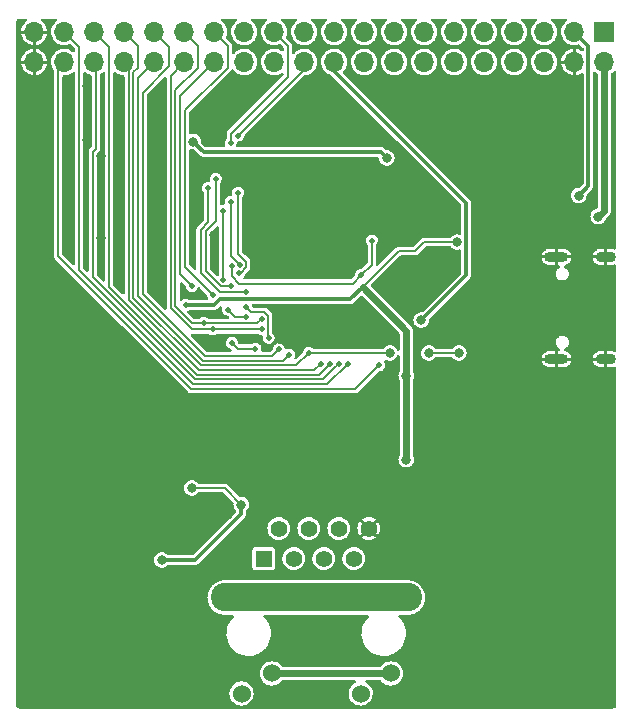
<source format=gbr>
%TF.GenerationSoftware,KiCad,Pcbnew,6.0.2+dfsg-1*%
%TF.CreationDate,2023-01-15T14:43:10-05:00*%
%TF.ProjectId,wiz5500-clone-basic,77697a35-3530-4302-9d63-6c6f6e652d62,rev?*%
%TF.SameCoordinates,Original*%
%TF.FileFunction,Copper,L2,Bot*%
%TF.FilePolarity,Positive*%
%FSLAX46Y46*%
G04 Gerber Fmt 4.6, Leading zero omitted, Abs format (unit mm)*
G04 Created by KiCad (PCBNEW 6.0.2+dfsg-1) date 2023-01-15 14:43:10*
%MOMM*%
%LPD*%
G01*
G04 APERTURE LIST*
%TA.AperFunction,ComponentPad*%
%ADD10R,1.408000X1.408000*%
%TD*%
%TA.AperFunction,ComponentPad*%
%ADD11C,1.408000*%
%TD*%
%TA.AperFunction,ComponentPad*%
%ADD12C,1.530000*%
%TD*%
%TA.AperFunction,ComponentPad*%
%ADD13C,2.400000*%
%TD*%
%TA.AperFunction,ComponentPad*%
%ADD14R,1.700000X1.700000*%
%TD*%
%TA.AperFunction,ComponentPad*%
%ADD15O,1.700000X1.700000*%
%TD*%
%TA.AperFunction,ComponentPad*%
%ADD16O,2.000000X0.900000*%
%TD*%
%TA.AperFunction,ComponentPad*%
%ADD17O,1.700000X0.900000*%
%TD*%
%TA.AperFunction,ViaPad*%
%ADD18C,0.800000*%
%TD*%
%TA.AperFunction,ViaPad*%
%ADD19C,0.500000*%
%TD*%
%TA.AperFunction,Conductor*%
%ADD20C,0.600000*%
%TD*%
%TA.AperFunction,Conductor*%
%ADD21C,0.200000*%
%TD*%
%TA.AperFunction,Conductor*%
%ADD22C,0.300000*%
%TD*%
%TA.AperFunction,Conductor*%
%ADD23C,2.400000*%
%TD*%
G04 APERTURE END LIST*
D10*
%TO.P,P1,1*%
%TO.N,Net-(P1-Pad1)*%
X80645000Y-140970000D03*
D11*
%TO.P,P1,2*%
%TO.N,Net-(C34-Pad1)*%
X81915000Y-138430000D03*
%TO.P,P1,3*%
%TO.N,Net-(P1-Pad3)*%
X83185000Y-140970000D03*
%TO.P,P1,4*%
%TO.N,Net-(C35-Pad1)*%
X84455000Y-138430000D03*
%TO.P,P1,5*%
%TO.N,Net-(C37-Pad1)*%
X85725000Y-140970000D03*
%TO.P,P1,6*%
%TO.N,Net-(C36-Pad1)*%
X86995000Y-138430000D03*
%TO.P,P1,7*%
%TO.N,unconnected-(P1-Pad7)*%
X88265000Y-140970000D03*
%TO.P,P1,8*%
%TO.N,GND*%
X89535000Y-138430000D03*
D12*
%TO.P,P1,9*%
%TO.N,Net-(P1-Pad9)*%
X78765000Y-152400000D03*
%TO.P,P1,10*%
%TO.N,+3V3*%
X81332000Y-150700000D03*
%TO.P,P1,11*%
%TO.N,Net-(P1-Pad11)*%
X88848000Y-152400000D03*
%TO.P,P1,12*%
%TO.N,+3V3*%
X91415000Y-150700000D03*
D13*
%TO.P,P1,SH*%
%TO.N,GNDPWR*%
X77340000Y-144270000D03*
X92840000Y-144270000D03*
%TD*%
D14*
%TO.P,J2,1,Pin_1*%
%TO.N,+3V3*%
X109474000Y-96393000D03*
D15*
%TO.P,J2,2,Pin_2*%
%TO.N,VSYS*%
X109474000Y-98933000D03*
%TO.P,J2,3,Pin_3*%
%TO.N,VBUS*%
X106934000Y-96393000D03*
%TO.P,J2,4,Pin_4*%
%TO.N,GND*%
X106934000Y-98933000D03*
%TO.P,J2,5,Pin_5*%
%TO.N,GPIO0*%
X104394000Y-96393000D03*
%TO.P,J2,6,Pin_6*%
%TO.N,GPIO1*%
X104394000Y-98933000D03*
%TO.P,J2,7,Pin_7*%
%TO.N,GPIO2*%
X101854000Y-96393000D03*
%TO.P,J2,8,Pin_8*%
%TO.N,GPIO3*%
X101854000Y-98933000D03*
%TO.P,J2,9,Pin_9*%
%TO.N,GPIO4*%
X99314000Y-96393000D03*
%TO.P,J2,10,Pin_10*%
%TO.N,GPIO5*%
X99314000Y-98933000D03*
%TO.P,J2,11,Pin_11*%
%TO.N,GPIO6*%
X96774000Y-96393000D03*
%TO.P,J2,12,Pin_12*%
%TO.N,GPIO7*%
X96774000Y-98933000D03*
%TO.P,J2,13,Pin_13*%
%TO.N,GPIO8*%
X94234000Y-96393000D03*
%TO.P,J2,14,Pin_14*%
%TO.N,GPIO9*%
X94234000Y-98933000D03*
%TO.P,J2,15,Pin_15*%
%TO.N,GPIO10*%
X91694000Y-96393000D03*
%TO.P,J2,16,Pin_16*%
%TO.N,GPIO11*%
X91694000Y-98933000D03*
%TO.P,J2,17,Pin_17*%
%TO.N,GPIO12*%
X89154000Y-96393000D03*
%TO.P,J2,18,Pin_18*%
%TO.N,GPIO13*%
X89154000Y-98933000D03*
%TO.P,J2,19,Pin_19*%
%TO.N,GPIO14*%
X86614000Y-96393000D03*
%TO.P,J2,20,Pin_20*%
%TO.N,ADC_VREF*%
X86614000Y-98933000D03*
%TO.P,J2,21,Pin_21*%
%TO.N,GPIO15*%
X84074000Y-96393000D03*
%TO.P,J2,22,Pin_22*%
%TO.N,SWDIO*%
X84074000Y-98933000D03*
%TO.P,J2,23,Pin_23*%
%TO.N,SWCLK*%
X81534000Y-96393000D03*
%TO.P,J2,24,Pin_24*%
%TO.N,RUN*%
X81534000Y-98933000D03*
%TO.P,J2,25,Pin_25*%
%TO.N,MISO*%
X78994000Y-96393000D03*
%TO.P,J2,26,Pin_26*%
%TO.N,SCSn*%
X78994000Y-98933000D03*
%TO.P,J2,27,Pin_27*%
%TO.N,SCLK*%
X76454000Y-96393000D03*
%TO.P,J2,28,Pin_28*%
%TO.N,MOSI*%
X76454000Y-98933000D03*
%TO.P,J2,29,Pin_29*%
%TO.N,RSTn*%
X73914000Y-96393000D03*
%TO.P,J2,30,Pin_30*%
%TO.N,INTn*%
X73914000Y-98933000D03*
%TO.P,J2,31,Pin_31*%
%TO.N,GPIO22*%
X71374000Y-96393000D03*
%TO.P,J2,32,Pin_32*%
%TO.N,GPIO23*%
X71374000Y-98933000D03*
%TO.P,J2,33,Pin_33*%
%TO.N,GPIO24*%
X68834000Y-96393000D03*
%TO.P,J2,34,Pin_34*%
%TO.N,GPIO25*%
X68834000Y-98933000D03*
%TO.P,J2,35,Pin_35*%
%TO.N,GPIO26{slash}ADC0*%
X66294000Y-96393000D03*
%TO.P,J2,36,Pin_36*%
%TO.N,GPIO27{slash}ADC1*%
X66294000Y-98933000D03*
%TO.P,J2,37,Pin_37*%
%TO.N,GPIO28{slash}ADC2*%
X63754000Y-96393000D03*
%TO.P,J2,38,Pin_38*%
%TO.N,GPIO29{slash}ADC3*%
X63754000Y-98933000D03*
%TO.P,J2,39,Pin_39*%
%TO.N,GND*%
X61214000Y-96393000D03*
%TO.P,J2,40,Pin_40*%
X61214000Y-98933000D03*
%TD*%
D16*
%TO.P,J1,S1,SHIELD*%
%TO.N,GND*%
X105431000Y-124086000D03*
%TO.P,J1,S2,SHIELD*%
X105431000Y-115436000D03*
D17*
%TO.P,J1,S3,SHIELD*%
X109601000Y-124086000D03*
%TO.P,J1,S4,SHIELD*%
X109601000Y-115436000D03*
%TD*%
D18*
%TO.N,VSYS*%
X108966000Y-112014000D03*
%TO.N,GND*%
X93218000Y-113538000D03*
X64262000Y-106934000D03*
D19*
X76581000Y-132715000D03*
X76708000Y-102870000D03*
D18*
X94742000Y-105664000D03*
D19*
X74930000Y-110490000D03*
D18*
X70485000Y-125730000D03*
X61341000Y-113792000D03*
X81661000Y-112776000D03*
D19*
X95631000Y-110871000D03*
X92710000Y-103505000D03*
X85090000Y-104902000D03*
D18*
X77597000Y-137287000D03*
D19*
X93980000Y-152400000D03*
X80476500Y-122682000D03*
X99187000Y-101727000D03*
X76962000Y-120269000D03*
D18*
X80772000Y-129159000D03*
X67945000Y-135128000D03*
D19*
X107823000Y-132588000D03*
D18*
X65721500Y-100965000D03*
D19*
X75184000Y-118364000D03*
X82931000Y-107315000D03*
X95504000Y-138430000D03*
X98171000Y-132207000D03*
D18*
X80518000Y-134493000D03*
X64135000Y-113792000D03*
D19*
X96139000Y-100965000D03*
X97028000Y-125984000D03*
D18*
X92075000Y-117475000D03*
X88519000Y-109220000D03*
X66864500Y-113792000D03*
X96393000Y-108331000D03*
D19*
X85852000Y-132842000D03*
D18*
X105029000Y-103378000D03*
D19*
X75057000Y-120269000D03*
D18*
X76200000Y-141224000D03*
X65721500Y-105537000D03*
D19*
X71501000Y-111379000D03*
X98171000Y-135763000D03*
X81915000Y-122555000D03*
X93980000Y-148336000D03*
D18*
X68580000Y-140335000D03*
X62611000Y-126873000D03*
X66864489Y-106925377D03*
D19*
X73787000Y-118364000D03*
D18*
X68326000Y-100965000D03*
X64135000Y-100965000D03*
X90932000Y-105664000D03*
X69088000Y-138557000D03*
X65405000Y-130048000D03*
X68326000Y-105537000D03*
X61468000Y-106934000D03*
X68326000Y-113792000D03*
X72898000Y-137668000D03*
X101854000Y-121666000D03*
X105029000Y-106998500D03*
X72390000Y-133858000D03*
D19*
X69596000Y-122682000D03*
D18*
X94869000Y-125476000D03*
X89662000Y-121920000D03*
X76454000Y-113538000D03*
X105029000Y-111252000D03*
D19*
X71628000Y-103378000D03*
D18*
X89408000Y-127254000D03*
D19*
X71755000Y-118364000D03*
D18*
X98806000Y-114808000D03*
%TO.N,+3V3*%
X92710000Y-132588000D03*
D19*
X89027000Y-117983000D03*
D18*
X92710000Y-125476000D03*
X97028000Y-114173000D03*
D19*
X74041000Y-119507000D03*
%TO.N,+1V1*%
X77927251Y-116217821D03*
X89789000Y-114046000D03*
X88900000Y-116967000D03*
D18*
%TO.N,+3.3VA*%
X72009000Y-141097000D03*
X74549000Y-135001000D03*
X78740000Y-136398000D03*
%TO.N,VBUS*%
X107315000Y-110236000D03*
D19*
%TO.N,RSTn*%
X80476489Y-120650000D03*
X75565000Y-121031000D03*
%TO.N,INTn*%
X76327000Y-121580500D03*
X80476489Y-121539000D03*
%TO.N,MOSI*%
X77960263Y-122714848D03*
X79943030Y-123190000D03*
X74549000Y-117897500D03*
%TO.N,MISO*%
X77902727Y-117897500D03*
X76581000Y-108839000D03*
%TO.N,SCLK*%
X77597000Y-119888000D03*
X79121000Y-120481500D03*
X76327000Y-118618000D03*
%TO.N,SCSn*%
X75946000Y-109601000D03*
X81051343Y-122283428D03*
X79121000Y-118434989D03*
X79121000Y-119634000D03*
%TO.N,GPIO29{slash}ADC3*%
X90424000Y-124587000D03*
D18*
%TO.N,GPIO24*%
X91313000Y-123571000D03*
D19*
X84455000Y-123571000D03*
D18*
X94615000Y-123571000D03*
X97155000Y-123571000D03*
%TO.N,ADC_VREF*%
X93980000Y-120777000D03*
D19*
%TO.N,RUN*%
X77216000Y-111506000D03*
X77216000Y-117348000D03*
D18*
%TO.N,QSPI_SS_N*%
X91059000Y-107061000D03*
X74676000Y-105664000D03*
D19*
%TO.N,SWCLK*%
X77851000Y-105791000D03*
X78615153Y-116090959D03*
X77851000Y-110744000D03*
%TO.N,SWDIO*%
X78486000Y-105156000D03*
X78558840Y-116788191D03*
X78486000Y-109982000D03*
%TO.N,GPIO22*%
X81915000Y-123254503D03*
%TO.N,GPIO23*%
X82804000Y-123698000D03*
%TO.N,GPIO25*%
X85471000Y-124460000D03*
%TO.N,GPIO26{slash}ADC0*%
X86233000Y-124460000D03*
%TO.N,GPIO27{slash}ADC1*%
X86995000Y-124460000D03*
%TO.N,GPIO28{slash}ADC2*%
X87757000Y-124460000D03*
%TD*%
D20*
%TO.N,VSYS*%
X108966000Y-112014000D02*
X109474000Y-111506000D01*
X109474000Y-111506000D02*
X109474000Y-98933000D01*
D21*
%TO.N,+3V3*%
X92075000Y-114935000D02*
X93472000Y-114935000D01*
D22*
X74041000Y-119507000D02*
X76454000Y-119507000D01*
D20*
X92710000Y-125476000D02*
X92710000Y-121666000D01*
X81332000Y-150700000D02*
X91415000Y-150700000D01*
D22*
X76454000Y-119507000D02*
X76926511Y-119034489D01*
D21*
X89027000Y-117983000D02*
X92075000Y-114935000D01*
D22*
X87975511Y-119034489D02*
X89027000Y-117983000D01*
D20*
X92710000Y-121666000D02*
X89027000Y-117983000D01*
D21*
X93472000Y-114935000D02*
X94234000Y-114173000D01*
D20*
X92710000Y-132588000D02*
X92710000Y-125476000D01*
D22*
X76926511Y-119034489D02*
X87975511Y-119034489D01*
D21*
X94234000Y-114173000D02*
X97028000Y-114173000D01*
%TO.N,+1V1*%
X88900000Y-116967000D02*
X89789000Y-116078000D01*
X77927251Y-116217821D02*
X77927251Y-117043251D01*
X77927251Y-117043251D02*
X78571489Y-117687489D01*
X89789000Y-116078000D02*
X89789000Y-114046000D01*
X78571489Y-117687489D02*
X88179511Y-117687489D01*
X88179511Y-117687489D02*
X88900000Y-116967000D01*
D22*
%TO.N,+3.3VA*%
X78740000Y-137203970D02*
X78740000Y-136398000D01*
D21*
X74549000Y-135001000D02*
X77343000Y-135001000D01*
X77343000Y-135001000D02*
X78740000Y-136398000D01*
D22*
X72009000Y-141097000D02*
X74846970Y-141097000D01*
X74846970Y-141097000D02*
X78740000Y-137203970D01*
D23*
%TO.N,GNDPWR*%
X77340000Y-144270000D02*
X92840000Y-144270000D01*
D22*
%TO.N,VBUS*%
X108133511Y-97592511D02*
X106934000Y-96393000D01*
X107315000Y-110236000D02*
X108133511Y-109417489D01*
X108133511Y-109417489D02*
X108133511Y-97592511D01*
D21*
%TO.N,RSTn*%
X74575741Y-121031000D02*
X73170520Y-119625779D01*
X80095489Y-121031000D02*
X74575741Y-121031000D01*
X75063511Y-99434489D02*
X75063511Y-97542511D01*
X73170520Y-101327480D02*
X75063511Y-99434489D01*
X75565000Y-121031000D02*
X80095489Y-121031000D01*
X80476489Y-120650000D02*
X80095489Y-121031000D01*
X73170520Y-119625779D02*
X73170520Y-101327480D01*
X75063511Y-97542511D02*
X73914000Y-96393000D01*
%TO.N,INTn*%
X74560246Y-121580511D02*
X72771000Y-119791265D01*
X80476489Y-121539000D02*
X80434989Y-121580500D01*
X76326989Y-121580511D02*
X74560246Y-121580511D01*
X72771000Y-119791265D02*
X72771000Y-100076000D01*
X72771000Y-100076000D02*
X73914000Y-98933000D01*
X76327000Y-121580500D02*
X76326989Y-121580511D01*
X80434989Y-121580500D02*
X76327000Y-121580500D01*
%TO.N,MOSI*%
X74549000Y-117897500D02*
X73570040Y-116918540D01*
X73570040Y-101816960D02*
X76454000Y-98933000D01*
X78435415Y-123190000D02*
X79943030Y-123190000D01*
X77960263Y-122714848D02*
X78435415Y-123190000D01*
X73570040Y-116918540D02*
X73570040Y-101816960D01*
%TO.N,MISO*%
X76988373Y-117897500D02*
X77902727Y-117897500D01*
X75754489Y-113248252D02*
X75754489Y-116663616D01*
X75754489Y-116663616D02*
X76988373Y-117897500D01*
X76581000Y-108839000D02*
X76581000Y-112421741D01*
X76581000Y-112421741D02*
X75754489Y-113248252D01*
%TO.N,SCLK*%
X79121000Y-120481500D02*
X78190500Y-120481500D01*
X78190500Y-120481500D02*
X77597000Y-119888000D01*
X77603511Y-99409144D02*
X77603511Y-97542511D01*
X73976489Y-116267489D02*
X73976489Y-103036166D01*
X77603511Y-97542511D02*
X76454000Y-96393000D01*
X76327000Y-118618000D02*
X73976489Y-116267489D01*
X73976489Y-103036166D02*
X77603511Y-99409144D01*
%TO.N,SCSn*%
X80704105Y-120100489D02*
X81026000Y-120422384D01*
X79587489Y-120100489D02*
X80704105Y-120100489D01*
X81026000Y-120422384D02*
X81026000Y-122258085D01*
X75292480Y-116766613D02*
X76972878Y-118447011D01*
X75946000Y-109601000D02*
X75946000Y-112491735D01*
X75946000Y-112491735D02*
X75292480Y-113145255D01*
X81026000Y-122258085D02*
X81051343Y-122283428D01*
X75292480Y-113145255D02*
X75292480Y-116766613D01*
X79121000Y-119634000D02*
X79587489Y-120100489D01*
X76972878Y-118447011D02*
X79108978Y-118447011D01*
X79108978Y-118447011D02*
X79121000Y-118434989D01*
%TO.N,GPIO29{slash}ADC3*%
X85858572Y-126607587D02*
X74480581Y-126607587D01*
X90424000Y-124587000D02*
X88403412Y-126607588D01*
X63246000Y-99441000D02*
X63754000Y-98933000D01*
X63246000Y-115373006D02*
X63246000Y-99441000D01*
X88403412Y-126607588D02*
X85858572Y-126607587D01*
X74480581Y-126607587D02*
X63246000Y-115373006D01*
%TO.N,GPIO24*%
X69983511Y-97542511D02*
X68834000Y-96393000D01*
X94615000Y-123571000D02*
X97155000Y-123571000D01*
X69983511Y-99409144D02*
X69983511Y-97542511D01*
X75308015Y-124609991D02*
X69614520Y-118916496D01*
X84455000Y-123571000D02*
X91313000Y-123571000D01*
X84455000Y-123571000D02*
X83416009Y-124609991D01*
X83416009Y-124609991D02*
X75308015Y-124609991D01*
X69614520Y-99778135D02*
X69983511Y-99409144D01*
X69614520Y-118916496D02*
X69614520Y-99778135D01*
D22*
%TO.N,ADC_VREF*%
X97777511Y-116979489D02*
X97777511Y-110858511D01*
X86614000Y-99695000D02*
X86614000Y-98933000D01*
X93980000Y-120777000D02*
X97777511Y-116979489D01*
X97777511Y-110858511D02*
X86614000Y-99695000D01*
D21*
%TO.N,RUN*%
X77216000Y-117348000D02*
X77216000Y-111506000D01*
D22*
%TO.N,QSPI_SS_N*%
X75552511Y-106540511D02*
X90538511Y-106540511D01*
X90538511Y-106540511D02*
X91059000Y-107061000D01*
X74676000Y-105664000D02*
X75552511Y-106540511D01*
D21*
%TO.N,SWCLK*%
X77851000Y-105791000D02*
X77851000Y-105013873D01*
X77851000Y-110744000D02*
X77851000Y-115326806D01*
X77851000Y-105013873D02*
X82683511Y-100181362D01*
X82683511Y-100181362D02*
X82683511Y-97542511D01*
X77851000Y-115326806D02*
X78615153Y-116090959D01*
X82683511Y-97542511D02*
X81534000Y-96393000D01*
%TO.N,SWDIO*%
X79164664Y-116318575D02*
X78695048Y-116788191D01*
X78486000Y-109982000D02*
X78486000Y-115189000D01*
X78695048Y-116788191D02*
X78558840Y-116788191D01*
X79164664Y-115863343D02*
X79164664Y-116318575D01*
X84074000Y-99568000D02*
X84074000Y-98933000D01*
X78838448Y-115541448D02*
X78842769Y-115541448D01*
X78486000Y-115189000D02*
X78838448Y-115541448D01*
X78842769Y-115541448D02*
X79164664Y-115863343D01*
X78486000Y-105156000D02*
X84074000Y-99568000D01*
%TO.N,GPIO22*%
X81915000Y-123254503D02*
X81358552Y-123810951D01*
X72644000Y-97663000D02*
X71374000Y-96393000D01*
X81358552Y-123810951D02*
X75638987Y-123810951D01*
X70413560Y-101519095D02*
X72644000Y-99288655D01*
X70413560Y-118585524D02*
X70413560Y-101519095D01*
X75638987Y-123810951D02*
X70413560Y-118585524D01*
X72644000Y-99288655D02*
X72644000Y-97663000D01*
%TO.N,GPIO23*%
X82291529Y-124210471D02*
X75473501Y-124210471D01*
X70014040Y-118751010D02*
X70014040Y-100292960D01*
X82804000Y-123698000D02*
X82291529Y-124210471D01*
X75473501Y-124210471D02*
X70014040Y-118751010D01*
X70014040Y-100292960D02*
X71374000Y-98933000D01*
%TO.N,GPIO25*%
X69215000Y-99314000D02*
X68834000Y-98933000D01*
X84921489Y-125009511D02*
X75142529Y-125009511D01*
X85471000Y-124460000D02*
X84921489Y-125009511D01*
X75142529Y-125009511D02*
X69215000Y-119081982D01*
X69215000Y-119081982D02*
X69215000Y-99314000D01*
%TO.N,GPIO26{slash}ADC0*%
X86233000Y-124460000D02*
X86233000Y-124475127D01*
X74977042Y-125409030D02*
X67564000Y-117995988D01*
X86233000Y-124475127D02*
X85299097Y-125409030D01*
X67564000Y-97663000D02*
X66294000Y-96393000D01*
X67564000Y-117995988D02*
X67564000Y-97663000D01*
X85299097Y-125409030D02*
X74977042Y-125409030D01*
%TO.N,GPIO27{slash}ADC1*%
X66164989Y-117161983D02*
X66164989Y-106517252D01*
X66421000Y-106261241D02*
X66421000Y-99060000D01*
X66421000Y-99060000D02*
X66294000Y-98933000D01*
X85661578Y-125808549D02*
X74811555Y-125808549D01*
X86782511Y-124687616D02*
X85661578Y-125808549D01*
X66164989Y-106517252D02*
X66421000Y-106261241D01*
X86782511Y-124672489D02*
X86782511Y-124687616D01*
X74811555Y-125808549D02*
X66164989Y-117161983D01*
X86995000Y-124460000D02*
X86782511Y-124672489D01*
%TO.N,GPIO28{slash}ADC2*%
X65021989Y-116583989D02*
X65021989Y-97660989D01*
X87757000Y-124475127D02*
X86024059Y-126208068D01*
X74646068Y-126208068D02*
X65021989Y-116583989D01*
X87757000Y-124460000D02*
X87757000Y-124475127D01*
X86024059Y-126208068D02*
X74646068Y-126208068D01*
X65021989Y-97660989D02*
X63754000Y-96393000D01*
%TD*%
%TA.AperFunction,Conductor*%
%TO.N,GND*%
G36*
X60585726Y-95270002D02*
G01*
X60632219Y-95323658D01*
X60642323Y-95393932D01*
X60612829Y-95458512D01*
X60582028Y-95484285D01*
X60567273Y-95493063D01*
X60557961Y-95499829D01*
X60414097Y-95625994D01*
X60406180Y-95634337D01*
X60287718Y-95784605D01*
X60281450Y-95794256D01*
X60192360Y-95963589D01*
X60187951Y-95974232D01*
X60131210Y-96156967D01*
X60128820Y-96168211D01*
X60119375Y-96248012D01*
X60121817Y-96262431D01*
X60134559Y-96266000D01*
X62292945Y-96266000D01*
X62307490Y-96261729D01*
X62309553Y-96249595D01*
X62304693Y-96196707D01*
X62302595Y-96185386D01*
X62250658Y-96001231D01*
X62246533Y-95990484D01*
X62161903Y-95818871D01*
X62155893Y-95809063D01*
X62041400Y-95655739D01*
X62033710Y-95647199D01*
X61893192Y-95517304D01*
X61884064Y-95510301D01*
X61840100Y-95482561D01*
X61793162Y-95429295D01*
X61782474Y-95359107D01*
X61811428Y-95294283D01*
X61870832Y-95255404D01*
X61907336Y-95250000D01*
X63056626Y-95250000D01*
X63124747Y-95270002D01*
X63171240Y-95323658D01*
X63181344Y-95393932D01*
X63151850Y-95458512D01*
X63121049Y-95484285D01*
X63106978Y-95492656D01*
X63106975Y-95492658D01*
X63102010Y-95495612D01*
X63097670Y-95499418D01*
X63097666Y-95499421D01*
X62953733Y-95625648D01*
X62949392Y-95629455D01*
X62823720Y-95788869D01*
X62821031Y-95793980D01*
X62821029Y-95793983D01*
X62808073Y-95818609D01*
X62729203Y-95968515D01*
X62669007Y-96162378D01*
X62645148Y-96363964D01*
X62658424Y-96566522D01*
X62659845Y-96572118D01*
X62659846Y-96572123D01*
X62680119Y-96651945D01*
X62708392Y-96763269D01*
X62710809Y-96768512D01*
X62767826Y-96892192D01*
X62793377Y-96947616D01*
X62910533Y-97113389D01*
X63055938Y-97255035D01*
X63224720Y-97367812D01*
X63230023Y-97370090D01*
X63230026Y-97370092D01*
X63399073Y-97442720D01*
X63411228Y-97447942D01*
X63479923Y-97463486D01*
X63603579Y-97491467D01*
X63603584Y-97491468D01*
X63609216Y-97492742D01*
X63614987Y-97492969D01*
X63614989Y-97492969D01*
X63674756Y-97495317D01*
X63812053Y-97500712D01*
X63916272Y-97485601D01*
X64007231Y-97472413D01*
X64007236Y-97472412D01*
X64012945Y-97471584D01*
X64176387Y-97416103D01*
X64247320Y-97413147D01*
X64305982Y-97446321D01*
X64630584Y-97770923D01*
X64664610Y-97833235D01*
X64667489Y-97860018D01*
X64667489Y-97985146D01*
X64647487Y-98053267D01*
X64593831Y-98099760D01*
X64523557Y-98109864D01*
X64455962Y-98077672D01*
X64429258Y-98052987D01*
X64424375Y-98049906D01*
X64424371Y-98049903D01*
X64278728Y-97958010D01*
X64257581Y-97944667D01*
X64069039Y-97869446D01*
X64063379Y-97868320D01*
X64063375Y-97868319D01*
X63875613Y-97830971D01*
X63875610Y-97830971D01*
X63869946Y-97829844D01*
X63864171Y-97829768D01*
X63864167Y-97829768D01*
X63762793Y-97828441D01*
X63666971Y-97827187D01*
X63661274Y-97828166D01*
X63661273Y-97828166D01*
X63520264Y-97852396D01*
X63466910Y-97861564D01*
X63276463Y-97931824D01*
X63102010Y-98035612D01*
X63097670Y-98039418D01*
X63097666Y-98039421D01*
X63011499Y-98114988D01*
X62949392Y-98169455D01*
X62945817Y-98173990D01*
X62945816Y-98173991D01*
X62928931Y-98195409D01*
X62823720Y-98328869D01*
X62821031Y-98333980D01*
X62821029Y-98333983D01*
X62808073Y-98358609D01*
X62729203Y-98508515D01*
X62669007Y-98702378D01*
X62645148Y-98903964D01*
X62658424Y-99106522D01*
X62659845Y-99112118D01*
X62659846Y-99112123D01*
X62680119Y-99191945D01*
X62708392Y-99303269D01*
X62710809Y-99308512D01*
X62747912Y-99388994D01*
X62793377Y-99487616D01*
X62796710Y-99492332D01*
X62868397Y-99593768D01*
X62891500Y-99666488D01*
X62891500Y-115321749D01*
X62889394Y-115341543D01*
X62889189Y-115345896D01*
X62886997Y-115356076D01*
X62888221Y-115366414D01*
X62890627Y-115386743D01*
X62890942Y-115392089D01*
X62891072Y-115392078D01*
X62891500Y-115397258D01*
X62891500Y-115402457D01*
X62892353Y-115407581D01*
X62892354Y-115407594D01*
X62894427Y-115420047D01*
X62895264Y-115425922D01*
X62900869Y-115473276D01*
X62904570Y-115480984D01*
X62905975Y-115489423D01*
X62928629Y-115531407D01*
X62931310Y-115536670D01*
X62951955Y-115579664D01*
X62955311Y-115583656D01*
X62957258Y-115585603D01*
X62958748Y-115587228D01*
X62958981Y-115587660D01*
X62958945Y-115587693D01*
X62959084Y-115587851D01*
X62962017Y-115593286D01*
X62969664Y-115600355D01*
X62998881Y-115627363D01*
X63002447Y-115630792D01*
X68599860Y-121228204D01*
X74193663Y-126822007D01*
X74206168Y-126837489D01*
X74209104Y-126840716D01*
X74214756Y-126849469D01*
X74239019Y-126868596D01*
X74243014Y-126872146D01*
X74243098Y-126872047D01*
X74247061Y-126875405D01*
X74250737Y-126879081D01*
X74254966Y-126882104D01*
X74254967Y-126882104D01*
X74265233Y-126889441D01*
X74269976Y-126893002D01*
X74299256Y-126916084D01*
X74299260Y-126916086D01*
X74307438Y-126922533D01*
X74315506Y-126925366D01*
X74322466Y-126930340D01*
X74332444Y-126933324D01*
X74368167Y-126944007D01*
X74373816Y-126945843D01*
X74418789Y-126961637D01*
X74423985Y-126962087D01*
X74426690Y-126962087D01*
X74428946Y-126962184D01*
X74429422Y-126962327D01*
X74429420Y-126962373D01*
X74429619Y-126962386D01*
X74435536Y-126964155D01*
X74485705Y-126962184D01*
X74490651Y-126962087D01*
X85801976Y-126962087D01*
X88352155Y-126962088D01*
X88371949Y-126964194D01*
X88376302Y-126964399D01*
X88386482Y-126966591D01*
X88417152Y-126962961D01*
X88422495Y-126962646D01*
X88422484Y-126962516D01*
X88427664Y-126962088D01*
X88432863Y-126962088D01*
X88437987Y-126961235D01*
X88438000Y-126961234D01*
X88450453Y-126959161D01*
X88456328Y-126958324D01*
X88493341Y-126953943D01*
X88503682Y-126952719D01*
X88511390Y-126949018D01*
X88519829Y-126947613D01*
X88561813Y-126924959D01*
X88567076Y-126922278D01*
X88579975Y-126916084D01*
X88610070Y-126901633D01*
X88614062Y-126898277D01*
X88616009Y-126896330D01*
X88617634Y-126894840D01*
X88618066Y-126894607D01*
X88618099Y-126894643D01*
X88618257Y-126894504D01*
X88623692Y-126891571D01*
X88641649Y-126872146D01*
X88657769Y-126854707D01*
X88661198Y-126851141D01*
X90382907Y-125129431D01*
X90445219Y-125095406D01*
X90474312Y-125092547D01*
X90486998Y-125092780D01*
X90508863Y-125086819D01*
X90617763Y-125057130D01*
X90617765Y-125057129D01*
X90626422Y-125054769D01*
X90749572Y-124979154D01*
X90761107Y-124966411D01*
X90840526Y-124878670D01*
X90846551Y-124872014D01*
X90909560Y-124741962D01*
X90933536Y-124599453D01*
X90933688Y-124587000D01*
X90919844Y-124490336D01*
X90914474Y-124452835D01*
X90914473Y-124452833D01*
X90913201Y-124443948D01*
X90860419Y-124327859D01*
X90850433Y-124257568D01*
X90880033Y-124193037D01*
X90939824Y-124154753D01*
X91010820Y-124154871D01*
X91035242Y-124164977D01*
X91070293Y-124184008D01*
X91223522Y-124224207D01*
X91307477Y-124225526D01*
X91374319Y-124226576D01*
X91374322Y-124226576D01*
X91381916Y-124226695D01*
X91536332Y-124191329D01*
X91648514Y-124134908D01*
X91671072Y-124123563D01*
X91671075Y-124123561D01*
X91677855Y-124120151D01*
X91683626Y-124115222D01*
X91683629Y-124115220D01*
X91792536Y-124022204D01*
X91792536Y-124022203D01*
X91798314Y-124017269D01*
X91890755Y-123888624D01*
X91893589Y-123881575D01*
X91893592Y-123881569D01*
X91912593Y-123834301D01*
X91956559Y-123778556D01*
X92023684Y-123755431D01*
X92092656Y-123772268D01*
X92141576Y-123823720D01*
X92155500Y-123881297D01*
X92155500Y-125086819D01*
X92135304Y-125150677D01*
X92136907Y-125151536D01*
X92133320Y-125158226D01*
X92128950Y-125164444D01*
X92071406Y-125312037D01*
X92050729Y-125469096D01*
X92068113Y-125626553D01*
X92122553Y-125775319D01*
X92134082Y-125792475D01*
X92155500Y-125862750D01*
X92155500Y-132198819D01*
X92135304Y-132262677D01*
X92136907Y-132263536D01*
X92133320Y-132270226D01*
X92128950Y-132276444D01*
X92071406Y-132424037D01*
X92050729Y-132581096D01*
X92068113Y-132738553D01*
X92122553Y-132887319D01*
X92210908Y-133018805D01*
X92216527Y-133023918D01*
X92216528Y-133023919D01*
X92227903Y-133034269D01*
X92328076Y-133125419D01*
X92467293Y-133201008D01*
X92620522Y-133241207D01*
X92704477Y-133242526D01*
X92771319Y-133243576D01*
X92771322Y-133243576D01*
X92778916Y-133243695D01*
X92933332Y-133208329D01*
X93003742Y-133172917D01*
X93068072Y-133140563D01*
X93068075Y-133140561D01*
X93074855Y-133137151D01*
X93080626Y-133132222D01*
X93080629Y-133132220D01*
X93189536Y-133039204D01*
X93189536Y-133039203D01*
X93195314Y-133034269D01*
X93287755Y-132905624D01*
X93346842Y-132758641D01*
X93369162Y-132601807D01*
X93369307Y-132588000D01*
X93350276Y-132430733D01*
X93294280Y-132282546D01*
X93286661Y-132271460D01*
X93264500Y-132200092D01*
X93264500Y-125866382D01*
X93280085Y-125805682D01*
X93283324Y-125799791D01*
X93287755Y-125793624D01*
X93346842Y-125646641D01*
X93369162Y-125489807D01*
X93369307Y-125476000D01*
X93350276Y-125318733D01*
X93294280Y-125170546D01*
X93286661Y-125159460D01*
X93264500Y-125088092D01*
X93264500Y-123564096D01*
X93955729Y-123564096D01*
X93960310Y-123605591D01*
X93971888Y-123710453D01*
X93973113Y-123721553D01*
X93975723Y-123728684D01*
X93975723Y-123728686D01*
X94018723Y-123846189D01*
X94027553Y-123870319D01*
X94031789Y-123876622D01*
X94031789Y-123876623D01*
X94111671Y-123995499D01*
X94115908Y-124001805D01*
X94121526Y-124006917D01*
X94121528Y-124006919D01*
X94223950Y-124100115D01*
X94233076Y-124108419D01*
X94372293Y-124184008D01*
X94525522Y-124224207D01*
X94609477Y-124225526D01*
X94676319Y-124226576D01*
X94676322Y-124226576D01*
X94683916Y-124226695D01*
X94838332Y-124191329D01*
X94950514Y-124134908D01*
X94973072Y-124123563D01*
X94973075Y-124123561D01*
X94979855Y-124120151D01*
X94985626Y-124115222D01*
X94985629Y-124115220D01*
X95094536Y-124022204D01*
X95094536Y-124022203D01*
X95100314Y-124017269D01*
X95128552Y-123977971D01*
X95184543Y-123934326D01*
X95230872Y-123925500D01*
X96537497Y-123925500D01*
X96605618Y-123945502D01*
X96642078Y-123981224D01*
X96655908Y-124001805D01*
X96661526Y-124006917D01*
X96758384Y-124095050D01*
X96773076Y-124108419D01*
X96912293Y-124184008D01*
X97065522Y-124224207D01*
X97149477Y-124225526D01*
X97216319Y-124226576D01*
X97216322Y-124226576D01*
X97223916Y-124226695D01*
X97225069Y-124226431D01*
X104190674Y-124226431D01*
X104214534Y-124325811D01*
X104219792Y-124339948D01*
X104290975Y-124477864D01*
X104299450Y-124490336D01*
X104401478Y-124607292D01*
X104412686Y-124617384D01*
X104539664Y-124706626D01*
X104552961Y-124713755D01*
X104697556Y-124770131D01*
X104712170Y-124773883D01*
X104830505Y-124789462D01*
X104838714Y-124790000D01*
X105285885Y-124790000D01*
X105301124Y-124785525D01*
X105302329Y-124784135D01*
X105304000Y-124776452D01*
X105304000Y-124771885D01*
X105558000Y-124771885D01*
X105562475Y-124787124D01*
X105563865Y-124788329D01*
X105571548Y-124790000D01*
X106019941Y-124790000D01*
X106027495Y-124789544D01*
X106142621Y-124775612D01*
X106157264Y-124772016D01*
X106302453Y-124717154D01*
X106315814Y-124710169D01*
X106443724Y-124622259D01*
X106455036Y-124612286D01*
X106558282Y-124496405D01*
X106566888Y-124484024D01*
X106639516Y-124346852D01*
X106644917Y-124332781D01*
X106670592Y-124230570D01*
X106670428Y-124226431D01*
X108510674Y-124226431D01*
X108534534Y-124325811D01*
X108539792Y-124339948D01*
X108610975Y-124477864D01*
X108619450Y-124490336D01*
X108721478Y-124607292D01*
X108732686Y-124617384D01*
X108859664Y-124706626D01*
X108872961Y-124713755D01*
X109017556Y-124770131D01*
X109032170Y-124773883D01*
X109150505Y-124789462D01*
X109158714Y-124790000D01*
X109455885Y-124790000D01*
X109471124Y-124785525D01*
X109472329Y-124784135D01*
X109474000Y-124776452D01*
X109474000Y-124231115D01*
X109469525Y-124215876D01*
X109468135Y-124214671D01*
X109460452Y-124213000D01*
X108525565Y-124213000D01*
X108512034Y-124216973D01*
X108510674Y-124226431D01*
X106670428Y-124226431D01*
X106670035Y-124216480D01*
X106661543Y-124213000D01*
X105576115Y-124213000D01*
X105560876Y-124217475D01*
X105559671Y-124218865D01*
X105558000Y-124226548D01*
X105558000Y-124771885D01*
X105304000Y-124771885D01*
X105304000Y-124231115D01*
X105299525Y-124215876D01*
X105298135Y-124214671D01*
X105290452Y-124213000D01*
X104205565Y-124213000D01*
X104192034Y-124216973D01*
X104190674Y-124226431D01*
X97225069Y-124226431D01*
X97378332Y-124191329D01*
X97490514Y-124134908D01*
X97513072Y-124123563D01*
X97513075Y-124123561D01*
X97519855Y-124120151D01*
X97525626Y-124115222D01*
X97525629Y-124115220D01*
X97634536Y-124022204D01*
X97634536Y-124022203D01*
X97640314Y-124017269D01*
X97694810Y-123941430D01*
X104191408Y-123941430D01*
X104191965Y-123955520D01*
X104200457Y-123959000D01*
X105285885Y-123959000D01*
X105301124Y-123954525D01*
X105302329Y-123953135D01*
X105304000Y-123945452D01*
X105304000Y-123400115D01*
X105299525Y-123384876D01*
X105298135Y-123383671D01*
X105290452Y-123382000D01*
X104842059Y-123382000D01*
X104834505Y-123382456D01*
X104719379Y-123396388D01*
X104704736Y-123399984D01*
X104559547Y-123454846D01*
X104546186Y-123461831D01*
X104418276Y-123549741D01*
X104406964Y-123559714D01*
X104303718Y-123675595D01*
X104295112Y-123687976D01*
X104222484Y-123825148D01*
X104217083Y-123839219D01*
X104191408Y-123941430D01*
X97694810Y-123941430D01*
X97732755Y-123888624D01*
X97791842Y-123741641D01*
X97805360Y-123646657D01*
X97813581Y-123588891D01*
X97813581Y-123588888D01*
X97814162Y-123584807D01*
X97814307Y-123571000D01*
X97813554Y-123564773D01*
X97796188Y-123421273D01*
X97795276Y-123413733D01*
X97739280Y-123265546D01*
X97716737Y-123232745D01*
X97653855Y-123141251D01*
X97653854Y-123141249D01*
X97649553Y-123134992D01*
X97643679Y-123129758D01*
X97583283Y-123075948D01*
X97531275Y-123029611D01*
X97523889Y-123025700D01*
X97485565Y-123005409D01*
X97391274Y-122955484D01*
X97237633Y-122916892D01*
X97230034Y-122916852D01*
X97230033Y-122916852D01*
X97164181Y-122916507D01*
X97079221Y-122916062D01*
X97071841Y-122917834D01*
X97071839Y-122917834D01*
X96932563Y-122951271D01*
X96932560Y-122951272D01*
X96925184Y-122953043D01*
X96784414Y-123025700D01*
X96665039Y-123129838D01*
X96660672Y-123136052D01*
X96660669Y-123136055D01*
X96641767Y-123162950D01*
X96586233Y-123207182D01*
X96538680Y-123216500D01*
X95231864Y-123216500D01*
X95163743Y-123196498D01*
X95128025Y-123161868D01*
X95113857Y-123141253D01*
X95113853Y-123141248D01*
X95109553Y-123134992D01*
X95103679Y-123129758D01*
X95043283Y-123075948D01*
X94991275Y-123029611D01*
X94983889Y-123025700D01*
X94945565Y-123005409D01*
X94851274Y-122955484D01*
X94697633Y-122916892D01*
X94690034Y-122916852D01*
X94690033Y-122916852D01*
X94624181Y-122916507D01*
X94539221Y-122916062D01*
X94531841Y-122917834D01*
X94531839Y-122917834D01*
X94392563Y-122951271D01*
X94392560Y-122951272D01*
X94385184Y-122953043D01*
X94244414Y-123025700D01*
X94125039Y-123129838D01*
X94033950Y-123259444D01*
X94012712Y-123313918D01*
X93979323Y-123399556D01*
X93976406Y-123407037D01*
X93975414Y-123414570D01*
X93975414Y-123414571D01*
X93957619Y-123549741D01*
X93955729Y-123564096D01*
X93264500Y-123564096D01*
X93264500Y-122686145D01*
X105362391Y-122686145D01*
X105392420Y-122835071D01*
X105396320Y-122842725D01*
X105457492Y-122962783D01*
X105457494Y-122962786D01*
X105461392Y-122970436D01*
X105467205Y-122976757D01*
X105467206Y-122976759D01*
X105550105Y-123066910D01*
X105564226Y-123082266D01*
X105571521Y-123086789D01*
X105571522Y-123086790D01*
X105606242Y-123108317D01*
X105650979Y-123136055D01*
X105671718Y-123148914D01*
X105719073Y-123201810D01*
X105730312Y-123271911D01*
X105701868Y-123336961D01*
X105642771Y-123376306D01*
X105605321Y-123382000D01*
X105576115Y-123382000D01*
X105560876Y-123386475D01*
X105559671Y-123387865D01*
X105558000Y-123395548D01*
X105558000Y-123940885D01*
X105562475Y-123956124D01*
X105563865Y-123957329D01*
X105571548Y-123959000D01*
X106656435Y-123959000D01*
X106669966Y-123955027D01*
X106671326Y-123945569D01*
X106670332Y-123941430D01*
X108511408Y-123941430D01*
X108511965Y-123955520D01*
X108520457Y-123959000D01*
X109455885Y-123959000D01*
X109471124Y-123954525D01*
X109472329Y-123953135D01*
X109474000Y-123945452D01*
X109474000Y-123400115D01*
X109469525Y-123384876D01*
X109468135Y-123383671D01*
X109460452Y-123382000D01*
X109162059Y-123382000D01*
X109154505Y-123382456D01*
X109039379Y-123396388D01*
X109024736Y-123399984D01*
X108879547Y-123454846D01*
X108866186Y-123461831D01*
X108738276Y-123549741D01*
X108726964Y-123559714D01*
X108623718Y-123675595D01*
X108615112Y-123687976D01*
X108542484Y-123825148D01*
X108537083Y-123839219D01*
X108511408Y-123941430D01*
X106670332Y-123941430D01*
X106647466Y-123846189D01*
X106642208Y-123832052D01*
X106571025Y-123694136D01*
X106562550Y-123681664D01*
X106460522Y-123564708D01*
X106449314Y-123554616D01*
X106322336Y-123465374D01*
X106309039Y-123458245D01*
X106164443Y-123401869D01*
X106155434Y-123399556D01*
X106094427Y-123363243D01*
X106062738Y-123299711D01*
X106070426Y-123229132D01*
X106115052Y-123173914D01*
X106136725Y-123161878D01*
X106203061Y-123133171D01*
X106203066Y-123133168D01*
X106210946Y-123129758D01*
X106262590Y-123087938D01*
X106322339Y-123039555D01*
X106322341Y-123039553D01*
X106329013Y-123034150D01*
X106371282Y-122974673D01*
X106412044Y-122917315D01*
X106412044Y-122917314D01*
X106417020Y-122910313D01*
X106468482Y-122767371D01*
X106469497Y-122753558D01*
X106478980Y-122624415D01*
X106479609Y-122615855D01*
X106449580Y-122466929D01*
X106433321Y-122435018D01*
X106384508Y-122339217D01*
X106384506Y-122339214D01*
X106380608Y-122331564D01*
X106347796Y-122295881D01*
X106283584Y-122226052D01*
X106283583Y-122226051D01*
X106277774Y-122219734D01*
X106267446Y-122213330D01*
X106155956Y-122144203D01*
X106155955Y-122144202D01*
X106148656Y-122139677D01*
X106002765Y-122097291D01*
X105991993Y-122096500D01*
X105882943Y-122096500D01*
X105878697Y-122097082D01*
X105878691Y-122097082D01*
X105799946Y-122107869D01*
X105770482Y-122111905D01*
X105762598Y-122115317D01*
X105762597Y-122115317D01*
X105695847Y-122144203D01*
X105631054Y-122172242D01*
X105624381Y-122177646D01*
X105519661Y-122262445D01*
X105519659Y-122262447D01*
X105512987Y-122267850D01*
X105508013Y-122274849D01*
X105508012Y-122274850D01*
X105463442Y-122337566D01*
X105424980Y-122391687D01*
X105373518Y-122534629D01*
X105372889Y-122543189D01*
X105372889Y-122543191D01*
X105370575Y-122574697D01*
X105362391Y-122686145D01*
X93264500Y-122686145D01*
X93264500Y-121681099D01*
X93264610Y-121675823D01*
X93266869Y-121621910D01*
X93267229Y-121613327D01*
X93257213Y-121570621D01*
X93255050Y-121558952D01*
X93250260Y-121523989D01*
X93249095Y-121515482D01*
X93243047Y-121501506D01*
X93236013Y-121480237D01*
X93234499Y-121473782D01*
X93232537Y-121465417D01*
X93228400Y-121457892D01*
X93228399Y-121457889D01*
X93211400Y-121426969D01*
X93206178Y-121416309D01*
X93192168Y-121383934D01*
X93188758Y-121376054D01*
X93179175Y-121364220D01*
X93166685Y-121345632D01*
X93162529Y-121338072D01*
X93159348Y-121332286D01*
X93152291Y-121324109D01*
X93127543Y-121299361D01*
X93118717Y-121289560D01*
X93098555Y-121264661D01*
X93098553Y-121264659D01*
X93093150Y-121257987D01*
X93077642Y-121246966D01*
X93061537Y-121233355D01*
X91411033Y-119582851D01*
X89758855Y-117930674D01*
X89724829Y-117868362D01*
X89729894Y-117797547D01*
X89758855Y-117752484D01*
X92184933Y-115326405D01*
X92247245Y-115292380D01*
X92274028Y-115289500D01*
X93420743Y-115289500D01*
X93440537Y-115291606D01*
X93444890Y-115291811D01*
X93455070Y-115294003D01*
X93485740Y-115290373D01*
X93491083Y-115290058D01*
X93491072Y-115289928D01*
X93496252Y-115289500D01*
X93501451Y-115289500D01*
X93506575Y-115288647D01*
X93506588Y-115288646D01*
X93519041Y-115286573D01*
X93524916Y-115285736D01*
X93561929Y-115281355D01*
X93572270Y-115280131D01*
X93579978Y-115276430D01*
X93588417Y-115275025D01*
X93630401Y-115252371D01*
X93635664Y-115249690D01*
X93643870Y-115245750D01*
X93678658Y-115229045D01*
X93682650Y-115225689D01*
X93684597Y-115223742D01*
X93686222Y-115222252D01*
X93686654Y-115222019D01*
X93686687Y-115222055D01*
X93686845Y-115221916D01*
X93692280Y-115218983D01*
X93726357Y-115182119D01*
X93729786Y-115178553D01*
X94343934Y-114564405D01*
X94406246Y-114530379D01*
X94433029Y-114527500D01*
X96410497Y-114527500D01*
X96478618Y-114547502D01*
X96515078Y-114583224D01*
X96515543Y-114583916D01*
X96528908Y-114603805D01*
X96534526Y-114608917D01*
X96577418Y-114647945D01*
X96646076Y-114710419D01*
X96785293Y-114786008D01*
X96938522Y-114826207D01*
X97022477Y-114827526D01*
X97089319Y-114828576D01*
X97089322Y-114828576D01*
X97096916Y-114828695D01*
X97218882Y-114800761D01*
X97289748Y-114805050D01*
X97347046Y-114846972D01*
X97372584Y-114913217D01*
X97373011Y-114923581D01*
X97373011Y-116759750D01*
X97353009Y-116827871D01*
X97336106Y-116848845D01*
X94099239Y-120085711D01*
X94036927Y-120119737D01*
X94009487Y-120122614D01*
X93904221Y-120122062D01*
X93896841Y-120123834D01*
X93896839Y-120123834D01*
X93757563Y-120157271D01*
X93757560Y-120157272D01*
X93750184Y-120159043D01*
X93609414Y-120231700D01*
X93490039Y-120335838D01*
X93398950Y-120465444D01*
X93373983Y-120529482D01*
X93348621Y-120594532D01*
X93341406Y-120613037D01*
X93340414Y-120620570D01*
X93340414Y-120620571D01*
X93322054Y-120760035D01*
X93320729Y-120770096D01*
X93338113Y-120927553D01*
X93392553Y-121076319D01*
X93480908Y-121207805D01*
X93486527Y-121212918D01*
X93486528Y-121212919D01*
X93581527Y-121299361D01*
X93598076Y-121314419D01*
X93737293Y-121390008D01*
X93890522Y-121430207D01*
X93974477Y-121431526D01*
X94041319Y-121432576D01*
X94041322Y-121432576D01*
X94048916Y-121432695D01*
X94203332Y-121397329D01*
X94273742Y-121361917D01*
X94338072Y-121329563D01*
X94338075Y-121329561D01*
X94344855Y-121326151D01*
X94350626Y-121321222D01*
X94350629Y-121321220D01*
X94459536Y-121228204D01*
X94459536Y-121228203D01*
X94465314Y-121223269D01*
X94557755Y-121094624D01*
X94616842Y-120947641D01*
X94639162Y-120790807D01*
X94639307Y-120777000D01*
X94638812Y-120772906D01*
X94638811Y-120772895D01*
X94637255Y-120760035D01*
X94648928Y-120690005D01*
X94673247Y-120655803D01*
X98086046Y-117243003D01*
X98108837Y-117220212D01*
X98118967Y-117200331D01*
X98129298Y-117183472D01*
X98136588Y-117173439D01*
X98136589Y-117173437D01*
X98142416Y-117165417D01*
X98145480Y-117155988D01*
X98145482Y-117155983D01*
X98149314Y-117144189D01*
X98156881Y-117125921D01*
X98162506Y-117114882D01*
X98162507Y-117114880D01*
X98167009Y-117106044D01*
X98170500Y-117084002D01*
X98175116Y-117064776D01*
X98178946Y-117052989D01*
X98178946Y-117052987D01*
X98182011Y-117043555D01*
X98182011Y-116906145D01*
X105362391Y-116906145D01*
X105392420Y-117055071D01*
X105396320Y-117062725D01*
X105457492Y-117182783D01*
X105457494Y-117182786D01*
X105461392Y-117190436D01*
X105467205Y-117196757D01*
X105467206Y-117196759D01*
X105558416Y-117295948D01*
X105564226Y-117302266D01*
X105571521Y-117306789D01*
X105571522Y-117306790D01*
X105658071Y-117360453D01*
X105693344Y-117382323D01*
X105839235Y-117424709D01*
X105850007Y-117425500D01*
X105959057Y-117425500D01*
X105963303Y-117424918D01*
X105963309Y-117424918D01*
X106042054Y-117414131D01*
X106071518Y-117410095D01*
X106092614Y-117400966D01*
X106203064Y-117353169D01*
X106203065Y-117353169D01*
X106210946Y-117349758D01*
X106258909Y-117310919D01*
X106322339Y-117259555D01*
X106322341Y-117259553D01*
X106329013Y-117254150D01*
X106359409Y-117211380D01*
X106412044Y-117137315D01*
X106412044Y-117137314D01*
X106417020Y-117130313D01*
X106468482Y-116987371D01*
X106470749Y-116956509D01*
X106478980Y-116844418D01*
X106479609Y-116835855D01*
X106449580Y-116686929D01*
X106415361Y-116619770D01*
X106384508Y-116559217D01*
X106384506Y-116559214D01*
X106380608Y-116551564D01*
X106373827Y-116544189D01*
X106283584Y-116446052D01*
X106283583Y-116446051D01*
X106277774Y-116439734D01*
X106148656Y-116359677D01*
X106141598Y-116357626D01*
X106087960Y-116312032D01*
X106067312Y-116244105D01*
X106086666Y-116175797D01*
X106139878Y-116128797D01*
X106150317Y-116125112D01*
X106150161Y-116124700D01*
X106302453Y-116067154D01*
X106315814Y-116060169D01*
X106443724Y-115972259D01*
X106455036Y-115962286D01*
X106558282Y-115846405D01*
X106566888Y-115834024D01*
X106639516Y-115696852D01*
X106644917Y-115682781D01*
X106670592Y-115580570D01*
X106670428Y-115576431D01*
X108510674Y-115576431D01*
X108534534Y-115675811D01*
X108539792Y-115689948D01*
X108610975Y-115827864D01*
X108619450Y-115840336D01*
X108721478Y-115957292D01*
X108732686Y-115967384D01*
X108859664Y-116056626D01*
X108872961Y-116063755D01*
X109017556Y-116120131D01*
X109032170Y-116123883D01*
X109150505Y-116139462D01*
X109158714Y-116140000D01*
X109455885Y-116140000D01*
X109471124Y-116135525D01*
X109472329Y-116134135D01*
X109474000Y-116126452D01*
X109474000Y-115581115D01*
X109469525Y-115565876D01*
X109468135Y-115564671D01*
X109460452Y-115563000D01*
X108525565Y-115563000D01*
X108512034Y-115566973D01*
X108510674Y-115576431D01*
X106670428Y-115576431D01*
X106670035Y-115566480D01*
X106661543Y-115563000D01*
X105576115Y-115563000D01*
X105560876Y-115567475D01*
X105559671Y-115568865D01*
X105558000Y-115576548D01*
X105558000Y-116121885D01*
X105562475Y-116137124D01*
X105563865Y-116138329D01*
X105571548Y-116140000D01*
X105605519Y-116140000D01*
X105673640Y-116160002D01*
X105720133Y-116213658D01*
X105730237Y-116283932D01*
X105700743Y-116348512D01*
X105655562Y-116381636D01*
X105631054Y-116392242D01*
X105624381Y-116397646D01*
X105519661Y-116482445D01*
X105519659Y-116482447D01*
X105512987Y-116487850D01*
X105508013Y-116494849D01*
X105508012Y-116494850D01*
X105462269Y-116559217D01*
X105424980Y-116611687D01*
X105373518Y-116754629D01*
X105362391Y-116906145D01*
X98182011Y-116906145D01*
X98182011Y-115576431D01*
X104190674Y-115576431D01*
X104214534Y-115675811D01*
X104219792Y-115689948D01*
X104290975Y-115827864D01*
X104299450Y-115840336D01*
X104401478Y-115957292D01*
X104412686Y-115967384D01*
X104539664Y-116056626D01*
X104552961Y-116063755D01*
X104697556Y-116120131D01*
X104712170Y-116123883D01*
X104830505Y-116139462D01*
X104838714Y-116140000D01*
X105285885Y-116140000D01*
X105301124Y-116135525D01*
X105302329Y-116134135D01*
X105304000Y-116126452D01*
X105304000Y-115581115D01*
X105299525Y-115565876D01*
X105298135Y-115564671D01*
X105290452Y-115563000D01*
X104205565Y-115563000D01*
X104192034Y-115566973D01*
X104190674Y-115576431D01*
X98182011Y-115576431D01*
X98182011Y-115291430D01*
X104191408Y-115291430D01*
X104191965Y-115305520D01*
X104200457Y-115309000D01*
X105285885Y-115309000D01*
X105301124Y-115304525D01*
X105302329Y-115303135D01*
X105304000Y-115295452D01*
X105304000Y-115290885D01*
X105558000Y-115290885D01*
X105562475Y-115306124D01*
X105563865Y-115307329D01*
X105571548Y-115309000D01*
X106656435Y-115309000D01*
X106669966Y-115305027D01*
X106671326Y-115295569D01*
X106670332Y-115291430D01*
X108511408Y-115291430D01*
X108511965Y-115305520D01*
X108520457Y-115309000D01*
X109455885Y-115309000D01*
X109471124Y-115304525D01*
X109472329Y-115303135D01*
X109474000Y-115295452D01*
X109474000Y-114750115D01*
X109469525Y-114734876D01*
X109468135Y-114733671D01*
X109460452Y-114732000D01*
X109162059Y-114732000D01*
X109154505Y-114732456D01*
X109039379Y-114746388D01*
X109024736Y-114749984D01*
X108879547Y-114804846D01*
X108866186Y-114811831D01*
X108738276Y-114899741D01*
X108726964Y-114909714D01*
X108623718Y-115025595D01*
X108615112Y-115037976D01*
X108542484Y-115175148D01*
X108537083Y-115189219D01*
X108511408Y-115291430D01*
X106670332Y-115291430D01*
X106647466Y-115196189D01*
X106642208Y-115182052D01*
X106571025Y-115044136D01*
X106562550Y-115031664D01*
X106460522Y-114914708D01*
X106449314Y-114904616D01*
X106322336Y-114815374D01*
X106309039Y-114808245D01*
X106164444Y-114751869D01*
X106149830Y-114748117D01*
X106031495Y-114732538D01*
X106023286Y-114732000D01*
X105576115Y-114732000D01*
X105560876Y-114736475D01*
X105559671Y-114737865D01*
X105558000Y-114745548D01*
X105558000Y-115290885D01*
X105304000Y-115290885D01*
X105304000Y-114750115D01*
X105299525Y-114734876D01*
X105298135Y-114733671D01*
X105290452Y-114732000D01*
X104842059Y-114732000D01*
X104834505Y-114732456D01*
X104719379Y-114746388D01*
X104704736Y-114749984D01*
X104559547Y-114804846D01*
X104546186Y-114811831D01*
X104418276Y-114899741D01*
X104406964Y-114909714D01*
X104303718Y-115025595D01*
X104295112Y-115037976D01*
X104222484Y-115175148D01*
X104217083Y-115189219D01*
X104191408Y-115291430D01*
X98182011Y-115291430D01*
X98182011Y-110794445D01*
X98176357Y-110777042D01*
X98175116Y-110773224D01*
X98170500Y-110753998D01*
X98168560Y-110741749D01*
X98167009Y-110731956D01*
X98156877Y-110712072D01*
X98149312Y-110693806D01*
X98145480Y-110682013D01*
X98142416Y-110672582D01*
X98129295Y-110654524D01*
X98118966Y-110637668D01*
X98113337Y-110626620D01*
X98108837Y-110617788D01*
X92713990Y-105222941D01*
X87392092Y-99901042D01*
X87358066Y-99838730D01*
X87363131Y-99767915D01*
X87392092Y-99722852D01*
X87393913Y-99721031D01*
X87398345Y-99717345D01*
X87467036Y-99634754D01*
X87524453Y-99565718D01*
X87524455Y-99565715D01*
X87528147Y-99561276D01*
X87605941Y-99422365D01*
X87624510Y-99389208D01*
X87624511Y-99389206D01*
X87627334Y-99384165D01*
X87629190Y-99378698D01*
X87629192Y-99378693D01*
X87690728Y-99197414D01*
X87690729Y-99197409D01*
X87692584Y-99191945D01*
X87693412Y-99186236D01*
X87693413Y-99186231D01*
X87721179Y-98994727D01*
X87721712Y-98991053D01*
X87723232Y-98933000D01*
X87720564Y-98903964D01*
X88045148Y-98903964D01*
X88058424Y-99106522D01*
X88059845Y-99112118D01*
X88059846Y-99112123D01*
X88080119Y-99191945D01*
X88108392Y-99303269D01*
X88110809Y-99308512D01*
X88147912Y-99388994D01*
X88193377Y-99487616D01*
X88196710Y-99492332D01*
X88290102Y-99624479D01*
X88310533Y-99653389D01*
X88314675Y-99657424D01*
X88371637Y-99712913D01*
X88455938Y-99795035D01*
X88624720Y-99907812D01*
X88630023Y-99910090D01*
X88630026Y-99910092D01*
X88804292Y-99984962D01*
X88811228Y-99987942D01*
X88857985Y-99998522D01*
X89003579Y-100031467D01*
X89003584Y-100031468D01*
X89009216Y-100032742D01*
X89014987Y-100032969D01*
X89014989Y-100032969D01*
X89074756Y-100035317D01*
X89212053Y-100040712D01*
X89327038Y-100024040D01*
X89407231Y-100012413D01*
X89407236Y-100012412D01*
X89412945Y-100011584D01*
X89418409Y-100009729D01*
X89418414Y-100009728D01*
X89599693Y-99948192D01*
X89599698Y-99948190D01*
X89605165Y-99946334D01*
X89611019Y-99943056D01*
X89708499Y-99888464D01*
X89782276Y-99847147D01*
X89787288Y-99842979D01*
X89933913Y-99721031D01*
X89938345Y-99717345D01*
X90007036Y-99634754D01*
X90064453Y-99565718D01*
X90064455Y-99565715D01*
X90068147Y-99561276D01*
X90145941Y-99422365D01*
X90164510Y-99389208D01*
X90164511Y-99389206D01*
X90167334Y-99384165D01*
X90169190Y-99378698D01*
X90169192Y-99378693D01*
X90230728Y-99197414D01*
X90230729Y-99197409D01*
X90232584Y-99191945D01*
X90233412Y-99186236D01*
X90233413Y-99186231D01*
X90261179Y-98994727D01*
X90261712Y-98991053D01*
X90263232Y-98933000D01*
X90260564Y-98903964D01*
X90585148Y-98903964D01*
X90598424Y-99106522D01*
X90599845Y-99112118D01*
X90599846Y-99112123D01*
X90620119Y-99191945D01*
X90648392Y-99303269D01*
X90650809Y-99308512D01*
X90687912Y-99388994D01*
X90733377Y-99487616D01*
X90736710Y-99492332D01*
X90830102Y-99624479D01*
X90850533Y-99653389D01*
X90854675Y-99657424D01*
X90911637Y-99712913D01*
X90995938Y-99795035D01*
X91164720Y-99907812D01*
X91170023Y-99910090D01*
X91170026Y-99910092D01*
X91344292Y-99984962D01*
X91351228Y-99987942D01*
X91397985Y-99998522D01*
X91543579Y-100031467D01*
X91543584Y-100031468D01*
X91549216Y-100032742D01*
X91554987Y-100032969D01*
X91554989Y-100032969D01*
X91614756Y-100035317D01*
X91752053Y-100040712D01*
X91867038Y-100024040D01*
X91947231Y-100012413D01*
X91947236Y-100012412D01*
X91952945Y-100011584D01*
X91958409Y-100009729D01*
X91958414Y-100009728D01*
X92139693Y-99948192D01*
X92139698Y-99948190D01*
X92145165Y-99946334D01*
X92151019Y-99943056D01*
X92248499Y-99888464D01*
X92322276Y-99847147D01*
X92327288Y-99842979D01*
X92473913Y-99721031D01*
X92478345Y-99717345D01*
X92547036Y-99634754D01*
X92604453Y-99565718D01*
X92604455Y-99565715D01*
X92608147Y-99561276D01*
X92685941Y-99422365D01*
X92704510Y-99389208D01*
X92704511Y-99389206D01*
X92707334Y-99384165D01*
X92709190Y-99378698D01*
X92709192Y-99378693D01*
X92770728Y-99197414D01*
X92770729Y-99197409D01*
X92772584Y-99191945D01*
X92773412Y-99186236D01*
X92773413Y-99186231D01*
X92801179Y-98994727D01*
X92801712Y-98991053D01*
X92803232Y-98933000D01*
X92800564Y-98903964D01*
X93125148Y-98903964D01*
X93138424Y-99106522D01*
X93139845Y-99112118D01*
X93139846Y-99112123D01*
X93160119Y-99191945D01*
X93188392Y-99303269D01*
X93190809Y-99308512D01*
X93227912Y-99388994D01*
X93273377Y-99487616D01*
X93276710Y-99492332D01*
X93370102Y-99624479D01*
X93390533Y-99653389D01*
X93394675Y-99657424D01*
X93451637Y-99712913D01*
X93535938Y-99795035D01*
X93704720Y-99907812D01*
X93710023Y-99910090D01*
X93710026Y-99910092D01*
X93884292Y-99984962D01*
X93891228Y-99987942D01*
X93937985Y-99998522D01*
X94083579Y-100031467D01*
X94083584Y-100031468D01*
X94089216Y-100032742D01*
X94094987Y-100032969D01*
X94094989Y-100032969D01*
X94154756Y-100035317D01*
X94292053Y-100040712D01*
X94407038Y-100024040D01*
X94487231Y-100012413D01*
X94487236Y-100012412D01*
X94492945Y-100011584D01*
X94498409Y-100009729D01*
X94498414Y-100009728D01*
X94679693Y-99948192D01*
X94679698Y-99948190D01*
X94685165Y-99946334D01*
X94691019Y-99943056D01*
X94788499Y-99888464D01*
X94862276Y-99847147D01*
X94867288Y-99842979D01*
X95013913Y-99721031D01*
X95018345Y-99717345D01*
X95087036Y-99634754D01*
X95144453Y-99565718D01*
X95144455Y-99565715D01*
X95148147Y-99561276D01*
X95225941Y-99422365D01*
X95244510Y-99389208D01*
X95244511Y-99389206D01*
X95247334Y-99384165D01*
X95249190Y-99378698D01*
X95249192Y-99378693D01*
X95310728Y-99197414D01*
X95310729Y-99197409D01*
X95312584Y-99191945D01*
X95313412Y-99186236D01*
X95313413Y-99186231D01*
X95341179Y-98994727D01*
X95341712Y-98991053D01*
X95343232Y-98933000D01*
X95340564Y-98903964D01*
X95665148Y-98903964D01*
X95678424Y-99106522D01*
X95679845Y-99112118D01*
X95679846Y-99112123D01*
X95700119Y-99191945D01*
X95728392Y-99303269D01*
X95730809Y-99308512D01*
X95767912Y-99388994D01*
X95813377Y-99487616D01*
X95816710Y-99492332D01*
X95910102Y-99624479D01*
X95930533Y-99653389D01*
X95934675Y-99657424D01*
X95991637Y-99712913D01*
X96075938Y-99795035D01*
X96244720Y-99907812D01*
X96250023Y-99910090D01*
X96250026Y-99910092D01*
X96424292Y-99984962D01*
X96431228Y-99987942D01*
X96477985Y-99998522D01*
X96623579Y-100031467D01*
X96623584Y-100031468D01*
X96629216Y-100032742D01*
X96634987Y-100032969D01*
X96634989Y-100032969D01*
X96694756Y-100035317D01*
X96832053Y-100040712D01*
X96947038Y-100024040D01*
X97027231Y-100012413D01*
X97027236Y-100012412D01*
X97032945Y-100011584D01*
X97038409Y-100009729D01*
X97038414Y-100009728D01*
X97219693Y-99948192D01*
X97219698Y-99948190D01*
X97225165Y-99946334D01*
X97231019Y-99943056D01*
X97328499Y-99888464D01*
X97402276Y-99847147D01*
X97407288Y-99842979D01*
X97553913Y-99721031D01*
X97558345Y-99717345D01*
X97627036Y-99634754D01*
X97684453Y-99565718D01*
X97684455Y-99565715D01*
X97688147Y-99561276D01*
X97765941Y-99422365D01*
X97784510Y-99389208D01*
X97784511Y-99389206D01*
X97787334Y-99384165D01*
X97789190Y-99378698D01*
X97789192Y-99378693D01*
X97850728Y-99197414D01*
X97850729Y-99197409D01*
X97852584Y-99191945D01*
X97853412Y-99186236D01*
X97853413Y-99186231D01*
X97881179Y-98994727D01*
X97881712Y-98991053D01*
X97883232Y-98933000D01*
X97880564Y-98903964D01*
X98205148Y-98903964D01*
X98218424Y-99106522D01*
X98219845Y-99112118D01*
X98219846Y-99112123D01*
X98240119Y-99191945D01*
X98268392Y-99303269D01*
X98270809Y-99308512D01*
X98307912Y-99388994D01*
X98353377Y-99487616D01*
X98356710Y-99492332D01*
X98450102Y-99624479D01*
X98470533Y-99653389D01*
X98474675Y-99657424D01*
X98531637Y-99712913D01*
X98615938Y-99795035D01*
X98784720Y-99907812D01*
X98790023Y-99910090D01*
X98790026Y-99910092D01*
X98964292Y-99984962D01*
X98971228Y-99987942D01*
X99017985Y-99998522D01*
X99163579Y-100031467D01*
X99163584Y-100031468D01*
X99169216Y-100032742D01*
X99174987Y-100032969D01*
X99174989Y-100032969D01*
X99234756Y-100035317D01*
X99372053Y-100040712D01*
X99487038Y-100024040D01*
X99567231Y-100012413D01*
X99567236Y-100012412D01*
X99572945Y-100011584D01*
X99578409Y-100009729D01*
X99578414Y-100009728D01*
X99759693Y-99948192D01*
X99759698Y-99948190D01*
X99765165Y-99946334D01*
X99771019Y-99943056D01*
X99868499Y-99888464D01*
X99942276Y-99847147D01*
X99947288Y-99842979D01*
X100093913Y-99721031D01*
X100098345Y-99717345D01*
X100167036Y-99634754D01*
X100224453Y-99565718D01*
X100224455Y-99565715D01*
X100228147Y-99561276D01*
X100305941Y-99422365D01*
X100324510Y-99389208D01*
X100324511Y-99389206D01*
X100327334Y-99384165D01*
X100329190Y-99378698D01*
X100329192Y-99378693D01*
X100390728Y-99197414D01*
X100390729Y-99197409D01*
X100392584Y-99191945D01*
X100393412Y-99186236D01*
X100393413Y-99186231D01*
X100421179Y-98994727D01*
X100421712Y-98991053D01*
X100423232Y-98933000D01*
X100420564Y-98903964D01*
X100745148Y-98903964D01*
X100758424Y-99106522D01*
X100759845Y-99112118D01*
X100759846Y-99112123D01*
X100780119Y-99191945D01*
X100808392Y-99303269D01*
X100810809Y-99308512D01*
X100847912Y-99388994D01*
X100893377Y-99487616D01*
X100896710Y-99492332D01*
X100990102Y-99624479D01*
X101010533Y-99653389D01*
X101014675Y-99657424D01*
X101071637Y-99712913D01*
X101155938Y-99795035D01*
X101324720Y-99907812D01*
X101330023Y-99910090D01*
X101330026Y-99910092D01*
X101504292Y-99984962D01*
X101511228Y-99987942D01*
X101557985Y-99998522D01*
X101703579Y-100031467D01*
X101703584Y-100031468D01*
X101709216Y-100032742D01*
X101714987Y-100032969D01*
X101714989Y-100032969D01*
X101774756Y-100035317D01*
X101912053Y-100040712D01*
X102027038Y-100024040D01*
X102107231Y-100012413D01*
X102107236Y-100012412D01*
X102112945Y-100011584D01*
X102118409Y-100009729D01*
X102118414Y-100009728D01*
X102299693Y-99948192D01*
X102299698Y-99948190D01*
X102305165Y-99946334D01*
X102311019Y-99943056D01*
X102408499Y-99888464D01*
X102482276Y-99847147D01*
X102487288Y-99842979D01*
X102633913Y-99721031D01*
X102638345Y-99717345D01*
X102707036Y-99634754D01*
X102764453Y-99565718D01*
X102764455Y-99565715D01*
X102768147Y-99561276D01*
X102845941Y-99422365D01*
X102864510Y-99389208D01*
X102864511Y-99389206D01*
X102867334Y-99384165D01*
X102869190Y-99378698D01*
X102869192Y-99378693D01*
X102930728Y-99197414D01*
X102930729Y-99197409D01*
X102932584Y-99191945D01*
X102933412Y-99186236D01*
X102933413Y-99186231D01*
X102961179Y-98994727D01*
X102961712Y-98991053D01*
X102963232Y-98933000D01*
X102960564Y-98903964D01*
X103285148Y-98903964D01*
X103298424Y-99106522D01*
X103299845Y-99112118D01*
X103299846Y-99112123D01*
X103320119Y-99191945D01*
X103348392Y-99303269D01*
X103350809Y-99308512D01*
X103387912Y-99388994D01*
X103433377Y-99487616D01*
X103436710Y-99492332D01*
X103530102Y-99624479D01*
X103550533Y-99653389D01*
X103554675Y-99657424D01*
X103611637Y-99712913D01*
X103695938Y-99795035D01*
X103864720Y-99907812D01*
X103870023Y-99910090D01*
X103870026Y-99910092D01*
X104044292Y-99984962D01*
X104051228Y-99987942D01*
X104097985Y-99998522D01*
X104243579Y-100031467D01*
X104243584Y-100031468D01*
X104249216Y-100032742D01*
X104254987Y-100032969D01*
X104254989Y-100032969D01*
X104314756Y-100035317D01*
X104452053Y-100040712D01*
X104567038Y-100024040D01*
X104647231Y-100012413D01*
X104647236Y-100012412D01*
X104652945Y-100011584D01*
X104658409Y-100009729D01*
X104658414Y-100009728D01*
X104839693Y-99948192D01*
X104839698Y-99948190D01*
X104845165Y-99946334D01*
X104851019Y-99943056D01*
X104948499Y-99888464D01*
X105022276Y-99847147D01*
X105027288Y-99842979D01*
X105173913Y-99721031D01*
X105178345Y-99717345D01*
X105247036Y-99634754D01*
X105304453Y-99565718D01*
X105304455Y-99565715D01*
X105308147Y-99561276D01*
X105385941Y-99422365D01*
X105404510Y-99389208D01*
X105404511Y-99389206D01*
X105407334Y-99384165D01*
X105409190Y-99378698D01*
X105409192Y-99378693D01*
X105470728Y-99197414D01*
X105470729Y-99197409D01*
X105472584Y-99191945D01*
X105473412Y-99186236D01*
X105473413Y-99186231D01*
X105489453Y-99075602D01*
X105836899Y-99075602D01*
X105838542Y-99100676D01*
X105840343Y-99112046D01*
X105887443Y-99297502D01*
X105891284Y-99308348D01*
X105971394Y-99482120D01*
X105977145Y-99492081D01*
X106087579Y-99648343D01*
X106095057Y-99657098D01*
X106232114Y-99790612D01*
X106241058Y-99797855D01*
X106400156Y-99904161D01*
X106410266Y-99909651D01*
X106586077Y-99985185D01*
X106597020Y-99988740D01*
X106783647Y-100030970D01*
X106790383Y-100031857D01*
X106804302Y-100028357D01*
X106804658Y-100027978D01*
X106807000Y-100018144D01*
X106807000Y-99078115D01*
X106802525Y-99062876D01*
X106801135Y-99061671D01*
X106793452Y-99060000D01*
X105853991Y-99060000D01*
X105838951Y-99064416D01*
X105836899Y-99075602D01*
X105489453Y-99075602D01*
X105501179Y-98994727D01*
X105501712Y-98991053D01*
X105503232Y-98933000D01*
X105491298Y-98803124D01*
X105489910Y-98788012D01*
X105839375Y-98788012D01*
X105841817Y-98802431D01*
X105854559Y-98806000D01*
X106788885Y-98806000D01*
X106804124Y-98801525D01*
X106805329Y-98800135D01*
X106807000Y-98792452D01*
X106807000Y-97852678D01*
X106803194Y-97839716D01*
X106788278Y-97837780D01*
X106652737Y-97861070D01*
X106641617Y-97864050D01*
X106462095Y-97930279D01*
X106451717Y-97935229D01*
X106287273Y-98033063D01*
X106277961Y-98039829D01*
X106134097Y-98165994D01*
X106126180Y-98174337D01*
X106007718Y-98324605D01*
X106001450Y-98334256D01*
X105912360Y-98503589D01*
X105907951Y-98514232D01*
X105851210Y-98696967D01*
X105848820Y-98708211D01*
X105839375Y-98788012D01*
X105489910Y-98788012D01*
X105485187Y-98736613D01*
X105485186Y-98736610D01*
X105484658Y-98730859D01*
X105478271Y-98708211D01*
X105431125Y-98541046D01*
X105431124Y-98541044D01*
X105429557Y-98535487D01*
X105419076Y-98514232D01*
X105342331Y-98358609D01*
X105339776Y-98353428D01*
X105218320Y-98190779D01*
X105069258Y-98052987D01*
X105064375Y-98049906D01*
X105064371Y-98049903D01*
X104918728Y-97958010D01*
X104897581Y-97944667D01*
X104709039Y-97869446D01*
X104703379Y-97868320D01*
X104703375Y-97868319D01*
X104515613Y-97830971D01*
X104515610Y-97830971D01*
X104509946Y-97829844D01*
X104504171Y-97829768D01*
X104504167Y-97829768D01*
X104402793Y-97828441D01*
X104306971Y-97827187D01*
X104301274Y-97828166D01*
X104301273Y-97828166D01*
X104160264Y-97852396D01*
X104106910Y-97861564D01*
X103916463Y-97931824D01*
X103742010Y-98035612D01*
X103737670Y-98039418D01*
X103737666Y-98039421D01*
X103651499Y-98114988D01*
X103589392Y-98169455D01*
X103585817Y-98173990D01*
X103585816Y-98173991D01*
X103568931Y-98195409D01*
X103463720Y-98328869D01*
X103461031Y-98333980D01*
X103461029Y-98333983D01*
X103448073Y-98358609D01*
X103369203Y-98508515D01*
X103309007Y-98702378D01*
X103285148Y-98903964D01*
X102960564Y-98903964D01*
X102951298Y-98803124D01*
X102945187Y-98736613D01*
X102945186Y-98736610D01*
X102944658Y-98730859D01*
X102938271Y-98708211D01*
X102891125Y-98541046D01*
X102891124Y-98541044D01*
X102889557Y-98535487D01*
X102879076Y-98514232D01*
X102802331Y-98358609D01*
X102799776Y-98353428D01*
X102678320Y-98190779D01*
X102529258Y-98052987D01*
X102524375Y-98049906D01*
X102524371Y-98049903D01*
X102378728Y-97958010D01*
X102357581Y-97944667D01*
X102169039Y-97869446D01*
X102163379Y-97868320D01*
X102163375Y-97868319D01*
X101975613Y-97830971D01*
X101975610Y-97830971D01*
X101969946Y-97829844D01*
X101964171Y-97829768D01*
X101964167Y-97829768D01*
X101862793Y-97828441D01*
X101766971Y-97827187D01*
X101761274Y-97828166D01*
X101761273Y-97828166D01*
X101620264Y-97852396D01*
X101566910Y-97861564D01*
X101376463Y-97931824D01*
X101202010Y-98035612D01*
X101197670Y-98039418D01*
X101197666Y-98039421D01*
X101111499Y-98114988D01*
X101049392Y-98169455D01*
X101045817Y-98173990D01*
X101045816Y-98173991D01*
X101028931Y-98195409D01*
X100923720Y-98328869D01*
X100921031Y-98333980D01*
X100921029Y-98333983D01*
X100908073Y-98358609D01*
X100829203Y-98508515D01*
X100769007Y-98702378D01*
X100745148Y-98903964D01*
X100420564Y-98903964D01*
X100411298Y-98803124D01*
X100405187Y-98736613D01*
X100405186Y-98736610D01*
X100404658Y-98730859D01*
X100398271Y-98708211D01*
X100351125Y-98541046D01*
X100351124Y-98541044D01*
X100349557Y-98535487D01*
X100339076Y-98514232D01*
X100262331Y-98358609D01*
X100259776Y-98353428D01*
X100138320Y-98190779D01*
X99989258Y-98052987D01*
X99984375Y-98049906D01*
X99984371Y-98049903D01*
X99838728Y-97958010D01*
X99817581Y-97944667D01*
X99629039Y-97869446D01*
X99623379Y-97868320D01*
X99623375Y-97868319D01*
X99435613Y-97830971D01*
X99435610Y-97830971D01*
X99429946Y-97829844D01*
X99424171Y-97829768D01*
X99424167Y-97829768D01*
X99322793Y-97828441D01*
X99226971Y-97827187D01*
X99221274Y-97828166D01*
X99221273Y-97828166D01*
X99080264Y-97852396D01*
X99026910Y-97861564D01*
X98836463Y-97931824D01*
X98662010Y-98035612D01*
X98657670Y-98039418D01*
X98657666Y-98039421D01*
X98571499Y-98114988D01*
X98509392Y-98169455D01*
X98505817Y-98173990D01*
X98505816Y-98173991D01*
X98488931Y-98195409D01*
X98383720Y-98328869D01*
X98381031Y-98333980D01*
X98381029Y-98333983D01*
X98368073Y-98358609D01*
X98289203Y-98508515D01*
X98229007Y-98702378D01*
X98205148Y-98903964D01*
X97880564Y-98903964D01*
X97871298Y-98803124D01*
X97865187Y-98736613D01*
X97865186Y-98736610D01*
X97864658Y-98730859D01*
X97858271Y-98708211D01*
X97811125Y-98541046D01*
X97811124Y-98541044D01*
X97809557Y-98535487D01*
X97799076Y-98514232D01*
X97722331Y-98358609D01*
X97719776Y-98353428D01*
X97598320Y-98190779D01*
X97449258Y-98052987D01*
X97444375Y-98049906D01*
X97444371Y-98049903D01*
X97298728Y-97958010D01*
X97277581Y-97944667D01*
X97089039Y-97869446D01*
X97083379Y-97868320D01*
X97083375Y-97868319D01*
X96895613Y-97830971D01*
X96895610Y-97830971D01*
X96889946Y-97829844D01*
X96884171Y-97829768D01*
X96884167Y-97829768D01*
X96782793Y-97828441D01*
X96686971Y-97827187D01*
X96681274Y-97828166D01*
X96681273Y-97828166D01*
X96540264Y-97852396D01*
X96486910Y-97861564D01*
X96296463Y-97931824D01*
X96122010Y-98035612D01*
X96117670Y-98039418D01*
X96117666Y-98039421D01*
X96031499Y-98114988D01*
X95969392Y-98169455D01*
X95965817Y-98173990D01*
X95965816Y-98173991D01*
X95948931Y-98195409D01*
X95843720Y-98328869D01*
X95841031Y-98333980D01*
X95841029Y-98333983D01*
X95828073Y-98358609D01*
X95749203Y-98508515D01*
X95689007Y-98702378D01*
X95665148Y-98903964D01*
X95340564Y-98903964D01*
X95331298Y-98803124D01*
X95325187Y-98736613D01*
X95325186Y-98736610D01*
X95324658Y-98730859D01*
X95318271Y-98708211D01*
X95271125Y-98541046D01*
X95271124Y-98541044D01*
X95269557Y-98535487D01*
X95259076Y-98514232D01*
X95182331Y-98358609D01*
X95179776Y-98353428D01*
X95058320Y-98190779D01*
X94909258Y-98052987D01*
X94904375Y-98049906D01*
X94904371Y-98049903D01*
X94758728Y-97958010D01*
X94737581Y-97944667D01*
X94549039Y-97869446D01*
X94543379Y-97868320D01*
X94543375Y-97868319D01*
X94355613Y-97830971D01*
X94355610Y-97830971D01*
X94349946Y-97829844D01*
X94344171Y-97829768D01*
X94344167Y-97829768D01*
X94242793Y-97828441D01*
X94146971Y-97827187D01*
X94141274Y-97828166D01*
X94141273Y-97828166D01*
X94000264Y-97852396D01*
X93946910Y-97861564D01*
X93756463Y-97931824D01*
X93582010Y-98035612D01*
X93577670Y-98039418D01*
X93577666Y-98039421D01*
X93491499Y-98114988D01*
X93429392Y-98169455D01*
X93425817Y-98173990D01*
X93425816Y-98173991D01*
X93408931Y-98195409D01*
X93303720Y-98328869D01*
X93301031Y-98333980D01*
X93301029Y-98333983D01*
X93288073Y-98358609D01*
X93209203Y-98508515D01*
X93149007Y-98702378D01*
X93125148Y-98903964D01*
X92800564Y-98903964D01*
X92791298Y-98803124D01*
X92785187Y-98736613D01*
X92785186Y-98736610D01*
X92784658Y-98730859D01*
X92778271Y-98708211D01*
X92731125Y-98541046D01*
X92731124Y-98541044D01*
X92729557Y-98535487D01*
X92719076Y-98514232D01*
X92642331Y-98358609D01*
X92639776Y-98353428D01*
X92518320Y-98190779D01*
X92369258Y-98052987D01*
X92364375Y-98049906D01*
X92364371Y-98049903D01*
X92218728Y-97958010D01*
X92197581Y-97944667D01*
X92009039Y-97869446D01*
X92003379Y-97868320D01*
X92003375Y-97868319D01*
X91815613Y-97830971D01*
X91815610Y-97830971D01*
X91809946Y-97829844D01*
X91804171Y-97829768D01*
X91804167Y-97829768D01*
X91702793Y-97828441D01*
X91606971Y-97827187D01*
X91601274Y-97828166D01*
X91601273Y-97828166D01*
X91460264Y-97852396D01*
X91406910Y-97861564D01*
X91216463Y-97931824D01*
X91042010Y-98035612D01*
X91037670Y-98039418D01*
X91037666Y-98039421D01*
X90951499Y-98114988D01*
X90889392Y-98169455D01*
X90885817Y-98173990D01*
X90885816Y-98173991D01*
X90868931Y-98195409D01*
X90763720Y-98328869D01*
X90761031Y-98333980D01*
X90761029Y-98333983D01*
X90748073Y-98358609D01*
X90669203Y-98508515D01*
X90609007Y-98702378D01*
X90585148Y-98903964D01*
X90260564Y-98903964D01*
X90251298Y-98803124D01*
X90245187Y-98736613D01*
X90245186Y-98736610D01*
X90244658Y-98730859D01*
X90238271Y-98708211D01*
X90191125Y-98541046D01*
X90191124Y-98541044D01*
X90189557Y-98535487D01*
X90179076Y-98514232D01*
X90102331Y-98358609D01*
X90099776Y-98353428D01*
X89978320Y-98190779D01*
X89829258Y-98052987D01*
X89824375Y-98049906D01*
X89824371Y-98049903D01*
X89678728Y-97958010D01*
X89657581Y-97944667D01*
X89469039Y-97869446D01*
X89463379Y-97868320D01*
X89463375Y-97868319D01*
X89275613Y-97830971D01*
X89275610Y-97830971D01*
X89269946Y-97829844D01*
X89264171Y-97829768D01*
X89264167Y-97829768D01*
X89162793Y-97828441D01*
X89066971Y-97827187D01*
X89061274Y-97828166D01*
X89061273Y-97828166D01*
X88920264Y-97852396D01*
X88866910Y-97861564D01*
X88676463Y-97931824D01*
X88502010Y-98035612D01*
X88497670Y-98039418D01*
X88497666Y-98039421D01*
X88411499Y-98114988D01*
X88349392Y-98169455D01*
X88345817Y-98173990D01*
X88345816Y-98173991D01*
X88328931Y-98195409D01*
X88223720Y-98328869D01*
X88221031Y-98333980D01*
X88221029Y-98333983D01*
X88208073Y-98358609D01*
X88129203Y-98508515D01*
X88069007Y-98702378D01*
X88045148Y-98903964D01*
X87720564Y-98903964D01*
X87711298Y-98803124D01*
X87705187Y-98736613D01*
X87705186Y-98736610D01*
X87704658Y-98730859D01*
X87698271Y-98708211D01*
X87651125Y-98541046D01*
X87651124Y-98541044D01*
X87649557Y-98535487D01*
X87639076Y-98514232D01*
X87562331Y-98358609D01*
X87559776Y-98353428D01*
X87438320Y-98190779D01*
X87289258Y-98052987D01*
X87284375Y-98049906D01*
X87284371Y-98049903D01*
X87138728Y-97958010D01*
X87117581Y-97944667D01*
X86929039Y-97869446D01*
X86923379Y-97868320D01*
X86923375Y-97868319D01*
X86735613Y-97830971D01*
X86735610Y-97830971D01*
X86729946Y-97829844D01*
X86724171Y-97829768D01*
X86724167Y-97829768D01*
X86622793Y-97828441D01*
X86526971Y-97827187D01*
X86521274Y-97828166D01*
X86521273Y-97828166D01*
X86380264Y-97852396D01*
X86326910Y-97861564D01*
X86136463Y-97931824D01*
X85962010Y-98035612D01*
X85957670Y-98039418D01*
X85957666Y-98039421D01*
X85871499Y-98114988D01*
X85809392Y-98169455D01*
X85805817Y-98173990D01*
X85805816Y-98173991D01*
X85788931Y-98195409D01*
X85683720Y-98328869D01*
X85681031Y-98333980D01*
X85681029Y-98333983D01*
X85668073Y-98358609D01*
X85589203Y-98508515D01*
X85529007Y-98702378D01*
X85505148Y-98903964D01*
X85518424Y-99106522D01*
X85519845Y-99112118D01*
X85519846Y-99112123D01*
X85540119Y-99191945D01*
X85568392Y-99303269D01*
X85570809Y-99308512D01*
X85607912Y-99388994D01*
X85653377Y-99487616D01*
X85656710Y-99492332D01*
X85750102Y-99624479D01*
X85770533Y-99653389D01*
X85774675Y-99657424D01*
X85831637Y-99712913D01*
X85915938Y-99795035D01*
X86084720Y-99907812D01*
X86090023Y-99910090D01*
X86090026Y-99910092D01*
X86264292Y-99984962D01*
X86271228Y-99987942D01*
X86276861Y-99989217D01*
X86276862Y-99989217D01*
X86317984Y-99998522D01*
X86379270Y-100032320D01*
X91861224Y-105514273D01*
X97336106Y-110989155D01*
X97370132Y-111051467D01*
X97373011Y-111078250D01*
X97373011Y-113423234D01*
X97353009Y-113491355D01*
X97299353Y-113537848D01*
X97229079Y-113547952D01*
X97216324Y-113545440D01*
X97110633Y-113518892D01*
X97103034Y-113518852D01*
X97103033Y-113518852D01*
X97037181Y-113518507D01*
X96952221Y-113518062D01*
X96944841Y-113519834D01*
X96944839Y-113519834D01*
X96805563Y-113553271D01*
X96805560Y-113553272D01*
X96798184Y-113555043D01*
X96657414Y-113627700D01*
X96538039Y-113731838D01*
X96533672Y-113738052D01*
X96533669Y-113738055D01*
X96514767Y-113764950D01*
X96459233Y-113809182D01*
X96411680Y-113818500D01*
X94285257Y-113818500D01*
X94265463Y-113816394D01*
X94261110Y-113816189D01*
X94250930Y-113813997D01*
X94220260Y-113817627D01*
X94214917Y-113817942D01*
X94214928Y-113818072D01*
X94209748Y-113818500D01*
X94204549Y-113818500D01*
X94199425Y-113819353D01*
X94199412Y-113819354D01*
X94186959Y-113821427D01*
X94181084Y-113822264D01*
X94144071Y-113826645D01*
X94133730Y-113827869D01*
X94126022Y-113831570D01*
X94117583Y-113832975D01*
X94075940Y-113855445D01*
X94075615Y-113855620D01*
X94070324Y-113858316D01*
X94034483Y-113875526D01*
X94034480Y-113875528D01*
X94027343Y-113878955D01*
X94023350Y-113882311D01*
X94021424Y-113884237D01*
X94019774Y-113885750D01*
X94019338Y-113885986D01*
X94019306Y-113885951D01*
X94019155Y-113886084D01*
X94013720Y-113889017D01*
X94006651Y-113896664D01*
X93979655Y-113925868D01*
X93976227Y-113929434D01*
X93362067Y-114543595D01*
X93299754Y-114577620D01*
X93272971Y-114580500D01*
X92126257Y-114580500D01*
X92106463Y-114578394D01*
X92102110Y-114578189D01*
X92091930Y-114575997D01*
X92061260Y-114579627D01*
X92055917Y-114579942D01*
X92055928Y-114580072D01*
X92050748Y-114580500D01*
X92045549Y-114580500D01*
X92040425Y-114581353D01*
X92040412Y-114581354D01*
X92027959Y-114583427D01*
X92022084Y-114584264D01*
X91985071Y-114588645D01*
X91974730Y-114589869D01*
X91967022Y-114593570D01*
X91958583Y-114594975D01*
X91916599Y-114617629D01*
X91911336Y-114620310D01*
X91868342Y-114640955D01*
X91864350Y-114644311D01*
X91862403Y-114646258D01*
X91860778Y-114647748D01*
X91860346Y-114647981D01*
X91860313Y-114647945D01*
X91860155Y-114648084D01*
X91854720Y-114651017D01*
X91847651Y-114658664D01*
X91820643Y-114687881D01*
X91817214Y-114691447D01*
X90607473Y-115901189D01*
X90358595Y-116150067D01*
X90296283Y-116184092D01*
X90225468Y-116179028D01*
X90168632Y-116136481D01*
X90143821Y-116069961D01*
X90143500Y-116060972D01*
X90143500Y-114454752D01*
X90163502Y-114386631D01*
X90176085Y-114370196D01*
X90205526Y-114337670D01*
X90211551Y-114331014D01*
X90274560Y-114200962D01*
X90298536Y-114058453D01*
X90298688Y-114046000D01*
X90281745Y-113927693D01*
X90279474Y-113911835D01*
X90279473Y-113911833D01*
X90278201Y-113902948D01*
X90218388Y-113771395D01*
X90212530Y-113764596D01*
X90212527Y-113764592D01*
X90129916Y-113668718D01*
X90129913Y-113668716D01*
X90124056Y-113661918D01*
X90002790Y-113583317D01*
X89985921Y-113578272D01*
X89872938Y-113544482D01*
X89872936Y-113544482D01*
X89864337Y-113541910D01*
X89855363Y-113541855D01*
X89855361Y-113541855D01*
X89792082Y-113541469D01*
X89719827Y-113541028D01*
X89711196Y-113543495D01*
X89711194Y-113543495D01*
X89589509Y-113578272D01*
X89589505Y-113578274D01*
X89580879Y-113580739D01*
X89573292Y-113585526D01*
X89573290Y-113585527D01*
X89506450Y-113627700D01*
X89458661Y-113657853D01*
X89362999Y-113766170D01*
X89301583Y-113896982D01*
X89279350Y-114039773D01*
X89280514Y-114048675D01*
X89280514Y-114048678D01*
X89296924Y-114174164D01*
X89298088Y-114183065D01*
X89356289Y-114315339D01*
X89362063Y-114322208D01*
X89404951Y-114373229D01*
X89433472Y-114438245D01*
X89434500Y-114454305D01*
X89434500Y-115878970D01*
X89414498Y-115947091D01*
X89397595Y-115968065D01*
X88940415Y-116425245D01*
X88878103Y-116459271D01*
X88850553Y-116462148D01*
X88842584Y-116462100D01*
X88830827Y-116462028D01*
X88822195Y-116464495D01*
X88700509Y-116499272D01*
X88700505Y-116499274D01*
X88691879Y-116501739D01*
X88684292Y-116506526D01*
X88684290Y-116506527D01*
X88577254Y-116574062D01*
X88569661Y-116578853D01*
X88473999Y-116687170D01*
X88470185Y-116695293D01*
X88470184Y-116695295D01*
X88454997Y-116727642D01*
X88412583Y-116817982D01*
X88411203Y-116826846D01*
X88411202Y-116826849D01*
X88404304Y-116871151D01*
X88396333Y-116922352D01*
X88393996Y-116937359D01*
X88363752Y-117001592D01*
X88358591Y-117007070D01*
X88069577Y-117296084D01*
X88007265Y-117330110D01*
X87980482Y-117332989D01*
X79030247Y-117332989D01*
X78962126Y-117312987D01*
X78915633Y-117259331D01*
X78905529Y-117189057D01*
X78936832Y-117122434D01*
X78975363Y-117079865D01*
X78975364Y-117079863D01*
X78981391Y-117073205D01*
X79037932Y-116956504D01*
X79062226Y-116922352D01*
X79379087Y-116605491D01*
X79394573Y-116592983D01*
X79397798Y-116590049D01*
X79406546Y-116584400D01*
X79425667Y-116560145D01*
X79429223Y-116556144D01*
X79429123Y-116556059D01*
X79432476Y-116552102D01*
X79436158Y-116548420D01*
X79446546Y-116533884D01*
X79450065Y-116529197D01*
X79479610Y-116491718D01*
X79482443Y-116483650D01*
X79487417Y-116476690D01*
X79491064Y-116464495D01*
X79501084Y-116430989D01*
X79502920Y-116425340D01*
X79512646Y-116397646D01*
X79518714Y-116380367D01*
X79519164Y-116375171D01*
X79519164Y-116372466D01*
X79519261Y-116370210D01*
X79519404Y-116369734D01*
X79519450Y-116369736D01*
X79519463Y-116369537D01*
X79521232Y-116363620D01*
X79519261Y-116313451D01*
X79519164Y-116308505D01*
X79519164Y-115914600D01*
X79521270Y-115894806D01*
X79521475Y-115890453D01*
X79523667Y-115880273D01*
X79520037Y-115849603D01*
X79519722Y-115844260D01*
X79519592Y-115844271D01*
X79519164Y-115839091D01*
X79519164Y-115833892D01*
X79518311Y-115828768D01*
X79518310Y-115828755D01*
X79516237Y-115816302D01*
X79515400Y-115810427D01*
X79511019Y-115773414D01*
X79509795Y-115763073D01*
X79506094Y-115755365D01*
X79504689Y-115746926D01*
X79482035Y-115704942D01*
X79479354Y-115699679D01*
X79462139Y-115663829D01*
X79458709Y-115656685D01*
X79455353Y-115652693D01*
X79453406Y-115650746D01*
X79451916Y-115649121D01*
X79451683Y-115648689D01*
X79451719Y-115648656D01*
X79451580Y-115648498D01*
X79448647Y-115643063D01*
X79435373Y-115630792D01*
X79411795Y-115608997D01*
X79408229Y-115605569D01*
X79273941Y-115471281D01*
X79129685Y-115327026D01*
X79117183Y-115311546D01*
X79114244Y-115308316D01*
X79108594Y-115299566D01*
X79084331Y-115280439D01*
X79080336Y-115276888D01*
X79080251Y-115276988D01*
X79076294Y-115273635D01*
X79072613Y-115269954D01*
X79065948Y-115265191D01*
X79050112Y-115251773D01*
X78877405Y-115079067D01*
X78843380Y-115016755D01*
X78840500Y-114989971D01*
X78840500Y-110390752D01*
X78860502Y-110322631D01*
X78873085Y-110306196D01*
X78902526Y-110273670D01*
X78908551Y-110267014D01*
X78971560Y-110136962D01*
X78995536Y-109994453D01*
X78995688Y-109982000D01*
X78975201Y-109838948D01*
X78915388Y-109707395D01*
X78909530Y-109700596D01*
X78909527Y-109700592D01*
X78826916Y-109604718D01*
X78826913Y-109604716D01*
X78821056Y-109597918D01*
X78699790Y-109519317D01*
X78644465Y-109502771D01*
X78569938Y-109480482D01*
X78569936Y-109480482D01*
X78561337Y-109477910D01*
X78552363Y-109477855D01*
X78552361Y-109477855D01*
X78489082Y-109477469D01*
X78416827Y-109477028D01*
X78408196Y-109479495D01*
X78408194Y-109479495D01*
X78286509Y-109514272D01*
X78286505Y-109514274D01*
X78277879Y-109516739D01*
X78270292Y-109521526D01*
X78270290Y-109521527D01*
X78174141Y-109582193D01*
X78155661Y-109593853D01*
X78149718Y-109600582D01*
X78149717Y-109600583D01*
X78146984Y-109603678D01*
X78059999Y-109702170D01*
X77998583Y-109832982D01*
X77997203Y-109841846D01*
X77997202Y-109841849D01*
X77983240Y-109931524D01*
X77976350Y-109975773D01*
X77977514Y-109984675D01*
X77977514Y-109984678D01*
X77992230Y-110097209D01*
X77981230Y-110167348D01*
X77934056Y-110220406D01*
X77866525Y-110239545D01*
X77781827Y-110239028D01*
X77773196Y-110241495D01*
X77773194Y-110241495D01*
X77651509Y-110276272D01*
X77651505Y-110276274D01*
X77642879Y-110278739D01*
X77635292Y-110283526D01*
X77635290Y-110283527D01*
X77528254Y-110351062D01*
X77520661Y-110355853D01*
X77514718Y-110362582D01*
X77514717Y-110362583D01*
X77493548Y-110386553D01*
X77424999Y-110464170D01*
X77363583Y-110594982D01*
X77362203Y-110603846D01*
X77362202Y-110603849D01*
X77345352Y-110712073D01*
X77341350Y-110737773D01*
X77342514Y-110746675D01*
X77342514Y-110746678D01*
X77357230Y-110859209D01*
X77346230Y-110929348D01*
X77299056Y-110982406D01*
X77231525Y-111001545D01*
X77146827Y-111001028D01*
X77096123Y-111015519D01*
X77025130Y-111015007D01*
X76965682Y-110976193D01*
X76936656Y-110911401D01*
X76935500Y-110894370D01*
X76935500Y-109247752D01*
X76955502Y-109179631D01*
X76968085Y-109163196D01*
X76997526Y-109130670D01*
X77003551Y-109124014D01*
X77066560Y-108993962D01*
X77090536Y-108851453D01*
X77090688Y-108839000D01*
X77070201Y-108695948D01*
X77010388Y-108564395D01*
X77004530Y-108557596D01*
X77004527Y-108557592D01*
X76921916Y-108461718D01*
X76921913Y-108461716D01*
X76916056Y-108454918D01*
X76794790Y-108376317D01*
X76777921Y-108371272D01*
X76664938Y-108337482D01*
X76664936Y-108337482D01*
X76656337Y-108334910D01*
X76647363Y-108334855D01*
X76647361Y-108334855D01*
X76584082Y-108334469D01*
X76511827Y-108334028D01*
X76503196Y-108336495D01*
X76503194Y-108336495D01*
X76381509Y-108371272D01*
X76381505Y-108371274D01*
X76372879Y-108373739D01*
X76250661Y-108450853D01*
X76154999Y-108559170D01*
X76093583Y-108689982D01*
X76071350Y-108832773D01*
X76072514Y-108841675D01*
X76072514Y-108841678D01*
X76087230Y-108954209D01*
X76076230Y-109024348D01*
X76029056Y-109077406D01*
X75961525Y-109096545D01*
X75876827Y-109096028D01*
X75868196Y-109098495D01*
X75868194Y-109098495D01*
X75746509Y-109133272D01*
X75746505Y-109133274D01*
X75737879Y-109135739D01*
X75730292Y-109140526D01*
X75730290Y-109140527D01*
X75623254Y-109208062D01*
X75615661Y-109212853D01*
X75519999Y-109321170D01*
X75458583Y-109451982D01*
X75457203Y-109460846D01*
X75457202Y-109460849D01*
X75438309Y-109582193D01*
X75436350Y-109594773D01*
X75437514Y-109603675D01*
X75437514Y-109603678D01*
X75452146Y-109715569D01*
X75455088Y-109738065D01*
X75513289Y-109870339D01*
X75519063Y-109877208D01*
X75561951Y-109928229D01*
X75590472Y-109993245D01*
X75591500Y-110009305D01*
X75591500Y-112292705D01*
X75571498Y-112360826D01*
X75554596Y-112381800D01*
X75078058Y-112858339D01*
X75062578Y-112870841D01*
X75059348Y-112873780D01*
X75050598Y-112879430D01*
X75031471Y-112903693D01*
X75027921Y-112907688D01*
X75028020Y-112907772D01*
X75024662Y-112911735D01*
X75020986Y-112915411D01*
X75017963Y-112919640D01*
X75017963Y-112919641D01*
X75010626Y-112929907D01*
X75007065Y-112934650D01*
X74983983Y-112963930D01*
X74983981Y-112963934D01*
X74977534Y-112972112D01*
X74974701Y-112980180D01*
X74969727Y-112987140D01*
X74966743Y-112997118D01*
X74956060Y-113032841D01*
X74954224Y-113038490D01*
X74938430Y-113083463D01*
X74937980Y-113088659D01*
X74937980Y-113091364D01*
X74937883Y-113093620D01*
X74937740Y-113094096D01*
X74937694Y-113094094D01*
X74937681Y-113094293D01*
X74935912Y-113100210D01*
X74936321Y-113110614D01*
X74937883Y-113150379D01*
X74937980Y-113155325D01*
X74937980Y-116423452D01*
X74917978Y-116491573D01*
X74864322Y-116538066D01*
X74794048Y-116548170D01*
X74729468Y-116518676D01*
X74722885Y-116512547D01*
X74367894Y-116157556D01*
X74333868Y-116095244D01*
X74330989Y-116068461D01*
X74330989Y-106413489D01*
X74350991Y-106345368D01*
X74404647Y-106298875D01*
X74474921Y-106288771D01*
X74488962Y-106291613D01*
X74579171Y-106315279D01*
X74579175Y-106315280D01*
X74586522Y-106317207D01*
X74645553Y-106318134D01*
X74708853Y-106319129D01*
X74776652Y-106340198D01*
X74795969Y-106356018D01*
X75311788Y-106871837D01*
X75331671Y-106881968D01*
X75348524Y-106892295D01*
X75366582Y-106905416D01*
X75384608Y-106911273D01*
X75387806Y-106912312D01*
X75406072Y-106919877D01*
X75425956Y-106930009D01*
X75435749Y-106931560D01*
X75447998Y-106933500D01*
X75467224Y-106938116D01*
X75479011Y-106941946D01*
X75479013Y-106941946D01*
X75488445Y-106945011D01*
X90274831Y-106945011D01*
X90342952Y-106965013D01*
X90389445Y-107018669D01*
X90400070Y-107057184D01*
X90417113Y-107211553D01*
X90471553Y-107360319D01*
X90559908Y-107491805D01*
X90565527Y-107496918D01*
X90565528Y-107496919D01*
X90576903Y-107507269D01*
X90677076Y-107598419D01*
X90816293Y-107674008D01*
X90969522Y-107714207D01*
X91053477Y-107715526D01*
X91120319Y-107716576D01*
X91120322Y-107716576D01*
X91127916Y-107716695D01*
X91282332Y-107681329D01*
X91352742Y-107645917D01*
X91417072Y-107613563D01*
X91417075Y-107613561D01*
X91423855Y-107610151D01*
X91429626Y-107605222D01*
X91429629Y-107605220D01*
X91538536Y-107512204D01*
X91538536Y-107512203D01*
X91544314Y-107507269D01*
X91636755Y-107378624D01*
X91695842Y-107231641D01*
X91718162Y-107074807D01*
X91718307Y-107061000D01*
X91699276Y-106903733D01*
X91643280Y-106755546D01*
X91553553Y-106624992D01*
X91435275Y-106519611D01*
X91295274Y-106445484D01*
X91141633Y-106406892D01*
X91134034Y-106406852D01*
X91134033Y-106406852D01*
X91038292Y-106406351D01*
X91027878Y-106406296D01*
X90959863Y-106385938D01*
X90939443Y-106369393D01*
X90802026Y-106231976D01*
X90802022Y-106231973D01*
X90779234Y-106209185D01*
X90759355Y-106199056D01*
X90742500Y-106188727D01*
X90732464Y-106181436D01*
X90724440Y-106175606D01*
X90703215Y-106168710D01*
X90684949Y-106161144D01*
X90665066Y-106151013D01*
X90643024Y-106147522D01*
X90623798Y-106142906D01*
X90612011Y-106139076D01*
X90612009Y-106139076D01*
X90602577Y-106136011D01*
X78445538Y-106136011D01*
X78377417Y-106116009D01*
X78330924Y-106062353D01*
X78320820Y-105992079D01*
X78332145Y-105955075D01*
X78332645Y-105954044D01*
X78332646Y-105954040D01*
X78336560Y-105945962D01*
X78360536Y-105803453D01*
X78360688Y-105791000D01*
X78361420Y-105791009D01*
X78376099Y-105725558D01*
X78426622Y-105675679D01*
X78488604Y-105660673D01*
X78548998Y-105661780D01*
X78599734Y-105647948D01*
X78679763Y-105626130D01*
X78679765Y-105626129D01*
X78688422Y-105623769D01*
X78811572Y-105548154D01*
X78908551Y-105441014D01*
X78971560Y-105310962D01*
X78993032Y-105183338D01*
X79028191Y-105115148D01*
X84068041Y-100075298D01*
X84130353Y-100041272D01*
X84139056Y-100039697D01*
X84327231Y-100012413D01*
X84327236Y-100012412D01*
X84332945Y-100011584D01*
X84338409Y-100009729D01*
X84338414Y-100009728D01*
X84519693Y-99948192D01*
X84519698Y-99948190D01*
X84525165Y-99946334D01*
X84531019Y-99943056D01*
X84628499Y-99888464D01*
X84702276Y-99847147D01*
X84707288Y-99842979D01*
X84853913Y-99721031D01*
X84858345Y-99717345D01*
X84927036Y-99634754D01*
X84984453Y-99565718D01*
X84984455Y-99565715D01*
X84988147Y-99561276D01*
X85065941Y-99422365D01*
X85084510Y-99389208D01*
X85084511Y-99389206D01*
X85087334Y-99384165D01*
X85089190Y-99378698D01*
X85089192Y-99378693D01*
X85150728Y-99197414D01*
X85150729Y-99197409D01*
X85152584Y-99191945D01*
X85153412Y-99186236D01*
X85153413Y-99186231D01*
X85181179Y-98994727D01*
X85181712Y-98991053D01*
X85183232Y-98933000D01*
X85171298Y-98803124D01*
X85165187Y-98736613D01*
X85165186Y-98736610D01*
X85164658Y-98730859D01*
X85158271Y-98708211D01*
X85111125Y-98541046D01*
X85111124Y-98541044D01*
X85109557Y-98535487D01*
X85099076Y-98514232D01*
X85022331Y-98358609D01*
X85019776Y-98353428D01*
X84898320Y-98190779D01*
X84749258Y-98052987D01*
X84744375Y-98049906D01*
X84744371Y-98049903D01*
X84598728Y-97958010D01*
X84577581Y-97944667D01*
X84389039Y-97869446D01*
X84383379Y-97868320D01*
X84383375Y-97868319D01*
X84195613Y-97830971D01*
X84195610Y-97830971D01*
X84189946Y-97829844D01*
X84184171Y-97829768D01*
X84184167Y-97829768D01*
X84082793Y-97828441D01*
X83986971Y-97827187D01*
X83981274Y-97828166D01*
X83981273Y-97828166D01*
X83840264Y-97852396D01*
X83786910Y-97861564D01*
X83596463Y-97931824D01*
X83422010Y-98035612D01*
X83417670Y-98039418D01*
X83417666Y-98039421D01*
X83331499Y-98114988D01*
X83269392Y-98169455D01*
X83265817Y-98173990D01*
X83265814Y-98173993D01*
X83262962Y-98177611D01*
X83205082Y-98218725D01*
X83134162Y-98222020D01*
X83072719Y-98186450D01*
X83040260Y-98123308D01*
X83038011Y-98099607D01*
X83038011Y-97593768D01*
X83040117Y-97573974D01*
X83040322Y-97569621D01*
X83042514Y-97559441D01*
X83038884Y-97528771D01*
X83038569Y-97523428D01*
X83038439Y-97523439D01*
X83038011Y-97518259D01*
X83038011Y-97513060D01*
X83037158Y-97507936D01*
X83037157Y-97507923D01*
X83035084Y-97495470D01*
X83034247Y-97489595D01*
X83029866Y-97452582D01*
X83028642Y-97442241D01*
X83024941Y-97434533D01*
X83023536Y-97426094D01*
X83000882Y-97384110D01*
X82998201Y-97378847D01*
X82980986Y-97342997D01*
X82977556Y-97335853D01*
X82974200Y-97331861D01*
X82972253Y-97329914D01*
X82970763Y-97328289D01*
X82970530Y-97327857D01*
X82970566Y-97327824D01*
X82970427Y-97327666D01*
X82967494Y-97322231D01*
X82954233Y-97309972D01*
X82930630Y-97288154D01*
X82927064Y-97284725D01*
X82587321Y-96944982D01*
X82553295Y-96882670D01*
X82557103Y-96815387D01*
X82612584Y-96651945D01*
X82613412Y-96646236D01*
X82613413Y-96646231D01*
X82641179Y-96454727D01*
X82641712Y-96451053D01*
X82643232Y-96393000D01*
X82631562Y-96266000D01*
X82625187Y-96196613D01*
X82625186Y-96196610D01*
X82624658Y-96190859D01*
X82618271Y-96168211D01*
X82571125Y-96001046D01*
X82571124Y-96001044D01*
X82569557Y-95995487D01*
X82559076Y-95974232D01*
X82482331Y-95818609D01*
X82479776Y-95813428D01*
X82358320Y-95650779D01*
X82209258Y-95512987D01*
X82161036Y-95482561D01*
X82114098Y-95429296D01*
X82103409Y-95359108D01*
X82132363Y-95294284D01*
X82191768Y-95255404D01*
X82228272Y-95250000D01*
X83376626Y-95250000D01*
X83444747Y-95270002D01*
X83491240Y-95323658D01*
X83501344Y-95393932D01*
X83471850Y-95458512D01*
X83441049Y-95484285D01*
X83426978Y-95492656D01*
X83426975Y-95492658D01*
X83422010Y-95495612D01*
X83417670Y-95499418D01*
X83417666Y-95499421D01*
X83273733Y-95625648D01*
X83269392Y-95629455D01*
X83143720Y-95788869D01*
X83141031Y-95793980D01*
X83141029Y-95793983D01*
X83128073Y-95818609D01*
X83049203Y-95968515D01*
X82989007Y-96162378D01*
X82965148Y-96363964D01*
X82978424Y-96566522D01*
X82979845Y-96572118D01*
X82979846Y-96572123D01*
X83000119Y-96651945D01*
X83028392Y-96763269D01*
X83030809Y-96768512D01*
X83087826Y-96892192D01*
X83113377Y-96947616D01*
X83230533Y-97113389D01*
X83375938Y-97255035D01*
X83544720Y-97367812D01*
X83550023Y-97370090D01*
X83550026Y-97370092D01*
X83719073Y-97442720D01*
X83731228Y-97447942D01*
X83799923Y-97463486D01*
X83923579Y-97491467D01*
X83923584Y-97491468D01*
X83929216Y-97492742D01*
X83934987Y-97492969D01*
X83934989Y-97492969D01*
X83994756Y-97495317D01*
X84132053Y-97500712D01*
X84236272Y-97485601D01*
X84327231Y-97472413D01*
X84327236Y-97472412D01*
X84332945Y-97471584D01*
X84338409Y-97469729D01*
X84338414Y-97469728D01*
X84519693Y-97408192D01*
X84519698Y-97408190D01*
X84525165Y-97406334D01*
X84531019Y-97403056D01*
X84639504Y-97342301D01*
X84702276Y-97307147D01*
X84725113Y-97288154D01*
X84853913Y-97181031D01*
X84858345Y-97177345D01*
X84950222Y-97066876D01*
X84984453Y-97025718D01*
X84984455Y-97025715D01*
X84988147Y-97021276D01*
X85087334Y-96844165D01*
X85089190Y-96838698D01*
X85089192Y-96838693D01*
X85150728Y-96657414D01*
X85150729Y-96657409D01*
X85152584Y-96651945D01*
X85153412Y-96646236D01*
X85153413Y-96646231D01*
X85181179Y-96454727D01*
X85181712Y-96451053D01*
X85183232Y-96393000D01*
X85171562Y-96266000D01*
X85165187Y-96196613D01*
X85165186Y-96196610D01*
X85164658Y-96190859D01*
X85158271Y-96168211D01*
X85111125Y-96001046D01*
X85111124Y-96001044D01*
X85109557Y-95995487D01*
X85099076Y-95974232D01*
X85022331Y-95818609D01*
X85019776Y-95813428D01*
X84898320Y-95650779D01*
X84749258Y-95512987D01*
X84701036Y-95482561D01*
X84654098Y-95429296D01*
X84643409Y-95359108D01*
X84672363Y-95294284D01*
X84731768Y-95255404D01*
X84768272Y-95250000D01*
X85916626Y-95250000D01*
X85984747Y-95270002D01*
X86031240Y-95323658D01*
X86041344Y-95393932D01*
X86011850Y-95458512D01*
X85981049Y-95484285D01*
X85966978Y-95492656D01*
X85966975Y-95492658D01*
X85962010Y-95495612D01*
X85957670Y-95499418D01*
X85957666Y-95499421D01*
X85813733Y-95625648D01*
X85809392Y-95629455D01*
X85683720Y-95788869D01*
X85681031Y-95793980D01*
X85681029Y-95793983D01*
X85668073Y-95818609D01*
X85589203Y-95968515D01*
X85529007Y-96162378D01*
X85505148Y-96363964D01*
X85518424Y-96566522D01*
X85519845Y-96572118D01*
X85519846Y-96572123D01*
X85540119Y-96651945D01*
X85568392Y-96763269D01*
X85570809Y-96768512D01*
X85627826Y-96892192D01*
X85653377Y-96947616D01*
X85770533Y-97113389D01*
X85915938Y-97255035D01*
X86084720Y-97367812D01*
X86090023Y-97370090D01*
X86090026Y-97370092D01*
X86259073Y-97442720D01*
X86271228Y-97447942D01*
X86339923Y-97463486D01*
X86463579Y-97491467D01*
X86463584Y-97491468D01*
X86469216Y-97492742D01*
X86474987Y-97492969D01*
X86474989Y-97492969D01*
X86534756Y-97495317D01*
X86672053Y-97500712D01*
X86776272Y-97485601D01*
X86867231Y-97472413D01*
X86867236Y-97472412D01*
X86872945Y-97471584D01*
X86878409Y-97469729D01*
X86878414Y-97469728D01*
X87059693Y-97408192D01*
X87059698Y-97408190D01*
X87065165Y-97406334D01*
X87071019Y-97403056D01*
X87179504Y-97342301D01*
X87242276Y-97307147D01*
X87265113Y-97288154D01*
X87393913Y-97181031D01*
X87398345Y-97177345D01*
X87490222Y-97066876D01*
X87524453Y-97025718D01*
X87524455Y-97025715D01*
X87528147Y-97021276D01*
X87627334Y-96844165D01*
X87629190Y-96838698D01*
X87629192Y-96838693D01*
X87690728Y-96657414D01*
X87690729Y-96657409D01*
X87692584Y-96651945D01*
X87693412Y-96646236D01*
X87693413Y-96646231D01*
X87721179Y-96454727D01*
X87721712Y-96451053D01*
X87723232Y-96393000D01*
X87711562Y-96266000D01*
X87705187Y-96196613D01*
X87705186Y-96196610D01*
X87704658Y-96190859D01*
X87698271Y-96168211D01*
X87651125Y-96001046D01*
X87651124Y-96001044D01*
X87649557Y-95995487D01*
X87639076Y-95974232D01*
X87562331Y-95818609D01*
X87559776Y-95813428D01*
X87438320Y-95650779D01*
X87289258Y-95512987D01*
X87241036Y-95482561D01*
X87194098Y-95429296D01*
X87183409Y-95359108D01*
X87212363Y-95294284D01*
X87271768Y-95255404D01*
X87308272Y-95250000D01*
X88456626Y-95250000D01*
X88524747Y-95270002D01*
X88571240Y-95323658D01*
X88581344Y-95393932D01*
X88551850Y-95458512D01*
X88521049Y-95484285D01*
X88506978Y-95492656D01*
X88506975Y-95492658D01*
X88502010Y-95495612D01*
X88497670Y-95499418D01*
X88497666Y-95499421D01*
X88353733Y-95625648D01*
X88349392Y-95629455D01*
X88223720Y-95788869D01*
X88221031Y-95793980D01*
X88221029Y-95793983D01*
X88208073Y-95818609D01*
X88129203Y-95968515D01*
X88069007Y-96162378D01*
X88045148Y-96363964D01*
X88058424Y-96566522D01*
X88059845Y-96572118D01*
X88059846Y-96572123D01*
X88080119Y-96651945D01*
X88108392Y-96763269D01*
X88110809Y-96768512D01*
X88167826Y-96892192D01*
X88193377Y-96947616D01*
X88310533Y-97113389D01*
X88455938Y-97255035D01*
X88624720Y-97367812D01*
X88630023Y-97370090D01*
X88630026Y-97370092D01*
X88799073Y-97442720D01*
X88811228Y-97447942D01*
X88879923Y-97463486D01*
X89003579Y-97491467D01*
X89003584Y-97491468D01*
X89009216Y-97492742D01*
X89014987Y-97492969D01*
X89014989Y-97492969D01*
X89074756Y-97495317D01*
X89212053Y-97500712D01*
X89316272Y-97485601D01*
X89407231Y-97472413D01*
X89407236Y-97472412D01*
X89412945Y-97471584D01*
X89418409Y-97469729D01*
X89418414Y-97469728D01*
X89599693Y-97408192D01*
X89599698Y-97408190D01*
X89605165Y-97406334D01*
X89611019Y-97403056D01*
X89719504Y-97342301D01*
X89782276Y-97307147D01*
X89805113Y-97288154D01*
X89933913Y-97181031D01*
X89938345Y-97177345D01*
X90030222Y-97066876D01*
X90064453Y-97025718D01*
X90064455Y-97025715D01*
X90068147Y-97021276D01*
X90167334Y-96844165D01*
X90169190Y-96838698D01*
X90169192Y-96838693D01*
X90230728Y-96657414D01*
X90230729Y-96657409D01*
X90232584Y-96651945D01*
X90233412Y-96646236D01*
X90233413Y-96646231D01*
X90261179Y-96454727D01*
X90261712Y-96451053D01*
X90263232Y-96393000D01*
X90251562Y-96266000D01*
X90245187Y-96196613D01*
X90245186Y-96196610D01*
X90244658Y-96190859D01*
X90238271Y-96168211D01*
X90191125Y-96001046D01*
X90191124Y-96001044D01*
X90189557Y-95995487D01*
X90179076Y-95974232D01*
X90102331Y-95818609D01*
X90099776Y-95813428D01*
X89978320Y-95650779D01*
X89829258Y-95512987D01*
X89781036Y-95482561D01*
X89734098Y-95429296D01*
X89723409Y-95359108D01*
X89752363Y-95294284D01*
X89811768Y-95255404D01*
X89848272Y-95250000D01*
X90996626Y-95250000D01*
X91064747Y-95270002D01*
X91111240Y-95323658D01*
X91121344Y-95393932D01*
X91091850Y-95458512D01*
X91061049Y-95484285D01*
X91046978Y-95492656D01*
X91046975Y-95492658D01*
X91042010Y-95495612D01*
X91037670Y-95499418D01*
X91037666Y-95499421D01*
X90893733Y-95625648D01*
X90889392Y-95629455D01*
X90763720Y-95788869D01*
X90761031Y-95793980D01*
X90761029Y-95793983D01*
X90748073Y-95818609D01*
X90669203Y-95968515D01*
X90609007Y-96162378D01*
X90585148Y-96363964D01*
X90598424Y-96566522D01*
X90599845Y-96572118D01*
X90599846Y-96572123D01*
X90620119Y-96651945D01*
X90648392Y-96763269D01*
X90650809Y-96768512D01*
X90707826Y-96892192D01*
X90733377Y-96947616D01*
X90850533Y-97113389D01*
X90995938Y-97255035D01*
X91164720Y-97367812D01*
X91170023Y-97370090D01*
X91170026Y-97370092D01*
X91339073Y-97442720D01*
X91351228Y-97447942D01*
X91419923Y-97463486D01*
X91543579Y-97491467D01*
X91543584Y-97491468D01*
X91549216Y-97492742D01*
X91554987Y-97492969D01*
X91554989Y-97492969D01*
X91614756Y-97495317D01*
X91752053Y-97500712D01*
X91856272Y-97485601D01*
X91947231Y-97472413D01*
X91947236Y-97472412D01*
X91952945Y-97471584D01*
X91958409Y-97469729D01*
X91958414Y-97469728D01*
X92139693Y-97408192D01*
X92139698Y-97408190D01*
X92145165Y-97406334D01*
X92151019Y-97403056D01*
X92259504Y-97342301D01*
X92322276Y-97307147D01*
X92345113Y-97288154D01*
X92473913Y-97181031D01*
X92478345Y-97177345D01*
X92570222Y-97066876D01*
X92604453Y-97025718D01*
X92604455Y-97025715D01*
X92608147Y-97021276D01*
X92707334Y-96844165D01*
X92709190Y-96838698D01*
X92709192Y-96838693D01*
X92770728Y-96657414D01*
X92770729Y-96657409D01*
X92772584Y-96651945D01*
X92773412Y-96646236D01*
X92773413Y-96646231D01*
X92801179Y-96454727D01*
X92801712Y-96451053D01*
X92803232Y-96393000D01*
X92791562Y-96266000D01*
X92785187Y-96196613D01*
X92785186Y-96196610D01*
X92784658Y-96190859D01*
X92778271Y-96168211D01*
X92731125Y-96001046D01*
X92731124Y-96001044D01*
X92729557Y-95995487D01*
X92719076Y-95974232D01*
X92642331Y-95818609D01*
X92639776Y-95813428D01*
X92518320Y-95650779D01*
X92369258Y-95512987D01*
X92321036Y-95482561D01*
X92274098Y-95429296D01*
X92263409Y-95359108D01*
X92292363Y-95294284D01*
X92351768Y-95255404D01*
X92388272Y-95250000D01*
X93536626Y-95250000D01*
X93604747Y-95270002D01*
X93651240Y-95323658D01*
X93661344Y-95393932D01*
X93631850Y-95458512D01*
X93601049Y-95484285D01*
X93586978Y-95492656D01*
X93586975Y-95492658D01*
X93582010Y-95495612D01*
X93577670Y-95499418D01*
X93577666Y-95499421D01*
X93433733Y-95625648D01*
X93429392Y-95629455D01*
X93303720Y-95788869D01*
X93301031Y-95793980D01*
X93301029Y-95793983D01*
X93288073Y-95818609D01*
X93209203Y-95968515D01*
X93149007Y-96162378D01*
X93125148Y-96363964D01*
X93138424Y-96566522D01*
X93139845Y-96572118D01*
X93139846Y-96572123D01*
X93160119Y-96651945D01*
X93188392Y-96763269D01*
X93190809Y-96768512D01*
X93247826Y-96892192D01*
X93273377Y-96947616D01*
X93390533Y-97113389D01*
X93535938Y-97255035D01*
X93704720Y-97367812D01*
X93710023Y-97370090D01*
X93710026Y-97370092D01*
X93879073Y-97442720D01*
X93891228Y-97447942D01*
X93959923Y-97463486D01*
X94083579Y-97491467D01*
X94083584Y-97491468D01*
X94089216Y-97492742D01*
X94094987Y-97492969D01*
X94094989Y-97492969D01*
X94154756Y-97495317D01*
X94292053Y-97500712D01*
X94396272Y-97485601D01*
X94487231Y-97472413D01*
X94487236Y-97472412D01*
X94492945Y-97471584D01*
X94498409Y-97469729D01*
X94498414Y-97469728D01*
X94679693Y-97408192D01*
X94679698Y-97408190D01*
X94685165Y-97406334D01*
X94691019Y-97403056D01*
X94799504Y-97342301D01*
X94862276Y-97307147D01*
X94885113Y-97288154D01*
X95013913Y-97181031D01*
X95018345Y-97177345D01*
X95110222Y-97066876D01*
X95144453Y-97025718D01*
X95144455Y-97025715D01*
X95148147Y-97021276D01*
X95247334Y-96844165D01*
X95249190Y-96838698D01*
X95249192Y-96838693D01*
X95310728Y-96657414D01*
X95310729Y-96657409D01*
X95312584Y-96651945D01*
X95313412Y-96646236D01*
X95313413Y-96646231D01*
X95341179Y-96454727D01*
X95341712Y-96451053D01*
X95343232Y-96393000D01*
X95331562Y-96266000D01*
X95325187Y-96196613D01*
X95325186Y-96196610D01*
X95324658Y-96190859D01*
X95318271Y-96168211D01*
X95271125Y-96001046D01*
X95271124Y-96001044D01*
X95269557Y-95995487D01*
X95259076Y-95974232D01*
X95182331Y-95818609D01*
X95179776Y-95813428D01*
X95058320Y-95650779D01*
X94909258Y-95512987D01*
X94861036Y-95482561D01*
X94814098Y-95429296D01*
X94803409Y-95359108D01*
X94832363Y-95294284D01*
X94891768Y-95255404D01*
X94928272Y-95250000D01*
X96076626Y-95250000D01*
X96144747Y-95270002D01*
X96191240Y-95323658D01*
X96201344Y-95393932D01*
X96171850Y-95458512D01*
X96141049Y-95484285D01*
X96126978Y-95492656D01*
X96126975Y-95492658D01*
X96122010Y-95495612D01*
X96117670Y-95499418D01*
X96117666Y-95499421D01*
X95973733Y-95625648D01*
X95969392Y-95629455D01*
X95843720Y-95788869D01*
X95841031Y-95793980D01*
X95841029Y-95793983D01*
X95828073Y-95818609D01*
X95749203Y-95968515D01*
X95689007Y-96162378D01*
X95665148Y-96363964D01*
X95678424Y-96566522D01*
X95679845Y-96572118D01*
X95679846Y-96572123D01*
X95700119Y-96651945D01*
X95728392Y-96763269D01*
X95730809Y-96768512D01*
X95787826Y-96892192D01*
X95813377Y-96947616D01*
X95930533Y-97113389D01*
X96075938Y-97255035D01*
X96244720Y-97367812D01*
X96250023Y-97370090D01*
X96250026Y-97370092D01*
X96419073Y-97442720D01*
X96431228Y-97447942D01*
X96499923Y-97463486D01*
X96623579Y-97491467D01*
X96623584Y-97491468D01*
X96629216Y-97492742D01*
X96634987Y-97492969D01*
X96634989Y-97492969D01*
X96694756Y-97495317D01*
X96832053Y-97500712D01*
X96936272Y-97485601D01*
X97027231Y-97472413D01*
X97027236Y-97472412D01*
X97032945Y-97471584D01*
X97038409Y-97469729D01*
X97038414Y-97469728D01*
X97219693Y-97408192D01*
X97219698Y-97408190D01*
X97225165Y-97406334D01*
X97231019Y-97403056D01*
X97339504Y-97342301D01*
X97402276Y-97307147D01*
X97425113Y-97288154D01*
X97553913Y-97181031D01*
X97558345Y-97177345D01*
X97650222Y-97066876D01*
X97684453Y-97025718D01*
X97684455Y-97025715D01*
X97688147Y-97021276D01*
X97787334Y-96844165D01*
X97789190Y-96838698D01*
X97789192Y-96838693D01*
X97850728Y-96657414D01*
X97850729Y-96657409D01*
X97852584Y-96651945D01*
X97853412Y-96646236D01*
X97853413Y-96646231D01*
X97881179Y-96454727D01*
X97881712Y-96451053D01*
X97883232Y-96393000D01*
X97871562Y-96266000D01*
X97865187Y-96196613D01*
X97865186Y-96196610D01*
X97864658Y-96190859D01*
X97858271Y-96168211D01*
X97811125Y-96001046D01*
X97811124Y-96001044D01*
X97809557Y-95995487D01*
X97799076Y-95974232D01*
X97722331Y-95818609D01*
X97719776Y-95813428D01*
X97598320Y-95650779D01*
X97449258Y-95512987D01*
X97401036Y-95482561D01*
X97354098Y-95429296D01*
X97343409Y-95359108D01*
X97372363Y-95294284D01*
X97431768Y-95255404D01*
X97468272Y-95250000D01*
X98616626Y-95250000D01*
X98684747Y-95270002D01*
X98731240Y-95323658D01*
X98741344Y-95393932D01*
X98711850Y-95458512D01*
X98681049Y-95484285D01*
X98666978Y-95492656D01*
X98666975Y-95492658D01*
X98662010Y-95495612D01*
X98657670Y-95499418D01*
X98657666Y-95499421D01*
X98513733Y-95625648D01*
X98509392Y-95629455D01*
X98383720Y-95788869D01*
X98381031Y-95793980D01*
X98381029Y-95793983D01*
X98368073Y-95818609D01*
X98289203Y-95968515D01*
X98229007Y-96162378D01*
X98205148Y-96363964D01*
X98218424Y-96566522D01*
X98219845Y-96572118D01*
X98219846Y-96572123D01*
X98240119Y-96651945D01*
X98268392Y-96763269D01*
X98270809Y-96768512D01*
X98327826Y-96892192D01*
X98353377Y-96947616D01*
X98470533Y-97113389D01*
X98615938Y-97255035D01*
X98784720Y-97367812D01*
X98790023Y-97370090D01*
X98790026Y-97370092D01*
X98959073Y-97442720D01*
X98971228Y-97447942D01*
X99039923Y-97463486D01*
X99163579Y-97491467D01*
X99163584Y-97491468D01*
X99169216Y-97492742D01*
X99174987Y-97492969D01*
X99174989Y-97492969D01*
X99234756Y-97495317D01*
X99372053Y-97500712D01*
X99476272Y-97485601D01*
X99567231Y-97472413D01*
X99567236Y-97472412D01*
X99572945Y-97471584D01*
X99578409Y-97469729D01*
X99578414Y-97469728D01*
X99759693Y-97408192D01*
X99759698Y-97408190D01*
X99765165Y-97406334D01*
X99771019Y-97403056D01*
X99879504Y-97342301D01*
X99942276Y-97307147D01*
X99965113Y-97288154D01*
X100093913Y-97181031D01*
X100098345Y-97177345D01*
X100190222Y-97066876D01*
X100224453Y-97025718D01*
X100224455Y-97025715D01*
X100228147Y-97021276D01*
X100327334Y-96844165D01*
X100329190Y-96838698D01*
X100329192Y-96838693D01*
X100390728Y-96657414D01*
X100390729Y-96657409D01*
X100392584Y-96651945D01*
X100393412Y-96646236D01*
X100393413Y-96646231D01*
X100421179Y-96454727D01*
X100421712Y-96451053D01*
X100423232Y-96393000D01*
X100411562Y-96266000D01*
X100405187Y-96196613D01*
X100405186Y-96196610D01*
X100404658Y-96190859D01*
X100398271Y-96168211D01*
X100351125Y-96001046D01*
X100351124Y-96001044D01*
X100349557Y-95995487D01*
X100339076Y-95974232D01*
X100262331Y-95818609D01*
X100259776Y-95813428D01*
X100138320Y-95650779D01*
X99989258Y-95512987D01*
X99941036Y-95482561D01*
X99894098Y-95429296D01*
X99883409Y-95359108D01*
X99912363Y-95294284D01*
X99971768Y-95255404D01*
X100008272Y-95250000D01*
X101156626Y-95250000D01*
X101224747Y-95270002D01*
X101271240Y-95323658D01*
X101281344Y-95393932D01*
X101251850Y-95458512D01*
X101221049Y-95484285D01*
X101206978Y-95492656D01*
X101206975Y-95492658D01*
X101202010Y-95495612D01*
X101197670Y-95499418D01*
X101197666Y-95499421D01*
X101053733Y-95625648D01*
X101049392Y-95629455D01*
X100923720Y-95788869D01*
X100921031Y-95793980D01*
X100921029Y-95793983D01*
X100908073Y-95818609D01*
X100829203Y-95968515D01*
X100769007Y-96162378D01*
X100745148Y-96363964D01*
X100758424Y-96566522D01*
X100759845Y-96572118D01*
X100759846Y-96572123D01*
X100780119Y-96651945D01*
X100808392Y-96763269D01*
X100810809Y-96768512D01*
X100867826Y-96892192D01*
X100893377Y-96947616D01*
X101010533Y-97113389D01*
X101155938Y-97255035D01*
X101324720Y-97367812D01*
X101330023Y-97370090D01*
X101330026Y-97370092D01*
X101499073Y-97442720D01*
X101511228Y-97447942D01*
X101579923Y-97463486D01*
X101703579Y-97491467D01*
X101703584Y-97491468D01*
X101709216Y-97492742D01*
X101714987Y-97492969D01*
X101714989Y-97492969D01*
X101774756Y-97495317D01*
X101912053Y-97500712D01*
X102016272Y-97485601D01*
X102107231Y-97472413D01*
X102107236Y-97472412D01*
X102112945Y-97471584D01*
X102118409Y-97469729D01*
X102118414Y-97469728D01*
X102299693Y-97408192D01*
X102299698Y-97408190D01*
X102305165Y-97406334D01*
X102311019Y-97403056D01*
X102419504Y-97342301D01*
X102482276Y-97307147D01*
X102505113Y-97288154D01*
X102633913Y-97181031D01*
X102638345Y-97177345D01*
X102730222Y-97066876D01*
X102764453Y-97025718D01*
X102764455Y-97025715D01*
X102768147Y-97021276D01*
X102867334Y-96844165D01*
X102869190Y-96838698D01*
X102869192Y-96838693D01*
X102930728Y-96657414D01*
X102930729Y-96657409D01*
X102932584Y-96651945D01*
X102933412Y-96646236D01*
X102933413Y-96646231D01*
X102961179Y-96454727D01*
X102961712Y-96451053D01*
X102963232Y-96393000D01*
X102951562Y-96266000D01*
X102945187Y-96196613D01*
X102945186Y-96196610D01*
X102944658Y-96190859D01*
X102938271Y-96168211D01*
X102891125Y-96001046D01*
X102891124Y-96001044D01*
X102889557Y-95995487D01*
X102879076Y-95974232D01*
X102802331Y-95818609D01*
X102799776Y-95813428D01*
X102678320Y-95650779D01*
X102529258Y-95512987D01*
X102481036Y-95482561D01*
X102434098Y-95429296D01*
X102423409Y-95359108D01*
X102452363Y-95294284D01*
X102511768Y-95255404D01*
X102548272Y-95250000D01*
X103696626Y-95250000D01*
X103764747Y-95270002D01*
X103811240Y-95323658D01*
X103821344Y-95393932D01*
X103791850Y-95458512D01*
X103761049Y-95484285D01*
X103746978Y-95492656D01*
X103746975Y-95492658D01*
X103742010Y-95495612D01*
X103737670Y-95499418D01*
X103737666Y-95499421D01*
X103593733Y-95625648D01*
X103589392Y-95629455D01*
X103463720Y-95788869D01*
X103461031Y-95793980D01*
X103461029Y-95793983D01*
X103448073Y-95818609D01*
X103369203Y-95968515D01*
X103309007Y-96162378D01*
X103285148Y-96363964D01*
X103298424Y-96566522D01*
X103299845Y-96572118D01*
X103299846Y-96572123D01*
X103320119Y-96651945D01*
X103348392Y-96763269D01*
X103350809Y-96768512D01*
X103407826Y-96892192D01*
X103433377Y-96947616D01*
X103550533Y-97113389D01*
X103695938Y-97255035D01*
X103864720Y-97367812D01*
X103870023Y-97370090D01*
X103870026Y-97370092D01*
X104039073Y-97442720D01*
X104051228Y-97447942D01*
X104119923Y-97463486D01*
X104243579Y-97491467D01*
X104243584Y-97491468D01*
X104249216Y-97492742D01*
X104254987Y-97492969D01*
X104254989Y-97492969D01*
X104314756Y-97495317D01*
X104452053Y-97500712D01*
X104556272Y-97485601D01*
X104647231Y-97472413D01*
X104647236Y-97472412D01*
X104652945Y-97471584D01*
X104658409Y-97469729D01*
X104658414Y-97469728D01*
X104839693Y-97408192D01*
X104839698Y-97408190D01*
X104845165Y-97406334D01*
X104851019Y-97403056D01*
X104959504Y-97342301D01*
X105022276Y-97307147D01*
X105045113Y-97288154D01*
X105173913Y-97181031D01*
X105178345Y-97177345D01*
X105270222Y-97066876D01*
X105304453Y-97025718D01*
X105304455Y-97025715D01*
X105308147Y-97021276D01*
X105407334Y-96844165D01*
X105409190Y-96838698D01*
X105409192Y-96838693D01*
X105470728Y-96657414D01*
X105470729Y-96657409D01*
X105472584Y-96651945D01*
X105473412Y-96646236D01*
X105473413Y-96646231D01*
X105501179Y-96454727D01*
X105501712Y-96451053D01*
X105503232Y-96393000D01*
X105491562Y-96266000D01*
X105485187Y-96196613D01*
X105485186Y-96196610D01*
X105484658Y-96190859D01*
X105478271Y-96168211D01*
X105431125Y-96001046D01*
X105431124Y-96001044D01*
X105429557Y-95995487D01*
X105419076Y-95974232D01*
X105342331Y-95818609D01*
X105339776Y-95813428D01*
X105218320Y-95650779D01*
X105069258Y-95512987D01*
X105021036Y-95482561D01*
X104974098Y-95429296D01*
X104963409Y-95359108D01*
X104992363Y-95294284D01*
X105051768Y-95255404D01*
X105088272Y-95250000D01*
X106236626Y-95250000D01*
X106304747Y-95270002D01*
X106351240Y-95323658D01*
X106361344Y-95393932D01*
X106331850Y-95458512D01*
X106301049Y-95484285D01*
X106286978Y-95492656D01*
X106286975Y-95492658D01*
X106282010Y-95495612D01*
X106277670Y-95499418D01*
X106277666Y-95499421D01*
X106133733Y-95625648D01*
X106129392Y-95629455D01*
X106003720Y-95788869D01*
X106001031Y-95793980D01*
X106001029Y-95793983D01*
X105988073Y-95818609D01*
X105909203Y-95968515D01*
X105849007Y-96162378D01*
X105825148Y-96363964D01*
X105838424Y-96566522D01*
X105839845Y-96572118D01*
X105839846Y-96572123D01*
X105860119Y-96651945D01*
X105888392Y-96763269D01*
X105890809Y-96768512D01*
X105947826Y-96892192D01*
X105973377Y-96947616D01*
X106090533Y-97113389D01*
X106235938Y-97255035D01*
X106404720Y-97367812D01*
X106410023Y-97370090D01*
X106410026Y-97370092D01*
X106579073Y-97442720D01*
X106591228Y-97447942D01*
X106659923Y-97463486D01*
X106783579Y-97491467D01*
X106783584Y-97491468D01*
X106789216Y-97492742D01*
X106794987Y-97492969D01*
X106794989Y-97492969D01*
X106854756Y-97495317D01*
X106992053Y-97500712D01*
X107096272Y-97485601D01*
X107187231Y-97472413D01*
X107187236Y-97472412D01*
X107192945Y-97471584D01*
X107198409Y-97469729D01*
X107198414Y-97469728D01*
X107303596Y-97434023D01*
X107374531Y-97431067D01*
X107433192Y-97464241D01*
X107692106Y-97723155D01*
X107726132Y-97785467D01*
X107729011Y-97812250D01*
X107729011Y-97900652D01*
X107709009Y-97968773D01*
X107655353Y-98015266D01*
X107585079Y-98025370D01*
X107535776Y-98007214D01*
X107442237Y-97948195D01*
X107431989Y-97942974D01*
X107254260Y-97872068D01*
X107243232Y-97868801D01*
X107078769Y-97836088D01*
X107065894Y-97837240D01*
X107061000Y-97852396D01*
X107061000Y-100012095D01*
X107064966Y-100025601D01*
X107078966Y-100027605D01*
X107187106Y-100011926D01*
X107198302Y-100009238D01*
X107379497Y-99947730D01*
X107389994Y-99943056D01*
X107541445Y-99858240D01*
X107610653Y-99842407D01*
X107677436Y-99866504D01*
X107720588Y-99922881D01*
X107729011Y-99968175D01*
X107729011Y-109197749D01*
X107709009Y-109265870D01*
X107692106Y-109286844D01*
X107434239Y-109544711D01*
X107371927Y-109578737D01*
X107344487Y-109581614D01*
X107239221Y-109581062D01*
X107231841Y-109582834D01*
X107231839Y-109582834D01*
X107092563Y-109616271D01*
X107092560Y-109616272D01*
X107085184Y-109618043D01*
X106944414Y-109690700D01*
X106825039Y-109794838D01*
X106733950Y-109924444D01*
X106676406Y-110072037D01*
X106675414Y-110079570D01*
X106675414Y-110079571D01*
X106665068Y-110158162D01*
X106655729Y-110229096D01*
X106663648Y-110300824D01*
X106670467Y-110362583D01*
X106673113Y-110386553D01*
X106675723Y-110393684D01*
X106675723Y-110393686D01*
X106704490Y-110472295D01*
X106727553Y-110535319D01*
X106731789Y-110541622D01*
X106731789Y-110541623D01*
X106802266Y-110646503D01*
X106815908Y-110666805D01*
X106821527Y-110671918D01*
X106821528Y-110671919D01*
X106865657Y-110712073D01*
X106933076Y-110773419D01*
X107072293Y-110849008D01*
X107225522Y-110889207D01*
X107309477Y-110890526D01*
X107376319Y-110891576D01*
X107376322Y-110891576D01*
X107383916Y-110891695D01*
X107538332Y-110856329D01*
X107641654Y-110804364D01*
X107673072Y-110788563D01*
X107673075Y-110788561D01*
X107679855Y-110785151D01*
X107685626Y-110780222D01*
X107685629Y-110780220D01*
X107794536Y-110687204D01*
X107794536Y-110687203D01*
X107800314Y-110682269D01*
X107892755Y-110553624D01*
X107951842Y-110406641D01*
X107966137Y-110306196D01*
X107973581Y-110253891D01*
X107973581Y-110253888D01*
X107974162Y-110249807D01*
X107974307Y-110236000D01*
X107973472Y-110229096D01*
X107972255Y-110219037D01*
X107983928Y-110149007D01*
X108008246Y-110114804D01*
X108442045Y-109681004D01*
X108464837Y-109658212D01*
X108474970Y-109638325D01*
X108485302Y-109621466D01*
X108492584Y-109611444D01*
X108492585Y-109611442D01*
X108498415Y-109603418D01*
X108501523Y-109593853D01*
X108505312Y-109582193D01*
X108512878Y-109563926D01*
X108518507Y-109552879D01*
X108523009Y-109544044D01*
X108526501Y-109521996D01*
X108531117Y-109502771D01*
X108534944Y-109490991D01*
X108538010Y-109481555D01*
X108538010Y-109449329D01*
X108538011Y-109449323D01*
X108538011Y-99861904D01*
X108558013Y-99793783D01*
X108611669Y-99747290D01*
X108681943Y-99737186D01*
X108746523Y-99766680D01*
X108751931Y-99771649D01*
X108775938Y-99795035D01*
X108863503Y-99853544D01*
X108909029Y-99908019D01*
X108919500Y-99958308D01*
X108919500Y-111224129D01*
X108899498Y-111292250D01*
X108882595Y-111313224D01*
X108844995Y-111350824D01*
X108785314Y-111384248D01*
X108743563Y-111394271D01*
X108743559Y-111394272D01*
X108736184Y-111396043D01*
X108595414Y-111468700D01*
X108476039Y-111572838D01*
X108384950Y-111702444D01*
X108382190Y-111709524D01*
X108340784Y-111815725D01*
X108327406Y-111850037D01*
X108326414Y-111857570D01*
X108326414Y-111857571D01*
X108324964Y-111868589D01*
X108306729Y-112007096D01*
X108324113Y-112164553D01*
X108326723Y-112171684D01*
X108326723Y-112171686D01*
X108334045Y-112191693D01*
X108378553Y-112313319D01*
X108466908Y-112444805D01*
X108472527Y-112449918D01*
X108472528Y-112449919D01*
X108483903Y-112460269D01*
X108584076Y-112551419D01*
X108723293Y-112627008D01*
X108876522Y-112667207D01*
X108960477Y-112668526D01*
X109027319Y-112669576D01*
X109027322Y-112669576D01*
X109034916Y-112669695D01*
X109189332Y-112634329D01*
X109259742Y-112598917D01*
X109324072Y-112566563D01*
X109324075Y-112566561D01*
X109330855Y-112563151D01*
X109336626Y-112558222D01*
X109336629Y-112558220D01*
X109445536Y-112465204D01*
X109445536Y-112465203D01*
X109451314Y-112460269D01*
X109543755Y-112331624D01*
X109602842Y-112184641D01*
X109602941Y-112183945D01*
X109633953Y-112130228D01*
X109855437Y-111908745D01*
X109859245Y-111905093D01*
X109898942Y-111868589D01*
X109905266Y-111862774D01*
X109928380Y-111825495D01*
X109935094Y-111815725D01*
X109956440Y-111787604D01*
X109956441Y-111787602D01*
X109961630Y-111780766D01*
X109967236Y-111766606D01*
X109977299Y-111746597D01*
X109985323Y-111733656D01*
X109997564Y-111691524D01*
X110001409Y-111680295D01*
X110014394Y-111647498D01*
X110014396Y-111647490D01*
X110017555Y-111639511D01*
X110019145Y-111624381D01*
X110023459Y-111602392D01*
X110025866Y-111594107D01*
X110027709Y-111587765D01*
X110028500Y-111576993D01*
X110028500Y-111541987D01*
X110029190Y-111528816D01*
X110032538Y-111496961D01*
X110033436Y-111488420D01*
X110030264Y-111469665D01*
X110028500Y-111448653D01*
X110028500Y-99962313D01*
X110048502Y-99894192D01*
X110092937Y-99852377D01*
X110097234Y-99849971D01*
X110097236Y-99849969D01*
X110102276Y-99847147D01*
X110258345Y-99717345D01*
X110262031Y-99712913D01*
X110262036Y-99712908D01*
X110267126Y-99706788D01*
X110326063Y-99667204D01*
X110397046Y-99665768D01*
X110457536Y-99702935D01*
X110488329Y-99766906D01*
X110490000Y-99787357D01*
X110490000Y-114686637D01*
X110469998Y-114754758D01*
X110416342Y-114801251D01*
X110346068Y-114811355D01*
X110318231Y-114804030D01*
X110184447Y-114751870D01*
X110169830Y-114748117D01*
X110051495Y-114732538D01*
X110043286Y-114732000D01*
X109746115Y-114732000D01*
X109730876Y-114736475D01*
X109729671Y-114737865D01*
X109728000Y-114745548D01*
X109728000Y-116121885D01*
X109732475Y-116137124D01*
X109733865Y-116138329D01*
X109741548Y-116140000D01*
X110039941Y-116140000D01*
X110047495Y-116139544D01*
X110162621Y-116125612D01*
X110177264Y-116122016D01*
X110319462Y-116068284D01*
X110390256Y-116062916D01*
X110452713Y-116096674D01*
X110487005Y-116158840D01*
X110490000Y-116186150D01*
X110490000Y-123336637D01*
X110469998Y-123404758D01*
X110416342Y-123451251D01*
X110346068Y-123461355D01*
X110318231Y-123454030D01*
X110184447Y-123401870D01*
X110169830Y-123398117D01*
X110051495Y-123382538D01*
X110043286Y-123382000D01*
X109746115Y-123382000D01*
X109730876Y-123386475D01*
X109729671Y-123387865D01*
X109728000Y-123395548D01*
X109728000Y-124771885D01*
X109732475Y-124787124D01*
X109733865Y-124788329D01*
X109741548Y-124790000D01*
X110039941Y-124790000D01*
X110047495Y-124789544D01*
X110162621Y-124775612D01*
X110177264Y-124772016D01*
X110319462Y-124718284D01*
X110390256Y-124712916D01*
X110452713Y-124746674D01*
X110487005Y-124808840D01*
X110490000Y-124836150D01*
X110490000Y-153403589D01*
X110487579Y-153428171D01*
X110475554Y-153488622D01*
X110456740Y-153534042D01*
X110429529Y-153574766D01*
X110394766Y-153609529D01*
X110354042Y-153636740D01*
X110308622Y-153655554D01*
X110248171Y-153667579D01*
X110223589Y-153670000D01*
X88912074Y-153670000D01*
X88843953Y-153649998D01*
X88838475Y-153643676D01*
X88787929Y-153668249D01*
X88766995Y-153670000D01*
X78829074Y-153670000D01*
X78760953Y-153649998D01*
X78755475Y-153643676D01*
X78704929Y-153668249D01*
X78683995Y-153670000D01*
X59956411Y-153670000D01*
X59931829Y-153667579D01*
X59871378Y-153655554D01*
X59825958Y-153636740D01*
X59785234Y-153609529D01*
X59750471Y-153574766D01*
X59723260Y-153534042D01*
X59704446Y-153488622D01*
X59692421Y-153428171D01*
X59690000Y-153403589D01*
X59690000Y-152385697D01*
X77740667Y-152385697D01*
X77757397Y-152584930D01*
X77812506Y-152777119D01*
X77815325Y-152782604D01*
X77901078Y-152949462D01*
X77901081Y-152949467D01*
X77903896Y-152954944D01*
X78028085Y-153111631D01*
X78180342Y-153241212D01*
X78185720Y-153244218D01*
X78185722Y-153244219D01*
X78227794Y-153267732D01*
X78354869Y-153338752D01*
X78545018Y-153400535D01*
X78672402Y-153415725D01*
X78698914Y-153418886D01*
X78759683Y-153444886D01*
X78793576Y-153423104D01*
X78819408Y-153418371D01*
X78936750Y-153409343D01*
X78936755Y-153409342D01*
X78942891Y-153408870D01*
X78948823Y-153407214D01*
X78948827Y-153407213D01*
X79039176Y-153381986D01*
X79135460Y-153355103D01*
X79313919Y-153264957D01*
X79344312Y-153241212D01*
X79466619Y-153145655D01*
X79471469Y-153141866D01*
X79602110Y-152990516D01*
X79700866Y-152816674D01*
X79763975Y-152626962D01*
X79789034Y-152428604D01*
X79789433Y-152400000D01*
X79769923Y-152201020D01*
X79712135Y-152009619D01*
X79618272Y-151833087D01*
X79529088Y-151723736D01*
X79495803Y-151682924D01*
X79495800Y-151682921D01*
X79491908Y-151678149D01*
X79485433Y-151672792D01*
X79430505Y-151627352D01*
X79337856Y-151550707D01*
X79161984Y-151455613D01*
X79066488Y-151426052D01*
X78976878Y-151398313D01*
X78976875Y-151398312D01*
X78970991Y-151396491D01*
X78964866Y-151395847D01*
X78964865Y-151395847D01*
X78778280Y-151376236D01*
X78778279Y-151376236D01*
X78772152Y-151375592D01*
X78689616Y-151383104D01*
X78579179Y-151393154D01*
X78579176Y-151393155D01*
X78573040Y-151393713D01*
X78567134Y-151395451D01*
X78567130Y-151395452D01*
X78498585Y-151415626D01*
X78381241Y-151450162D01*
X78204058Y-151542791D01*
X78048242Y-151668071D01*
X77919727Y-151821229D01*
X77916758Y-151826630D01*
X77916757Y-151826631D01*
X77826379Y-151991026D01*
X77826377Y-151991031D01*
X77823407Y-151996433D01*
X77821543Y-152002308D01*
X77821542Y-152002311D01*
X77819224Y-152009619D01*
X77762953Y-152187008D01*
X77740667Y-152385697D01*
X59690000Y-152385697D01*
X59690000Y-150685697D01*
X80307667Y-150685697D01*
X80324397Y-150884930D01*
X80379506Y-151077119D01*
X80382325Y-151082604D01*
X80468078Y-151249462D01*
X80468081Y-151249467D01*
X80470896Y-151254944D01*
X80595085Y-151411631D01*
X80599779Y-151415626D01*
X80689709Y-151492162D01*
X80747342Y-151541212D01*
X80752720Y-151544218D01*
X80752722Y-151544219D01*
X80794794Y-151567732D01*
X80921869Y-151638752D01*
X81112018Y-151700535D01*
X81310546Y-151724208D01*
X81316681Y-151723736D01*
X81316683Y-151723736D01*
X81503750Y-151709343D01*
X81503755Y-151709342D01*
X81509891Y-151708870D01*
X81515823Y-151707214D01*
X81515827Y-151707213D01*
X81606175Y-151681987D01*
X81702460Y-151655103D01*
X81880919Y-151564957D01*
X81909291Y-151542791D01*
X82017123Y-151458543D01*
X82038469Y-151441866D01*
X82077636Y-151396491D01*
X82126504Y-151339876D01*
X82162504Y-151298169D01*
X82222157Y-151259672D01*
X82257886Y-151254500D01*
X88325527Y-151254500D01*
X88393648Y-151274502D01*
X88440141Y-151328158D01*
X88450245Y-151398432D01*
X88420751Y-151463012D01*
X88383902Y-151492162D01*
X88287058Y-151542791D01*
X88131242Y-151668071D01*
X88002727Y-151821229D01*
X87999758Y-151826630D01*
X87999757Y-151826631D01*
X87909379Y-151991026D01*
X87909377Y-151991031D01*
X87906407Y-151996433D01*
X87904543Y-152002308D01*
X87904542Y-152002311D01*
X87902224Y-152009619D01*
X87845953Y-152187008D01*
X87823667Y-152385697D01*
X87840397Y-152584930D01*
X87895506Y-152777119D01*
X87898325Y-152782604D01*
X87984078Y-152949462D01*
X87984081Y-152949467D01*
X87986896Y-152954944D01*
X88111085Y-153111631D01*
X88263342Y-153241212D01*
X88268720Y-153244218D01*
X88268722Y-153244219D01*
X88310794Y-153267732D01*
X88437869Y-153338752D01*
X88628018Y-153400535D01*
X88755402Y-153415725D01*
X88781914Y-153418886D01*
X88842683Y-153444886D01*
X88876576Y-153423104D01*
X88902408Y-153418371D01*
X89019750Y-153409343D01*
X89019755Y-153409342D01*
X89025891Y-153408870D01*
X89031823Y-153407214D01*
X89031827Y-153407213D01*
X89122176Y-153381986D01*
X89218460Y-153355103D01*
X89396919Y-153264957D01*
X89427312Y-153241212D01*
X89549619Y-153145655D01*
X89554469Y-153141866D01*
X89685110Y-152990516D01*
X89783866Y-152816674D01*
X89846975Y-152626962D01*
X89872034Y-152428604D01*
X89872433Y-152400000D01*
X89852923Y-152201020D01*
X89795135Y-152009619D01*
X89701272Y-151833087D01*
X89612088Y-151723736D01*
X89578803Y-151682924D01*
X89578800Y-151682921D01*
X89574908Y-151678149D01*
X89568433Y-151672792D01*
X89513505Y-151627352D01*
X89420856Y-151550707D01*
X89311052Y-151491336D01*
X89260643Y-151441341D01*
X89245266Y-151372030D01*
X89269802Y-151305408D01*
X89326462Y-151262627D01*
X89370981Y-151254500D01*
X90492634Y-151254500D01*
X90560755Y-151274502D01*
X90591377Y-151302233D01*
X90678085Y-151411631D01*
X90682779Y-151415626D01*
X90772709Y-151492162D01*
X90830342Y-151541212D01*
X90835720Y-151544218D01*
X90835722Y-151544219D01*
X90877794Y-151567732D01*
X91004869Y-151638752D01*
X91195018Y-151700535D01*
X91393546Y-151724208D01*
X91399681Y-151723736D01*
X91399683Y-151723736D01*
X91586750Y-151709343D01*
X91586755Y-151709342D01*
X91592891Y-151708870D01*
X91598823Y-151707214D01*
X91598827Y-151707213D01*
X91689175Y-151681987D01*
X91785460Y-151655103D01*
X91963919Y-151564957D01*
X91992291Y-151542791D01*
X92100123Y-151458543D01*
X92121469Y-151441866D01*
X92160636Y-151396491D01*
X92248086Y-151295178D01*
X92248086Y-151295177D01*
X92252110Y-151290516D01*
X92350866Y-151116674D01*
X92413975Y-150926962D01*
X92439034Y-150728604D01*
X92439433Y-150700000D01*
X92419923Y-150501020D01*
X92362135Y-150309619D01*
X92268272Y-150133087D01*
X92254752Y-150116510D01*
X92145803Y-149982924D01*
X92145800Y-149982921D01*
X92141908Y-149978149D01*
X92135439Y-149972797D01*
X92080505Y-149927352D01*
X91987856Y-149850707D01*
X91811984Y-149755613D01*
X91716488Y-149726052D01*
X91626878Y-149698313D01*
X91626875Y-149698312D01*
X91620991Y-149696491D01*
X91614866Y-149695847D01*
X91614865Y-149695847D01*
X91428280Y-149676236D01*
X91428279Y-149676236D01*
X91422152Y-149675592D01*
X91339616Y-149683104D01*
X91229179Y-149693154D01*
X91229176Y-149693155D01*
X91223040Y-149693713D01*
X91217134Y-149695451D01*
X91217130Y-149695452D01*
X91072989Y-149737875D01*
X91031241Y-149750162D01*
X90854058Y-149842791D01*
X90698242Y-149968071D01*
X90694283Y-149972789D01*
X90694275Y-149972797D01*
X90587127Y-150100491D01*
X90528018Y-150139818D01*
X90490606Y-150145500D01*
X82255225Y-150145500D01*
X82187104Y-150125498D01*
X82157582Y-150099135D01*
X82062807Y-149982929D01*
X82062802Y-149982924D01*
X82058908Y-149978149D01*
X82052439Y-149972797D01*
X81997505Y-149927352D01*
X81904856Y-149850707D01*
X81728984Y-149755613D01*
X81633488Y-149726052D01*
X81543878Y-149698313D01*
X81543875Y-149698312D01*
X81537991Y-149696491D01*
X81531866Y-149695847D01*
X81531865Y-149695847D01*
X81345280Y-149676236D01*
X81345279Y-149676236D01*
X81339152Y-149675592D01*
X81256616Y-149683104D01*
X81146179Y-149693154D01*
X81146176Y-149693155D01*
X81140040Y-149693713D01*
X81134134Y-149695451D01*
X81134130Y-149695452D01*
X80989989Y-149737875D01*
X80948241Y-149750162D01*
X80771058Y-149842791D01*
X80615242Y-149968071D01*
X80486727Y-150121229D01*
X80483758Y-150126630D01*
X80483757Y-150126631D01*
X80393379Y-150291026D01*
X80393377Y-150291031D01*
X80390407Y-150296433D01*
X80388543Y-150302308D01*
X80388542Y-150302311D01*
X80386224Y-150309619D01*
X80329953Y-150487008D01*
X80307667Y-150685697D01*
X59690000Y-150685697D01*
X59690000Y-144234342D01*
X75880951Y-144234342D01*
X75881248Y-144239494D01*
X75881248Y-144239499D01*
X75884657Y-144298614D01*
X75884857Y-144307407D01*
X75884070Y-144371809D01*
X75890287Y-144412437D01*
X75890885Y-144416346D01*
X75892126Y-144428152D01*
X75894719Y-144473121D01*
X75895858Y-144478174D01*
X75895858Y-144478176D01*
X75908873Y-144535929D01*
X75910506Y-144544570D01*
X75920248Y-144608233D01*
X75921857Y-144613154D01*
X75921857Y-144613156D01*
X75934245Y-144651056D01*
X75937398Y-144662501D01*
X75947301Y-144706446D01*
X75949243Y-144711228D01*
X75949244Y-144711232D01*
X75971526Y-144766107D01*
X75974548Y-144774362D01*
X75994555Y-144835573D01*
X76015358Y-144875536D01*
X76020329Y-144886294D01*
X76037284Y-144928049D01*
X76039984Y-144932455D01*
X76039986Y-144932459D01*
X76070938Y-144982969D01*
X76075268Y-144990622D01*
X76104994Y-145047725D01*
X76108098Y-145051859D01*
X76132046Y-145083755D01*
X76138714Y-145093567D01*
X76162254Y-145131980D01*
X76184873Y-145158092D01*
X76204416Y-145180654D01*
X76209933Y-145187491D01*
X76248600Y-145238990D01*
X76281176Y-145270120D01*
X76289348Y-145278702D01*
X76318852Y-145312762D01*
X76322821Y-145316057D01*
X76322830Y-145316066D01*
X76368398Y-145353897D01*
X76374956Y-145359740D01*
X76421516Y-145404233D01*
X76425786Y-145407146D01*
X76425790Y-145407149D01*
X76458739Y-145429625D01*
X76468210Y-145436761D01*
X76502874Y-145465540D01*
X76507329Y-145468143D01*
X76507340Y-145468151D01*
X76558466Y-145498027D01*
X76565899Y-145502725D01*
X76599896Y-145525916D01*
X76619099Y-145539015D01*
X76659962Y-145557983D01*
X76670480Y-145563481D01*
X76709377Y-145586211D01*
X76714206Y-145588055D01*
X76769536Y-145609183D01*
X76777639Y-145612606D01*
X76815863Y-145630349D01*
X76836042Y-145639716D01*
X76841021Y-145641097D01*
X76841027Y-145641099D01*
X76879457Y-145651757D01*
X76890734Y-145655464D01*
X76932817Y-145671534D01*
X76937885Y-145672565D01*
X76937888Y-145672566D01*
X76995912Y-145684371D01*
X77004460Y-145686423D01*
X77066520Y-145703634D01*
X77071658Y-145704183D01*
X77071668Y-145704185D01*
X77111320Y-145708423D01*
X77123049Y-145710238D01*
X77162126Y-145718188D01*
X77162132Y-145718189D01*
X77167191Y-145719218D01*
X77231542Y-145721578D01*
X77240307Y-145722206D01*
X77258429Y-145724143D01*
X77258440Y-145724144D01*
X77261775Y-145724500D01*
X77308929Y-145724500D01*
X77313546Y-145724585D01*
X77401043Y-145727794D01*
X77401048Y-145727794D01*
X77406207Y-145727983D01*
X77411327Y-145727327D01*
X77411329Y-145727327D01*
X77425426Y-145725521D01*
X77441436Y-145724500D01*
X78006842Y-145724500D01*
X78074963Y-145744502D01*
X78121456Y-145798158D01*
X78131560Y-145868432D01*
X78102066Y-145933012D01*
X78096956Y-145938565D01*
X77935606Y-146103618D01*
X77932919Y-146107310D01*
X77932917Y-146107312D01*
X77827171Y-146252592D01*
X77775090Y-146324144D01*
X77648090Y-146565531D01*
X77557266Y-146822724D01*
X77556386Y-146827190D01*
X77522073Y-147001280D01*
X77504520Y-147090334D01*
X77504293Y-147094887D01*
X77504293Y-147094890D01*
X77494988Y-147281814D01*
X77490958Y-147362755D01*
X77516864Y-147634280D01*
X77581695Y-147899222D01*
X77583407Y-147903448D01*
X77583408Y-147903452D01*
X77652677Y-148074469D01*
X77684092Y-148152030D01*
X77686396Y-148155965D01*
X77686399Y-148155971D01*
X77819606Y-148383470D01*
X77821912Y-148387408D01*
X77992266Y-148600425D01*
X78191587Y-148786620D01*
X78285273Y-148851613D01*
X78411945Y-148939489D01*
X78411950Y-148939492D01*
X78415698Y-148942092D01*
X78419783Y-148944124D01*
X78419786Y-148944126D01*
X78594344Y-149030967D01*
X78659905Y-149063583D01*
X78664244Y-149065005D01*
X78664248Y-149065007D01*
X78914750Y-149147125D01*
X78914755Y-149147126D01*
X78919092Y-149148548D01*
X78988324Y-149160569D01*
X79184048Y-149194553D01*
X79184056Y-149194554D01*
X79187829Y-149195209D01*
X79191666Y-149195400D01*
X79272451Y-149199422D01*
X79272459Y-149199422D01*
X79274022Y-149199500D01*
X79444282Y-149199500D01*
X79446550Y-149199335D01*
X79446562Y-149199335D01*
X79577896Y-149189805D01*
X79647043Y-149184788D01*
X79651498Y-149183804D01*
X79651501Y-149183804D01*
X79908927Y-149126970D01*
X79908931Y-149126969D01*
X79913387Y-149125985D01*
X80040920Y-149077667D01*
X80164183Y-149030967D01*
X80164186Y-149030966D01*
X80168453Y-149029349D01*
X80406898Y-148896905D01*
X80623725Y-148731427D01*
X80755274Y-148596859D01*
X80811200Y-148539650D01*
X80811204Y-148539645D01*
X80814394Y-148536382D01*
X80920236Y-148390971D01*
X80972222Y-148319549D01*
X80972222Y-148319548D01*
X80974910Y-148315856D01*
X81101910Y-148074469D01*
X81192734Y-147817276D01*
X81212282Y-147718098D01*
X81244599Y-147554138D01*
X81244600Y-147554132D01*
X81245480Y-147549666D01*
X81245707Y-147545110D01*
X81258815Y-147281814D01*
X81258815Y-147281808D01*
X81259042Y-147277245D01*
X81233136Y-147005720D01*
X81168305Y-146740778D01*
X81166592Y-146736548D01*
X81067623Y-146492203D01*
X81067620Y-146492198D01*
X81065908Y-146487970D01*
X81063604Y-146484035D01*
X81063601Y-146484029D01*
X80930394Y-146256530D01*
X80930393Y-146256528D01*
X80928088Y-146252592D01*
X80757734Y-146039575D01*
X80653897Y-145942576D01*
X80617771Y-145881457D01*
X80620423Y-145810510D01*
X80661011Y-145752260D01*
X80726649Y-145725200D01*
X80739909Y-145724500D01*
X89436842Y-145724500D01*
X89504963Y-145744502D01*
X89551456Y-145798158D01*
X89561560Y-145868432D01*
X89532066Y-145933012D01*
X89526956Y-145938565D01*
X89365606Y-146103618D01*
X89362919Y-146107310D01*
X89362917Y-146107312D01*
X89257171Y-146252592D01*
X89205090Y-146324144D01*
X89078090Y-146565531D01*
X88987266Y-146822724D01*
X88986386Y-146827190D01*
X88952073Y-147001280D01*
X88934520Y-147090334D01*
X88934293Y-147094887D01*
X88934293Y-147094890D01*
X88924988Y-147281814D01*
X88920958Y-147362755D01*
X88946864Y-147634280D01*
X89011695Y-147899222D01*
X89013407Y-147903448D01*
X89013408Y-147903452D01*
X89082677Y-148074469D01*
X89114092Y-148152030D01*
X89116396Y-148155965D01*
X89116399Y-148155971D01*
X89249606Y-148383470D01*
X89251912Y-148387408D01*
X89422266Y-148600425D01*
X89621587Y-148786620D01*
X89715273Y-148851613D01*
X89841945Y-148939489D01*
X89841950Y-148939492D01*
X89845698Y-148942092D01*
X89849783Y-148944124D01*
X89849786Y-148944126D01*
X90024344Y-149030967D01*
X90089905Y-149063583D01*
X90094244Y-149065005D01*
X90094248Y-149065007D01*
X90344750Y-149147125D01*
X90344755Y-149147126D01*
X90349092Y-149148548D01*
X90418324Y-149160569D01*
X90614048Y-149194553D01*
X90614056Y-149194554D01*
X90617829Y-149195209D01*
X90621666Y-149195400D01*
X90702451Y-149199422D01*
X90702459Y-149199422D01*
X90704022Y-149199500D01*
X90874282Y-149199500D01*
X90876550Y-149199335D01*
X90876562Y-149199335D01*
X91007896Y-149189805D01*
X91077043Y-149184788D01*
X91081498Y-149183804D01*
X91081501Y-149183804D01*
X91338927Y-149126970D01*
X91338931Y-149126969D01*
X91343387Y-149125985D01*
X91470920Y-149077667D01*
X91594183Y-149030967D01*
X91594186Y-149030966D01*
X91598453Y-149029349D01*
X91836898Y-148896905D01*
X92053725Y-148731427D01*
X92185274Y-148596859D01*
X92241200Y-148539650D01*
X92241204Y-148539645D01*
X92244394Y-148536382D01*
X92350236Y-148390971D01*
X92402222Y-148319549D01*
X92402222Y-148319548D01*
X92404910Y-148315856D01*
X92531910Y-148074469D01*
X92622734Y-147817276D01*
X92642282Y-147718098D01*
X92674599Y-147554138D01*
X92674600Y-147554132D01*
X92675480Y-147549666D01*
X92675707Y-147545110D01*
X92688815Y-147281814D01*
X92688815Y-147281808D01*
X92689042Y-147277245D01*
X92663136Y-147005720D01*
X92598305Y-146740778D01*
X92596592Y-146736548D01*
X92497623Y-146492203D01*
X92497620Y-146492198D01*
X92495908Y-146487970D01*
X92493604Y-146484035D01*
X92493601Y-146484029D01*
X92360394Y-146256530D01*
X92360393Y-146256528D01*
X92358088Y-146252592D01*
X92187734Y-146039575D01*
X92083897Y-145942576D01*
X92047771Y-145881457D01*
X92050423Y-145810510D01*
X92091011Y-145752260D01*
X92156649Y-145725200D01*
X92169909Y-145724500D01*
X92808929Y-145724500D01*
X92813546Y-145724585D01*
X92901044Y-145727794D01*
X92901048Y-145727794D01*
X92906207Y-145727983D01*
X92989292Y-145717339D01*
X92994950Y-145716745D01*
X93078372Y-145709887D01*
X93103284Y-145703629D01*
X93117958Y-145700857D01*
X93143444Y-145697592D01*
X93159392Y-145692807D01*
X93223642Y-145673532D01*
X93229152Y-145672014D01*
X93305326Y-145652880D01*
X93310342Y-145651620D01*
X93315084Y-145649558D01*
X93315090Y-145649556D01*
X93333892Y-145641380D01*
X93347929Y-145636243D01*
X93367576Y-145630349D01*
X93367578Y-145630348D01*
X93372532Y-145628862D01*
X93447719Y-145592028D01*
X93452908Y-145589630D01*
X93529681Y-145556249D01*
X93551246Y-145542298D01*
X93564247Y-145534943D01*
X93582673Y-145525916D01*
X93582681Y-145525911D01*
X93587319Y-145523639D01*
X93620117Y-145500245D01*
X93655479Y-145475022D01*
X93660205Y-145471811D01*
X93726150Y-145429148D01*
X93726151Y-145429147D01*
X93730498Y-145426335D01*
X93749499Y-145409045D01*
X93761120Y-145399668D01*
X93782036Y-145384749D01*
X93841333Y-145325658D01*
X93845474Y-145321714D01*
X93903578Y-145268844D01*
X93903580Y-145268842D01*
X93907400Y-145265366D01*
X93923322Y-145245206D01*
X93933261Y-145234051D01*
X93947788Y-145219575D01*
X93947792Y-145219570D01*
X93951454Y-145215921D01*
X93954470Y-145211723D01*
X93954474Y-145211719D01*
X94000311Y-145147929D01*
X94003742Y-145143376D01*
X94055636Y-145077667D01*
X94058131Y-145073148D01*
X94058136Y-145073140D01*
X94068053Y-145055175D01*
X94076031Y-145042554D01*
X94091023Y-145021690D01*
X94128105Y-144946661D01*
X94130753Y-144941595D01*
X94168725Y-144872808D01*
X94168726Y-144872806D01*
X94171226Y-144868277D01*
X94172952Y-144863404D01*
X94172956Y-144863394D01*
X94179802Y-144844060D01*
X94185618Y-144830290D01*
X94196995Y-144807272D01*
X94221337Y-144727152D01*
X94223121Y-144721728D01*
X94249336Y-144647698D01*
X94251064Y-144642819D01*
X94255568Y-144617536D01*
X94259057Y-144603003D01*
X94265020Y-144583378D01*
X94265022Y-144583369D01*
X94266524Y-144578425D01*
X94277453Y-144495409D01*
X94278327Y-144489765D01*
X94280392Y-144478176D01*
X94285086Y-144451820D01*
X94292102Y-144412437D01*
X94292102Y-144412435D01*
X94293008Y-144407350D01*
X94293322Y-144381666D01*
X94294391Y-144366761D01*
X94297306Y-144344620D01*
X94297307Y-144344608D01*
X94297743Y-144341296D01*
X94298571Y-144307407D01*
X94299403Y-144273365D01*
X94299403Y-144273361D01*
X94299485Y-144270000D01*
X94295794Y-144225101D01*
X94295379Y-144213258D01*
X94295930Y-144168191D01*
X94286186Y-144104518D01*
X94285162Y-144095795D01*
X94280311Y-144036789D01*
X94279887Y-144031628D01*
X94278626Y-144026609D01*
X94278625Y-144026601D01*
X94268913Y-143987938D01*
X94266566Y-143976298D01*
X94260535Y-143936882D01*
X94260534Y-143936879D01*
X94259752Y-143931767D01*
X94239745Y-143870554D01*
X94237307Y-143862110D01*
X94229828Y-143832333D01*
X94221620Y-143799658D01*
X94209171Y-143771026D01*
X94203657Y-143758345D01*
X94199441Y-143747247D01*
X94187051Y-143709340D01*
X94187050Y-143709338D01*
X94185445Y-143704427D01*
X94155708Y-143647303D01*
X94151924Y-143639367D01*
X94126249Y-143580319D01*
X94101771Y-143542483D01*
X94095808Y-143532235D01*
X94077399Y-143496870D01*
X94077393Y-143496861D01*
X94075006Y-143492275D01*
X94036335Y-143440771D01*
X94031316Y-143433574D01*
X93999145Y-143383845D01*
X93999143Y-143383842D01*
X93996335Y-143379502D01*
X93966011Y-143346176D01*
X93958451Y-143337037D01*
X93934510Y-143305151D01*
X93934504Y-143305145D01*
X93931400Y-143301010D01*
X93927666Y-143297441D01*
X93927660Y-143297435D01*
X93884846Y-143256521D01*
X93878705Y-143250228D01*
X93855889Y-143225154D01*
X93835366Y-143202600D01*
X93800009Y-143174677D01*
X93791054Y-143166892D01*
X93762221Y-143139338D01*
X93762220Y-143139337D01*
X93758484Y-143135767D01*
X93747209Y-143128076D01*
X93705283Y-143099475D01*
X93698196Y-143094269D01*
X93672091Y-143073653D01*
X93647667Y-143054364D01*
X93608222Y-143032589D01*
X93598131Y-143026382D01*
X93560901Y-143000985D01*
X93556217Y-142998811D01*
X93556212Y-142998808D01*
X93519324Y-142981686D01*
X93502498Y-142973876D01*
X93494658Y-142969899D01*
X93438277Y-142938774D01*
X93404858Y-142926940D01*
X93395808Y-142923735D01*
X93384819Y-142919250D01*
X93348659Y-142902465D01*
X93348647Y-142902461D01*
X93343958Y-142900284D01*
X93281889Y-142883071D01*
X93273538Y-142880438D01*
X93212819Y-142858936D01*
X93185679Y-142854101D01*
X93168473Y-142851036D01*
X93156902Y-142848407D01*
X93118460Y-142837747D01*
X93118459Y-142837747D01*
X93113480Y-142836366D01*
X93108348Y-142835818D01*
X93108345Y-142835817D01*
X93049440Y-142829522D01*
X93040733Y-142828282D01*
X92982439Y-142817898D01*
X92982433Y-142817897D01*
X92977350Y-142816992D01*
X92932292Y-142816442D01*
X92924917Y-142816002D01*
X92924915Y-142816035D01*
X92921558Y-142815856D01*
X92918225Y-142815500D01*
X92856035Y-142815500D01*
X92854496Y-142815491D01*
X92743361Y-142814133D01*
X92743359Y-142814133D01*
X92738191Y-142814070D01*
X92733077Y-142814853D01*
X92728211Y-142815193D01*
X92719418Y-142815500D01*
X77356035Y-142815500D01*
X77354496Y-142815491D01*
X77243360Y-142814133D01*
X77243358Y-142814133D01*
X77238191Y-142814070D01*
X77233082Y-142814852D01*
X77233079Y-142814852D01*
X77219096Y-142816992D01*
X77174518Y-142823814D01*
X77165802Y-142824837D01*
X77101628Y-142830113D01*
X77096609Y-142831374D01*
X77096601Y-142831375D01*
X77057938Y-142841087D01*
X77046303Y-142843433D01*
X77028932Y-142846091D01*
X77006882Y-142849465D01*
X77006879Y-142849466D01*
X77001767Y-142850248D01*
X76940554Y-142870255D01*
X76932115Y-142872692D01*
X76869658Y-142888380D01*
X76864915Y-142890442D01*
X76864913Y-142890443D01*
X76828345Y-142906343D01*
X76817247Y-142910559D01*
X76783006Y-142921751D01*
X76774427Y-142924555D01*
X76742310Y-142941274D01*
X76717304Y-142954291D01*
X76709368Y-142958076D01*
X76650319Y-142983751D01*
X76612483Y-143008229D01*
X76602235Y-143014192D01*
X76566870Y-143032601D01*
X76566861Y-143032607D01*
X76562275Y-143034994D01*
X76510771Y-143073665D01*
X76503574Y-143078684D01*
X76453845Y-143110855D01*
X76453842Y-143110857D01*
X76449502Y-143113665D01*
X76416176Y-143143989D01*
X76407037Y-143151549D01*
X76375151Y-143175490D01*
X76375145Y-143175496D01*
X76371010Y-143178600D01*
X76367441Y-143182334D01*
X76367435Y-143182340D01*
X76326521Y-143225154D01*
X76320228Y-143231295D01*
X76299422Y-143250228D01*
X76272600Y-143274634D01*
X76248499Y-143305151D01*
X76244681Y-143309986D01*
X76236895Y-143318942D01*
X76205767Y-143351516D01*
X76202853Y-143355788D01*
X76169475Y-143404717D01*
X76164269Y-143411804D01*
X76147077Y-143433574D01*
X76124364Y-143462333D01*
X76121868Y-143466854D01*
X76121867Y-143466856D01*
X76102593Y-143501772D01*
X76096382Y-143511869D01*
X76070985Y-143549099D01*
X76068811Y-143553783D01*
X76068808Y-143553788D01*
X76043879Y-143607496D01*
X76039902Y-143615336D01*
X76008774Y-143671723D01*
X76007048Y-143676598D01*
X75993735Y-143714192D01*
X75989250Y-143725181D01*
X75972465Y-143761341D01*
X75972461Y-143761353D01*
X75970284Y-143766042D01*
X75953071Y-143828111D01*
X75950438Y-143836462D01*
X75928936Y-143897181D01*
X75928030Y-143902269D01*
X75921036Y-143941527D01*
X75918407Y-143953098D01*
X75911974Y-143976298D01*
X75906366Y-143996520D01*
X75905818Y-144001652D01*
X75905817Y-144001655D01*
X75899523Y-144060558D01*
X75898285Y-144069250D01*
X75886992Y-144132650D01*
X75886621Y-144163079D01*
X75886442Y-144177700D01*
X75885739Y-144189542D01*
X75880951Y-144234342D01*
X59690000Y-144234342D01*
X59690000Y-141090096D01*
X71349729Y-141090096D01*
X71367113Y-141247553D01*
X71369723Y-141254684D01*
X71369723Y-141254686D01*
X71406759Y-141355891D01*
X71421553Y-141396319D01*
X71425789Y-141402622D01*
X71425789Y-141402623D01*
X71494994Y-141505610D01*
X71509908Y-141527805D01*
X71627076Y-141634419D01*
X71766293Y-141710008D01*
X71919522Y-141750207D01*
X72003477Y-141751526D01*
X72070319Y-141752576D01*
X72070322Y-141752576D01*
X72077916Y-141752695D01*
X72232332Y-141717329D01*
X72331453Y-141667477D01*
X72367072Y-141649563D01*
X72367075Y-141649561D01*
X72373855Y-141646151D01*
X72379626Y-141641222D01*
X72379629Y-141641220D01*
X72488537Y-141548203D01*
X72494314Y-141543269D01*
X72495855Y-141541125D01*
X72554875Y-141505610D01*
X72586793Y-141501500D01*
X74911036Y-141501500D01*
X74920468Y-141498435D01*
X74920470Y-141498435D01*
X74932257Y-141494605D01*
X74951483Y-141489989D01*
X74963732Y-141488049D01*
X74973525Y-141486498D01*
X74993409Y-141476366D01*
X75011675Y-141468801D01*
X75023466Y-141464970D01*
X75032899Y-141461905D01*
X75050959Y-141448784D01*
X75067816Y-141438454D01*
X75087693Y-141428326D01*
X75110481Y-141405538D01*
X75110485Y-141405535D01*
X76275087Y-140240933D01*
X79686500Y-140240933D01*
X79686501Y-141699066D01*
X79690471Y-141719024D01*
X79698796Y-141760880D01*
X79701266Y-141773301D01*
X79757516Y-141857484D01*
X79841699Y-141913734D01*
X79915933Y-141928500D01*
X80644882Y-141928500D01*
X81374066Y-141928499D01*
X81409818Y-141921388D01*
X81436126Y-141916156D01*
X81436128Y-141916155D01*
X81448301Y-141913734D01*
X81458621Y-141906839D01*
X81458622Y-141906838D01*
X81522168Y-141864377D01*
X81532484Y-141857484D01*
X81588734Y-141773301D01*
X81603500Y-141699067D01*
X81603499Y-140956552D01*
X82221956Y-140956552D01*
X82222472Y-140962696D01*
X82232538Y-141082565D01*
X82237685Y-141143865D01*
X82289497Y-141324555D01*
X82292312Y-141330032D01*
X82292313Y-141330035D01*
X82357089Y-141456075D01*
X82375418Y-141491740D01*
X82379241Y-141496564D01*
X82379244Y-141496568D01*
X82420170Y-141548203D01*
X82492177Y-141639052D01*
X82496871Y-141643047D01*
X82625707Y-141752695D01*
X82635324Y-141760880D01*
X82640702Y-141763886D01*
X82640704Y-141763887D01*
X82717366Y-141806732D01*
X82799409Y-141852584D01*
X82978180Y-141910670D01*
X83164830Y-141932927D01*
X83170965Y-141932455D01*
X83170967Y-141932455D01*
X83346105Y-141918979D01*
X83346109Y-141918978D01*
X83352247Y-141918506D01*
X83437378Y-141894737D01*
X83527350Y-141869616D01*
X83527353Y-141869615D01*
X83533294Y-141867956D01*
X83538798Y-141865176D01*
X83538800Y-141865175D01*
X83695574Y-141785983D01*
X83695576Y-141785982D01*
X83701075Y-141783204D01*
X83849199Y-141667477D01*
X83867607Y-141646151D01*
X83967994Y-141529852D01*
X83967995Y-141529850D01*
X83972023Y-141525184D01*
X84064870Y-141361744D01*
X84124203Y-141183382D01*
X84147762Y-140996892D01*
X84148138Y-140970000D01*
X84146819Y-140956552D01*
X84761956Y-140956552D01*
X84762472Y-140962696D01*
X84772538Y-141082565D01*
X84777685Y-141143865D01*
X84829497Y-141324555D01*
X84832312Y-141330032D01*
X84832313Y-141330035D01*
X84897089Y-141456075D01*
X84915418Y-141491740D01*
X84919241Y-141496564D01*
X84919244Y-141496568D01*
X84960170Y-141548203D01*
X85032177Y-141639052D01*
X85036871Y-141643047D01*
X85165707Y-141752695D01*
X85175324Y-141760880D01*
X85180702Y-141763886D01*
X85180704Y-141763887D01*
X85257366Y-141806732D01*
X85339409Y-141852584D01*
X85518180Y-141910670D01*
X85704830Y-141932927D01*
X85710965Y-141932455D01*
X85710967Y-141932455D01*
X85886105Y-141918979D01*
X85886109Y-141918978D01*
X85892247Y-141918506D01*
X85977378Y-141894737D01*
X86067350Y-141869616D01*
X86067353Y-141869615D01*
X86073294Y-141867956D01*
X86078798Y-141865176D01*
X86078800Y-141865175D01*
X86235574Y-141785983D01*
X86235576Y-141785982D01*
X86241075Y-141783204D01*
X86389199Y-141667477D01*
X86407607Y-141646151D01*
X86507994Y-141529852D01*
X86507995Y-141529850D01*
X86512023Y-141525184D01*
X86604870Y-141361744D01*
X86664203Y-141183382D01*
X86687762Y-140996892D01*
X86688138Y-140970000D01*
X86686819Y-140956552D01*
X87301956Y-140956552D01*
X87302472Y-140962696D01*
X87312538Y-141082565D01*
X87317685Y-141143865D01*
X87369497Y-141324555D01*
X87372312Y-141330032D01*
X87372313Y-141330035D01*
X87437089Y-141456075D01*
X87455418Y-141491740D01*
X87459241Y-141496564D01*
X87459244Y-141496568D01*
X87500170Y-141548203D01*
X87572177Y-141639052D01*
X87576871Y-141643047D01*
X87705707Y-141752695D01*
X87715324Y-141760880D01*
X87720702Y-141763886D01*
X87720704Y-141763887D01*
X87797366Y-141806732D01*
X87879409Y-141852584D01*
X88058180Y-141910670D01*
X88244830Y-141932927D01*
X88250965Y-141932455D01*
X88250967Y-141932455D01*
X88426105Y-141918979D01*
X88426109Y-141918978D01*
X88432247Y-141918506D01*
X88517378Y-141894737D01*
X88607350Y-141869616D01*
X88607353Y-141869615D01*
X88613294Y-141867956D01*
X88618798Y-141865176D01*
X88618800Y-141865175D01*
X88775574Y-141785983D01*
X88775576Y-141785982D01*
X88781075Y-141783204D01*
X88929199Y-141667477D01*
X88947607Y-141646151D01*
X89047994Y-141529852D01*
X89047995Y-141529850D01*
X89052023Y-141525184D01*
X89144870Y-141361744D01*
X89204203Y-141183382D01*
X89227762Y-140996892D01*
X89228138Y-140970000D01*
X89209795Y-140782926D01*
X89155465Y-140602977D01*
X89067218Y-140437008D01*
X88948415Y-140291340D01*
X88887485Y-140240934D01*
X88808329Y-140175450D01*
X88808324Y-140175447D01*
X88803580Y-140171522D01*
X88798161Y-140168592D01*
X88798158Y-140168590D01*
X88658044Y-140092832D01*
X88638231Y-140082119D01*
X88458666Y-140026534D01*
X88452541Y-140025890D01*
X88452540Y-140025890D01*
X88277852Y-140007529D01*
X88277851Y-140007529D01*
X88271724Y-140006885D01*
X88194673Y-140013897D01*
X88090665Y-140023363D01*
X88090662Y-140023364D01*
X88084526Y-140023922D01*
X88078620Y-140025660D01*
X88078616Y-140025661D01*
X87945278Y-140064905D01*
X87904202Y-140076994D01*
X87888792Y-140085050D01*
X87752354Y-140156378D01*
X87737621Y-140164080D01*
X87591128Y-140281864D01*
X87587170Y-140286582D01*
X87587167Y-140286584D01*
X87499797Y-140390708D01*
X87470302Y-140425859D01*
X87467338Y-140431251D01*
X87467335Y-140431255D01*
X87403034Y-140548219D01*
X87379746Y-140590580D01*
X87377885Y-140596447D01*
X87377884Y-140596449D01*
X87357410Y-140660992D01*
X87322909Y-140769752D01*
X87301956Y-140956552D01*
X86686819Y-140956552D01*
X86669795Y-140782926D01*
X86615465Y-140602977D01*
X86527218Y-140437008D01*
X86408415Y-140291340D01*
X86347485Y-140240934D01*
X86268329Y-140175450D01*
X86268324Y-140175447D01*
X86263580Y-140171522D01*
X86258161Y-140168592D01*
X86258158Y-140168590D01*
X86118044Y-140092832D01*
X86098231Y-140082119D01*
X85918666Y-140026534D01*
X85912541Y-140025890D01*
X85912540Y-140025890D01*
X85737852Y-140007529D01*
X85737851Y-140007529D01*
X85731724Y-140006885D01*
X85654673Y-140013897D01*
X85550665Y-140023363D01*
X85550662Y-140023364D01*
X85544526Y-140023922D01*
X85538620Y-140025660D01*
X85538616Y-140025661D01*
X85405278Y-140064905D01*
X85364202Y-140076994D01*
X85348792Y-140085050D01*
X85212354Y-140156378D01*
X85197621Y-140164080D01*
X85051128Y-140281864D01*
X85047170Y-140286582D01*
X85047167Y-140286584D01*
X84959797Y-140390708D01*
X84930302Y-140425859D01*
X84927338Y-140431251D01*
X84927335Y-140431255D01*
X84863034Y-140548219D01*
X84839746Y-140590580D01*
X84837885Y-140596447D01*
X84837884Y-140596449D01*
X84817410Y-140660992D01*
X84782909Y-140769752D01*
X84761956Y-140956552D01*
X84146819Y-140956552D01*
X84129795Y-140782926D01*
X84075465Y-140602977D01*
X83987218Y-140437008D01*
X83868415Y-140291340D01*
X83807485Y-140240934D01*
X83728329Y-140175450D01*
X83728324Y-140175447D01*
X83723580Y-140171522D01*
X83718161Y-140168592D01*
X83718158Y-140168590D01*
X83578044Y-140092832D01*
X83558231Y-140082119D01*
X83378666Y-140026534D01*
X83372541Y-140025890D01*
X83372540Y-140025890D01*
X83197852Y-140007529D01*
X83197851Y-140007529D01*
X83191724Y-140006885D01*
X83114673Y-140013897D01*
X83010665Y-140023363D01*
X83010662Y-140023364D01*
X83004526Y-140023922D01*
X82998620Y-140025660D01*
X82998616Y-140025661D01*
X82865278Y-140064905D01*
X82824202Y-140076994D01*
X82808792Y-140085050D01*
X82672354Y-140156378D01*
X82657621Y-140164080D01*
X82511128Y-140281864D01*
X82507170Y-140286582D01*
X82507167Y-140286584D01*
X82419797Y-140390708D01*
X82390302Y-140425859D01*
X82387338Y-140431251D01*
X82387335Y-140431255D01*
X82323034Y-140548219D01*
X82299746Y-140590580D01*
X82297885Y-140596447D01*
X82297884Y-140596449D01*
X82277410Y-140660992D01*
X82242909Y-140769752D01*
X82221956Y-140956552D01*
X81603499Y-140956552D01*
X81603499Y-140240934D01*
X81588734Y-140166699D01*
X81532484Y-140082516D01*
X81448301Y-140026266D01*
X81374067Y-140011500D01*
X80645118Y-140011500D01*
X79915934Y-140011501D01*
X79880182Y-140018612D01*
X79853874Y-140023844D01*
X79853872Y-140023845D01*
X79841699Y-140026266D01*
X79831379Y-140033161D01*
X79831378Y-140033162D01*
X79770985Y-140073516D01*
X79757516Y-140082516D01*
X79701266Y-140166699D01*
X79686500Y-140240933D01*
X76275087Y-140240933D01*
X78099468Y-138416552D01*
X80951956Y-138416552D01*
X80952472Y-138422696D01*
X80967162Y-138597632D01*
X80967685Y-138603865D01*
X81019497Y-138784555D01*
X81022312Y-138790032D01*
X81022313Y-138790035D01*
X81102462Y-138945988D01*
X81105418Y-138951740D01*
X81109241Y-138956564D01*
X81109244Y-138956568D01*
X81212904Y-139087352D01*
X81222177Y-139099052D01*
X81226871Y-139103047D01*
X81343896Y-139202643D01*
X81365324Y-139220880D01*
X81370702Y-139223886D01*
X81370704Y-139223887D01*
X81447367Y-139266732D01*
X81529409Y-139312584D01*
X81708180Y-139370670D01*
X81894830Y-139392927D01*
X81900965Y-139392455D01*
X81900967Y-139392455D01*
X82076105Y-139378979D01*
X82076109Y-139378978D01*
X82082247Y-139378506D01*
X82167378Y-139354737D01*
X82257350Y-139329616D01*
X82257353Y-139329615D01*
X82263294Y-139327956D01*
X82268798Y-139325176D01*
X82268800Y-139325175D01*
X82425574Y-139245983D01*
X82425576Y-139245982D01*
X82431075Y-139243204D01*
X82579199Y-139127477D01*
X82583225Y-139122813D01*
X82697994Y-138989852D01*
X82697995Y-138989850D01*
X82702023Y-138985184D01*
X82794870Y-138821744D01*
X82854203Y-138643382D01*
X82877762Y-138456892D01*
X82878138Y-138430000D01*
X82876819Y-138416552D01*
X83491956Y-138416552D01*
X83492472Y-138422696D01*
X83507162Y-138597632D01*
X83507685Y-138603865D01*
X83559497Y-138784555D01*
X83562312Y-138790032D01*
X83562313Y-138790035D01*
X83642462Y-138945988D01*
X83645418Y-138951740D01*
X83649241Y-138956564D01*
X83649244Y-138956568D01*
X83752904Y-139087352D01*
X83762177Y-139099052D01*
X83766871Y-139103047D01*
X83883896Y-139202643D01*
X83905324Y-139220880D01*
X83910702Y-139223886D01*
X83910704Y-139223887D01*
X83987367Y-139266732D01*
X84069409Y-139312584D01*
X84248180Y-139370670D01*
X84434830Y-139392927D01*
X84440965Y-139392455D01*
X84440967Y-139392455D01*
X84616105Y-139378979D01*
X84616109Y-139378978D01*
X84622247Y-139378506D01*
X84707378Y-139354737D01*
X84797350Y-139329616D01*
X84797353Y-139329615D01*
X84803294Y-139327956D01*
X84808798Y-139325176D01*
X84808800Y-139325175D01*
X84965574Y-139245983D01*
X84965576Y-139245982D01*
X84971075Y-139243204D01*
X85119199Y-139127477D01*
X85123225Y-139122813D01*
X85237994Y-138989852D01*
X85237995Y-138989850D01*
X85242023Y-138985184D01*
X85334870Y-138821744D01*
X85394203Y-138643382D01*
X85417762Y-138456892D01*
X85418138Y-138430000D01*
X85416819Y-138416552D01*
X86031956Y-138416552D01*
X86032472Y-138422696D01*
X86047162Y-138597632D01*
X86047685Y-138603865D01*
X86099497Y-138784555D01*
X86102312Y-138790032D01*
X86102313Y-138790035D01*
X86182462Y-138945988D01*
X86185418Y-138951740D01*
X86189241Y-138956564D01*
X86189244Y-138956568D01*
X86292904Y-139087352D01*
X86302177Y-139099052D01*
X86306871Y-139103047D01*
X86423896Y-139202643D01*
X86445324Y-139220880D01*
X86450702Y-139223886D01*
X86450704Y-139223887D01*
X86527367Y-139266732D01*
X86609409Y-139312584D01*
X86788180Y-139370670D01*
X86974830Y-139392927D01*
X86980965Y-139392455D01*
X86980967Y-139392455D01*
X87156105Y-139378979D01*
X87156109Y-139378978D01*
X87162247Y-139378506D01*
X87247378Y-139354737D01*
X87337350Y-139329616D01*
X87337353Y-139329615D01*
X87343294Y-139327956D01*
X87348798Y-139325176D01*
X87348800Y-139325175D01*
X87505574Y-139245983D01*
X87505576Y-139245982D01*
X87511075Y-139243204D01*
X87575464Y-139192898D01*
X88957838Y-139192898D01*
X88964669Y-139202643D01*
X88980919Y-139216474D01*
X88990993Y-139223475D01*
X89144230Y-139309116D01*
X89155470Y-139314027D01*
X89322429Y-139368275D01*
X89334403Y-139370908D01*
X89508728Y-139391695D01*
X89520977Y-139391952D01*
X89696017Y-139378483D01*
X89708095Y-139376353D01*
X89877181Y-139329144D01*
X89888610Y-139324711D01*
X90045305Y-139245559D01*
X90055664Y-139238984D01*
X90102419Y-139202456D01*
X90110890Y-139190640D01*
X90104354Y-139178959D01*
X89547812Y-138622417D01*
X89533868Y-138614803D01*
X89532035Y-138614934D01*
X89525420Y-138619185D01*
X88965214Y-139179391D01*
X88957838Y-139192898D01*
X87575464Y-139192898D01*
X87659199Y-139127477D01*
X87663225Y-139122813D01*
X87777994Y-138989852D01*
X87777995Y-138989850D01*
X87782023Y-138985184D01*
X87874870Y-138821744D01*
X87934203Y-138643382D01*
X87957762Y-138456892D01*
X87958138Y-138430000D01*
X87957423Y-138422704D01*
X88572975Y-138422704D01*
X88587664Y-138597632D01*
X88589879Y-138609699D01*
X88638266Y-138778446D01*
X88642781Y-138789849D01*
X88723025Y-138945988D01*
X88729668Y-138956296D01*
X88762379Y-138997568D01*
X88774368Y-139006037D01*
X88785816Y-138999579D01*
X89342583Y-138442812D01*
X89348961Y-138431132D01*
X89719803Y-138431132D01*
X89719934Y-138432965D01*
X89724185Y-138439580D01*
X90284657Y-139000052D01*
X90298284Y-139007493D01*
X90307849Y-139000839D01*
X90317583Y-138989562D01*
X90324657Y-138979533D01*
X90411364Y-138826902D01*
X90416358Y-138815686D01*
X90471766Y-138649122D01*
X90474486Y-138637150D01*
X90496818Y-138460381D01*
X90497309Y-138453354D01*
X90497586Y-138433505D01*
X90497293Y-138426512D01*
X90479903Y-138249156D01*
X90477520Y-138237121D01*
X90426781Y-138069068D01*
X90422106Y-138057726D01*
X90339694Y-137902730D01*
X90332905Y-137892511D01*
X90308053Y-137862040D01*
X90295710Y-137853577D01*
X90284737Y-137859868D01*
X89727417Y-138417188D01*
X89719803Y-138431132D01*
X89348961Y-138431132D01*
X89350197Y-138428868D01*
X89350066Y-138427035D01*
X89345815Y-138420420D01*
X88785842Y-137860447D01*
X88772457Y-137853138D01*
X88762531Y-137860147D01*
X88744678Y-137881423D01*
X88737750Y-137891541D01*
X88653175Y-138045381D01*
X88648345Y-138056651D01*
X88595264Y-138223984D01*
X88592714Y-138235978D01*
X88573146Y-138410435D01*
X88572975Y-138422704D01*
X87957423Y-138422704D01*
X87939795Y-138242926D01*
X87885465Y-138062977D01*
X87797218Y-137897008D01*
X87678415Y-137751340D01*
X87592851Y-137680555D01*
X87579302Y-137669346D01*
X88958785Y-137669346D01*
X88965160Y-137680555D01*
X89522188Y-138237583D01*
X89536132Y-138245197D01*
X89537965Y-138245066D01*
X89544580Y-138240815D01*
X90104354Y-137681041D01*
X90111596Y-137667778D01*
X90104410Y-137657676D01*
X90078044Y-137635865D01*
X90067879Y-137629008D01*
X89913456Y-137545512D01*
X89902150Y-137540760D01*
X89734452Y-137488849D01*
X89722439Y-137486383D01*
X89547848Y-137468032D01*
X89535580Y-137467947D01*
X89360759Y-137483857D01*
X89348710Y-137486155D01*
X89180300Y-137535721D01*
X89168932Y-137540314D01*
X89013356Y-137621647D01*
X89003095Y-137628361D01*
X88967252Y-137657180D01*
X88958785Y-137669346D01*
X87579302Y-137669346D01*
X87538329Y-137635450D01*
X87538324Y-137635447D01*
X87533580Y-137631522D01*
X87528161Y-137628592D01*
X87528158Y-137628590D01*
X87458671Y-137591019D01*
X87368231Y-137542119D01*
X87188666Y-137486534D01*
X87182541Y-137485890D01*
X87182540Y-137485890D01*
X87007852Y-137467529D01*
X87007851Y-137467529D01*
X87001724Y-137466885D01*
X86924673Y-137473897D01*
X86820665Y-137483363D01*
X86820662Y-137483364D01*
X86814526Y-137483922D01*
X86808620Y-137485660D01*
X86808616Y-137485661D01*
X86675278Y-137524905D01*
X86634202Y-137536994D01*
X86467621Y-137624080D01*
X86321128Y-137741864D01*
X86317170Y-137746582D01*
X86317167Y-137746584D01*
X86229797Y-137850708D01*
X86200302Y-137885859D01*
X86197338Y-137891251D01*
X86197335Y-137891255D01*
X86191176Y-137902459D01*
X86109746Y-138050580D01*
X86052909Y-138229752D01*
X86031956Y-138416552D01*
X85416819Y-138416552D01*
X85399795Y-138242926D01*
X85345465Y-138062977D01*
X85257218Y-137897008D01*
X85138415Y-137751340D01*
X85052851Y-137680555D01*
X84998329Y-137635450D01*
X84998324Y-137635447D01*
X84993580Y-137631522D01*
X84988161Y-137628592D01*
X84988158Y-137628590D01*
X84918671Y-137591019D01*
X84828231Y-137542119D01*
X84648666Y-137486534D01*
X84642541Y-137485890D01*
X84642540Y-137485890D01*
X84467852Y-137467529D01*
X84467851Y-137467529D01*
X84461724Y-137466885D01*
X84384673Y-137473897D01*
X84280665Y-137483363D01*
X84280662Y-137483364D01*
X84274526Y-137483922D01*
X84268620Y-137485660D01*
X84268616Y-137485661D01*
X84135278Y-137524905D01*
X84094202Y-137536994D01*
X83927621Y-137624080D01*
X83781128Y-137741864D01*
X83777170Y-137746582D01*
X83777167Y-137746584D01*
X83689797Y-137850708D01*
X83660302Y-137885859D01*
X83657338Y-137891251D01*
X83657335Y-137891255D01*
X83651176Y-137902459D01*
X83569746Y-138050580D01*
X83512909Y-138229752D01*
X83491956Y-138416552D01*
X82876819Y-138416552D01*
X82859795Y-138242926D01*
X82805465Y-138062977D01*
X82717218Y-137897008D01*
X82598415Y-137751340D01*
X82512851Y-137680555D01*
X82458329Y-137635450D01*
X82458324Y-137635447D01*
X82453580Y-137631522D01*
X82448161Y-137628592D01*
X82448158Y-137628590D01*
X82378671Y-137591019D01*
X82288231Y-137542119D01*
X82108666Y-137486534D01*
X82102541Y-137485890D01*
X82102540Y-137485890D01*
X81927852Y-137467529D01*
X81927851Y-137467529D01*
X81921724Y-137466885D01*
X81844673Y-137473897D01*
X81740665Y-137483363D01*
X81740662Y-137483364D01*
X81734526Y-137483922D01*
X81728620Y-137485660D01*
X81728616Y-137485661D01*
X81595278Y-137524905D01*
X81554202Y-137536994D01*
X81387621Y-137624080D01*
X81241128Y-137741864D01*
X81237170Y-137746582D01*
X81237167Y-137746584D01*
X81149797Y-137850708D01*
X81120302Y-137885859D01*
X81117338Y-137891251D01*
X81117335Y-137891255D01*
X81111176Y-137902459D01*
X81029746Y-138050580D01*
X80972909Y-138229752D01*
X80951956Y-138416552D01*
X78099468Y-138416552D01*
X79048535Y-137467485D01*
X79048538Y-137467481D01*
X79071326Y-137444693D01*
X79081455Y-137424814D01*
X79091784Y-137407959D01*
X79099075Y-137397923D01*
X79104905Y-137389899D01*
X79111801Y-137368674D01*
X79119367Y-137350408D01*
X79124997Y-137339358D01*
X79129498Y-137330525D01*
X79132989Y-137308483D01*
X79137605Y-137289257D01*
X79141435Y-137277470D01*
X79141435Y-137277468D01*
X79144500Y-137268036D01*
X79144500Y-136971378D01*
X79164502Y-136903257D01*
X79188669Y-136875567D01*
X79219536Y-136849204D01*
X79225314Y-136844269D01*
X79317755Y-136715624D01*
X79376842Y-136568641D01*
X79399162Y-136411807D01*
X79399307Y-136398000D01*
X79380276Y-136240733D01*
X79324280Y-136092546D01*
X79234553Y-135961992D01*
X79116275Y-135856611D01*
X78976274Y-135782484D01*
X78822633Y-135743892D01*
X78815034Y-135743852D01*
X78815033Y-135743852D01*
X78746425Y-135743493D01*
X78664221Y-135743062D01*
X78656835Y-135744835D01*
X78655800Y-135744955D01*
X78585832Y-135732915D01*
X78552227Y-135708888D01*
X77629914Y-134786576D01*
X77617412Y-134771096D01*
X77614475Y-134767869D01*
X77608825Y-134759118D01*
X77584562Y-134739991D01*
X77580567Y-134736441D01*
X77580483Y-134736540D01*
X77576520Y-134733182D01*
X77572844Y-134729506D01*
X77568614Y-134726483D01*
X77558348Y-134719146D01*
X77553605Y-134715585D01*
X77524325Y-134692503D01*
X77524321Y-134692501D01*
X77516143Y-134686054D01*
X77508075Y-134683221D01*
X77501115Y-134678247D01*
X77455414Y-134664580D01*
X77449765Y-134662744D01*
X77412269Y-134649576D01*
X77412270Y-134649576D01*
X77404792Y-134646950D01*
X77399596Y-134646500D01*
X77396891Y-134646500D01*
X77394635Y-134646403D01*
X77394159Y-134646260D01*
X77394161Y-134646214D01*
X77393962Y-134646201D01*
X77388045Y-134644432D01*
X77338411Y-134646382D01*
X77337876Y-134646403D01*
X77332930Y-134646500D01*
X75165864Y-134646500D01*
X75097743Y-134626498D01*
X75062025Y-134591868D01*
X75047857Y-134571253D01*
X75047853Y-134571248D01*
X75043553Y-134564992D01*
X74925275Y-134459611D01*
X74917889Y-134455700D01*
X74791988Y-134389039D01*
X74791989Y-134389039D01*
X74785274Y-134385484D01*
X74631633Y-134346892D01*
X74624034Y-134346852D01*
X74624033Y-134346852D01*
X74558181Y-134346507D01*
X74473221Y-134346062D01*
X74465841Y-134347834D01*
X74465839Y-134347834D01*
X74326563Y-134381271D01*
X74326560Y-134381272D01*
X74319184Y-134383043D01*
X74178414Y-134455700D01*
X74059039Y-134559838D01*
X73967950Y-134689444D01*
X73910406Y-134837037D01*
X73889729Y-134994096D01*
X73907113Y-135151553D01*
X73961553Y-135300319D01*
X74049908Y-135431805D01*
X74167076Y-135538419D01*
X74306293Y-135614008D01*
X74459522Y-135654207D01*
X74543477Y-135655526D01*
X74610319Y-135656576D01*
X74610322Y-135656576D01*
X74617916Y-135656695D01*
X74772332Y-135621329D01*
X74842742Y-135585917D01*
X74907072Y-135553563D01*
X74907075Y-135553561D01*
X74913855Y-135550151D01*
X74919626Y-135545222D01*
X74919629Y-135545220D01*
X75028536Y-135452204D01*
X75028536Y-135452203D01*
X75034314Y-135447269D01*
X75062552Y-135407971D01*
X75118543Y-135364326D01*
X75164872Y-135355500D01*
X77143971Y-135355500D01*
X77212092Y-135375502D01*
X77233066Y-135392405D01*
X78054362Y-136213701D01*
X78088388Y-136276013D01*
X78090189Y-136319241D01*
X78080729Y-136391096D01*
X78098113Y-136548553D01*
X78152553Y-136697319D01*
X78156789Y-136703622D01*
X78156789Y-136703623D01*
X78236674Y-136822505D01*
X78236677Y-136822508D01*
X78240908Y-136828805D01*
X78246522Y-136833913D01*
X78294300Y-136877388D01*
X78331222Y-136938029D01*
X78335500Y-136970582D01*
X78335500Y-136984230D01*
X78315498Y-137052351D01*
X78298595Y-137073325D01*
X74716325Y-140655595D01*
X74654013Y-140689621D01*
X74627230Y-140692500D01*
X72586906Y-140692500D01*
X72518785Y-140672498D01*
X72503087Y-140660577D01*
X72431111Y-140596449D01*
X72385275Y-140555611D01*
X72377889Y-140551700D01*
X72251988Y-140485039D01*
X72251989Y-140485039D01*
X72245274Y-140481484D01*
X72091633Y-140442892D01*
X72084034Y-140442852D01*
X72084033Y-140442852D01*
X72018181Y-140442507D01*
X71933221Y-140442062D01*
X71925841Y-140443834D01*
X71925839Y-140443834D01*
X71786563Y-140477271D01*
X71786560Y-140477272D01*
X71779184Y-140479043D01*
X71638414Y-140551700D01*
X71519039Y-140655838D01*
X71427950Y-140785444D01*
X71370406Y-140933037D01*
X71369414Y-140940570D01*
X71369414Y-140940571D01*
X71368117Y-140950427D01*
X71349729Y-141090096D01*
X59690000Y-141090096D01*
X59690000Y-99075602D01*
X60116899Y-99075602D01*
X60118542Y-99100676D01*
X60120343Y-99112046D01*
X60167443Y-99297502D01*
X60171284Y-99308348D01*
X60251394Y-99482120D01*
X60257145Y-99492081D01*
X60367579Y-99648343D01*
X60375057Y-99657098D01*
X60512114Y-99790612D01*
X60521058Y-99797855D01*
X60680156Y-99904161D01*
X60690266Y-99909651D01*
X60866077Y-99985185D01*
X60877020Y-99988740D01*
X61063647Y-100030970D01*
X61070383Y-100031857D01*
X61084302Y-100028357D01*
X61084658Y-100027978D01*
X61087000Y-100018144D01*
X61087000Y-100012095D01*
X61341000Y-100012095D01*
X61344966Y-100025601D01*
X61358966Y-100027605D01*
X61467106Y-100011926D01*
X61478302Y-100009238D01*
X61659497Y-99947730D01*
X61669994Y-99943056D01*
X61836958Y-99849552D01*
X61846430Y-99843042D01*
X61993553Y-99720682D01*
X62001682Y-99712553D01*
X62124042Y-99565430D01*
X62130552Y-99555958D01*
X62224056Y-99388994D01*
X62228730Y-99378497D01*
X62290238Y-99197302D01*
X62292926Y-99186106D01*
X62308610Y-99077929D01*
X62306624Y-99063993D01*
X62293056Y-99060000D01*
X61359115Y-99060000D01*
X61343876Y-99064475D01*
X61342671Y-99065865D01*
X61341000Y-99073548D01*
X61341000Y-100012095D01*
X61087000Y-100012095D01*
X61087000Y-99078115D01*
X61082525Y-99062876D01*
X61081135Y-99061671D01*
X61073452Y-99060000D01*
X60133991Y-99060000D01*
X60118951Y-99064416D01*
X60116899Y-99075602D01*
X59690000Y-99075602D01*
X59690000Y-98788012D01*
X60119375Y-98788012D01*
X60121817Y-98802431D01*
X60134559Y-98806000D01*
X61068885Y-98806000D01*
X61084124Y-98801525D01*
X61085329Y-98800135D01*
X61087000Y-98792452D01*
X61087000Y-98787885D01*
X61341000Y-98787885D01*
X61345475Y-98803124D01*
X61346865Y-98804329D01*
X61354548Y-98806000D01*
X62292945Y-98806000D01*
X62307490Y-98801729D01*
X62309553Y-98789595D01*
X62304693Y-98736707D01*
X62302595Y-98725386D01*
X62250658Y-98541231D01*
X62246533Y-98530484D01*
X62161903Y-98358871D01*
X62155893Y-98349063D01*
X62041400Y-98195739D01*
X62033710Y-98187199D01*
X61893192Y-98057304D01*
X61884067Y-98050303D01*
X61722236Y-97948195D01*
X61711989Y-97942974D01*
X61534260Y-97872068D01*
X61523232Y-97868801D01*
X61358769Y-97836088D01*
X61345894Y-97837240D01*
X61341000Y-97852396D01*
X61341000Y-98787885D01*
X61087000Y-98787885D01*
X61087000Y-97852678D01*
X61083194Y-97839716D01*
X61068278Y-97837780D01*
X60932737Y-97861070D01*
X60921617Y-97864050D01*
X60742095Y-97930279D01*
X60731717Y-97935229D01*
X60567273Y-98033063D01*
X60557961Y-98039829D01*
X60414097Y-98165994D01*
X60406180Y-98174337D01*
X60287718Y-98324605D01*
X60281450Y-98334256D01*
X60192360Y-98503589D01*
X60187951Y-98514232D01*
X60131210Y-98696967D01*
X60128820Y-98708211D01*
X60119375Y-98788012D01*
X59690000Y-98788012D01*
X59690000Y-96535602D01*
X60116899Y-96535602D01*
X60118542Y-96560676D01*
X60120343Y-96572046D01*
X60167443Y-96757502D01*
X60171284Y-96768348D01*
X60251394Y-96942120D01*
X60257145Y-96952081D01*
X60367579Y-97108343D01*
X60375057Y-97117098D01*
X60512114Y-97250612D01*
X60521058Y-97257855D01*
X60680156Y-97364161D01*
X60690266Y-97369651D01*
X60866077Y-97445185D01*
X60877020Y-97448740D01*
X61063647Y-97490970D01*
X61070383Y-97491857D01*
X61084302Y-97488357D01*
X61084658Y-97487978D01*
X61087000Y-97478144D01*
X61087000Y-97472095D01*
X61341000Y-97472095D01*
X61344966Y-97485601D01*
X61358966Y-97487605D01*
X61467106Y-97471926D01*
X61478302Y-97469238D01*
X61659497Y-97407730D01*
X61669994Y-97403056D01*
X61836958Y-97309552D01*
X61846430Y-97303042D01*
X61993553Y-97180682D01*
X62001682Y-97172553D01*
X62124042Y-97025430D01*
X62130552Y-97015958D01*
X62224056Y-96848994D01*
X62228730Y-96838497D01*
X62290238Y-96657302D01*
X62292926Y-96646106D01*
X62308610Y-96537929D01*
X62306624Y-96523993D01*
X62293056Y-96520000D01*
X61359115Y-96520000D01*
X61343876Y-96524475D01*
X61342671Y-96525865D01*
X61341000Y-96533548D01*
X61341000Y-97472095D01*
X61087000Y-97472095D01*
X61087000Y-96538115D01*
X61082525Y-96522876D01*
X61081135Y-96521671D01*
X61073452Y-96520000D01*
X60133991Y-96520000D01*
X60118951Y-96524416D01*
X60116899Y-96535602D01*
X59690000Y-96535602D01*
X59690000Y-95516411D01*
X59692421Y-95491829D01*
X59704446Y-95431378D01*
X59723260Y-95385958D01*
X59750471Y-95345234D01*
X59785234Y-95310471D01*
X59825958Y-95283260D01*
X59871378Y-95264446D01*
X59931829Y-95252421D01*
X59956411Y-95250000D01*
X60517605Y-95250000D01*
X60585726Y-95270002D01*
G37*
%TD.AperFunction*%
%TA.AperFunction,Conductor*%
G36*
X88964967Y-118721250D02*
G01*
X89010030Y-118750211D01*
X92118595Y-121858776D01*
X92152621Y-121921088D01*
X92155500Y-121947871D01*
X92155500Y-123258994D01*
X92135498Y-123327115D01*
X92081842Y-123373608D01*
X92011568Y-123383712D01*
X91946988Y-123354218D01*
X91911634Y-123303533D01*
X91908249Y-123294573D01*
X91897280Y-123265546D01*
X91874737Y-123232745D01*
X91811855Y-123141251D01*
X91811854Y-123141249D01*
X91807553Y-123134992D01*
X91801679Y-123129758D01*
X91741283Y-123075948D01*
X91689275Y-123029611D01*
X91681889Y-123025700D01*
X91643565Y-123005409D01*
X91549274Y-122955484D01*
X91395633Y-122916892D01*
X91388034Y-122916852D01*
X91388033Y-122916852D01*
X91322181Y-122916507D01*
X91237221Y-122916062D01*
X91229841Y-122917834D01*
X91229839Y-122917834D01*
X91090563Y-122951271D01*
X91090560Y-122951272D01*
X91083184Y-122953043D01*
X90942414Y-123025700D01*
X90823039Y-123129838D01*
X90818672Y-123136052D01*
X90818669Y-123136055D01*
X90799767Y-123162950D01*
X90744233Y-123207182D01*
X90696680Y-123216500D01*
X84869265Y-123216500D01*
X84801144Y-123196498D01*
X84793112Y-123190465D01*
X84790056Y-123186918D01*
X84775622Y-123177562D01*
X84676324Y-123113200D01*
X84676322Y-123113199D01*
X84668790Y-123108317D01*
X84651921Y-123103272D01*
X84538938Y-123069482D01*
X84538936Y-123069482D01*
X84530337Y-123066910D01*
X84521363Y-123066855D01*
X84521361Y-123066855D01*
X84458082Y-123066469D01*
X84385827Y-123066028D01*
X84377196Y-123068495D01*
X84377194Y-123068495D01*
X84255509Y-123103272D01*
X84255505Y-123103274D01*
X84246879Y-123105739D01*
X84239292Y-123110526D01*
X84239290Y-123110527D01*
X84132254Y-123178062D01*
X84124661Y-123182853D01*
X84118718Y-123189582D01*
X84118717Y-123189583D01*
X84066534Y-123248669D01*
X84028999Y-123291170D01*
X84025185Y-123299293D01*
X84025184Y-123299295D01*
X84020227Y-123309853D01*
X83967583Y-123421982D01*
X83960827Y-123465374D01*
X83948996Y-123541359D01*
X83918752Y-123605591D01*
X83913591Y-123611069D01*
X83458571Y-124066089D01*
X83396259Y-124100115D01*
X83325444Y-124095050D01*
X83268608Y-124052503D01*
X83243797Y-123985983D01*
X83256084Y-123922058D01*
X83289560Y-123852962D01*
X83313536Y-123710453D01*
X83313688Y-123698000D01*
X83297477Y-123584807D01*
X83294474Y-123563835D01*
X83294473Y-123563833D01*
X83293201Y-123554948D01*
X83233388Y-123423395D01*
X83227530Y-123416596D01*
X83227527Y-123416592D01*
X83144916Y-123320718D01*
X83144913Y-123320716D01*
X83139056Y-123313918D01*
X83065936Y-123266524D01*
X83025324Y-123240200D01*
X83025322Y-123240199D01*
X83017790Y-123235317D01*
X82962134Y-123218672D01*
X82887938Y-123196482D01*
X82887936Y-123196482D01*
X82879337Y-123193910D01*
X82870363Y-123193855D01*
X82870361Y-123193855D01*
X82807082Y-123193469D01*
X82734827Y-123193028D01*
X82726196Y-123195495D01*
X82726194Y-123195495D01*
X82604510Y-123230272D01*
X82604508Y-123230273D01*
X82595879Y-123232739D01*
X82588292Y-123237526D01*
X82584742Y-123239114D01*
X82514392Y-123248669D01*
X82450043Y-123218672D01*
X82412127Y-123158648D01*
X82408570Y-123141958D01*
X82405474Y-123120338D01*
X82405473Y-123120336D01*
X82404201Y-123111451D01*
X82398896Y-123099782D01*
X82391442Y-123083389D01*
X82344388Y-122979898D01*
X82338530Y-122973099D01*
X82338527Y-122973095D01*
X82255916Y-122877221D01*
X82255913Y-122877219D01*
X82250056Y-122870421D01*
X82161032Y-122812718D01*
X82136324Y-122796703D01*
X82136322Y-122796702D01*
X82128790Y-122791820D01*
X82111921Y-122786775D01*
X81998938Y-122752985D01*
X81998936Y-122752985D01*
X81990337Y-122750413D01*
X81981363Y-122750358D01*
X81981361Y-122750358D01*
X81918082Y-122749972D01*
X81845827Y-122749531D01*
X81837196Y-122751998D01*
X81837194Y-122751998D01*
X81715509Y-122786775D01*
X81715505Y-122786777D01*
X81706879Y-122789242D01*
X81699292Y-122794029D01*
X81699290Y-122794030D01*
X81592254Y-122861565D01*
X81584661Y-122866356D01*
X81578718Y-122873085D01*
X81578717Y-122873086D01*
X81534132Y-122923569D01*
X81488999Y-122974673D01*
X81427583Y-123105485D01*
X81426203Y-123114349D01*
X81426202Y-123114352D01*
X81417552Y-123169911D01*
X81409960Y-123218672D01*
X81408996Y-123224862D01*
X81378752Y-123289095D01*
X81373591Y-123294573D01*
X81248618Y-123419546D01*
X81186306Y-123453572D01*
X81159523Y-123456451D01*
X80558802Y-123456451D01*
X80490681Y-123436449D01*
X80444188Y-123382793D01*
X80434548Y-123309546D01*
X80437068Y-123294573D01*
X80452566Y-123202453D01*
X80452718Y-123190000D01*
X80435082Y-123066855D01*
X80433504Y-123055835D01*
X80433503Y-123055833D01*
X80432231Y-123046948D01*
X80423230Y-123027150D01*
X80405462Y-122988072D01*
X80372418Y-122915395D01*
X80366560Y-122908596D01*
X80366557Y-122908592D01*
X80283946Y-122812718D01*
X80283943Y-122812716D01*
X80278086Y-122805918D01*
X80186417Y-122746501D01*
X80164354Y-122732200D01*
X80164352Y-122732199D01*
X80156820Y-122727317D01*
X80124082Y-122717526D01*
X80026968Y-122688482D01*
X80026966Y-122688482D01*
X80018367Y-122685910D01*
X80009393Y-122685855D01*
X80009391Y-122685855D01*
X79946112Y-122685469D01*
X79873857Y-122685028D01*
X79865226Y-122687495D01*
X79865224Y-122687495D01*
X79743539Y-122722272D01*
X79743535Y-122722274D01*
X79734909Y-122724739D01*
X79727322Y-122729526D01*
X79727320Y-122729527D01*
X79620853Y-122796703D01*
X79612691Y-122801853D01*
X79608918Y-122806125D01*
X79545585Y-122834372D01*
X79528760Y-122835500D01*
X78634443Y-122835500D01*
X78566322Y-122815498D01*
X78545348Y-122798595D01*
X78501028Y-122754275D01*
X78467002Y-122691963D01*
X78465396Y-122683043D01*
X78450737Y-122580683D01*
X78450736Y-122580681D01*
X78449464Y-122571796D01*
X78389651Y-122440243D01*
X78383793Y-122433444D01*
X78383790Y-122433440D01*
X78301179Y-122337566D01*
X78301176Y-122337564D01*
X78295319Y-122330766D01*
X78174053Y-122252165D01*
X78086739Y-122226052D01*
X78044201Y-122213330D01*
X78044199Y-122213330D01*
X78035600Y-122210758D01*
X78026626Y-122210703D01*
X78026624Y-122210703D01*
X77963345Y-122210317D01*
X77891090Y-122209876D01*
X77882459Y-122212343D01*
X77882457Y-122212343D01*
X77760772Y-122247120D01*
X77760768Y-122247122D01*
X77752142Y-122249587D01*
X77744555Y-122254374D01*
X77744553Y-122254375D01*
X77637517Y-122321910D01*
X77629924Y-122326701D01*
X77623981Y-122333430D01*
X77623980Y-122333431D01*
X77565392Y-122399770D01*
X77534262Y-122435018D01*
X77472846Y-122565830D01*
X77471466Y-122574694D01*
X77471465Y-122574697D01*
X77452802Y-122694564D01*
X77450613Y-122708621D01*
X77451777Y-122717523D01*
X77451777Y-122717526D01*
X77468187Y-122843012D01*
X77469351Y-122851913D01*
X77527552Y-122984187D01*
X77533326Y-122991056D01*
X77598421Y-123068495D01*
X77620539Y-123094808D01*
X77628010Y-123099781D01*
X77628011Y-123099782D01*
X77733364Y-123169911D01*
X77733366Y-123169912D01*
X77740837Y-123174885D01*
X77749401Y-123177561D01*
X77749404Y-123177562D01*
X77853820Y-123210184D01*
X77912876Y-123249590D01*
X77941253Y-123314669D01*
X77929940Y-123384759D01*
X77882531Y-123437606D01*
X77816245Y-123456451D01*
X75838016Y-123456451D01*
X75769895Y-123436449D01*
X75748921Y-123419546D01*
X74479547Y-122150172D01*
X74445521Y-122087860D01*
X74450586Y-122017045D01*
X74493133Y-121960209D01*
X74563678Y-121935175D01*
X74565352Y-121935109D01*
X74570316Y-121935011D01*
X75912607Y-121935011D01*
X75980728Y-121955013D01*
X75986190Y-121959168D01*
X75987276Y-121960460D01*
X75992173Y-121963719D01*
X75992172Y-121963719D01*
X76100101Y-122035563D01*
X76100103Y-122035564D01*
X76107574Y-122040537D01*
X76116138Y-122043213D01*
X76116141Y-122043214D01*
X76176542Y-122062085D01*
X76245510Y-122083632D01*
X76389998Y-122086280D01*
X76409530Y-122080955D01*
X76520763Y-122050630D01*
X76520765Y-122050629D01*
X76529422Y-122048269D01*
X76652572Y-121972654D01*
X76658595Y-121966000D01*
X76660938Y-121964055D01*
X76726127Y-121935932D01*
X76741422Y-121935000D01*
X80122760Y-121935000D01*
X80192579Y-121956113D01*
X80249590Y-121994063D01*
X80249592Y-121994064D01*
X80257063Y-121999037D01*
X80265627Y-122001713D01*
X80265630Y-122001714D01*
X80288385Y-122008823D01*
X80394999Y-122042132D01*
X80433360Y-122042835D01*
X80501102Y-122064082D01*
X80546604Y-122118581D01*
X80555551Y-122188199D01*
X80543991Y-122262445D01*
X80541693Y-122277201D01*
X80542857Y-122286103D01*
X80542857Y-122286106D01*
X80555748Y-122384685D01*
X80560431Y-122420493D01*
X80618632Y-122552767D01*
X80711619Y-122663388D01*
X80719090Y-122668361D01*
X80719091Y-122668362D01*
X80824444Y-122738491D01*
X80824446Y-122738492D01*
X80831917Y-122743465D01*
X80840481Y-122746141D01*
X80840484Y-122746142D01*
X80881029Y-122758809D01*
X80969853Y-122786560D01*
X81114341Y-122789208D01*
X81133873Y-122783883D01*
X81245106Y-122753558D01*
X81245108Y-122753557D01*
X81253765Y-122751197D01*
X81376915Y-122675582D01*
X81473894Y-122568442D01*
X81523076Y-122466929D01*
X81532988Y-122446471D01*
X81532988Y-122446470D01*
X81536903Y-122438390D01*
X81560879Y-122295881D01*
X81561031Y-122283428D01*
X81540544Y-122140376D01*
X81480731Y-122008823D01*
X81417924Y-121935932D01*
X81411047Y-121927951D01*
X81381733Y-121863289D01*
X81380500Y-121845703D01*
X81380500Y-120473641D01*
X81382606Y-120453847D01*
X81382811Y-120449494D01*
X81385003Y-120439314D01*
X81381373Y-120408644D01*
X81381058Y-120403301D01*
X81380928Y-120403312D01*
X81380500Y-120398132D01*
X81380500Y-120392933D01*
X81379647Y-120387809D01*
X81379646Y-120387796D01*
X81377573Y-120375343D01*
X81376736Y-120369468D01*
X81372355Y-120332455D01*
X81371131Y-120322114D01*
X81367430Y-120314406D01*
X81366025Y-120305967D01*
X81343371Y-120263983D01*
X81340690Y-120258720D01*
X81323475Y-120222870D01*
X81320045Y-120215726D01*
X81316689Y-120211734D01*
X81314742Y-120209787D01*
X81313252Y-120208162D01*
X81313019Y-120207730D01*
X81313055Y-120207697D01*
X81312916Y-120207539D01*
X81309983Y-120202104D01*
X81273131Y-120168038D01*
X81269565Y-120164610D01*
X81138235Y-120033280D01*
X80991021Y-119886067D01*
X80978519Y-119870587D01*
X80975580Y-119867357D01*
X80969930Y-119858607D01*
X80945667Y-119839480D01*
X80941672Y-119835930D01*
X80941588Y-119836029D01*
X80937625Y-119832671D01*
X80933949Y-119828995D01*
X80929719Y-119825972D01*
X80919453Y-119818635D01*
X80914710Y-119815074D01*
X80885430Y-119791992D01*
X80885426Y-119791990D01*
X80877248Y-119785543D01*
X80869180Y-119782710D01*
X80862220Y-119777736D01*
X80852242Y-119774752D01*
X80816519Y-119764069D01*
X80810870Y-119762233D01*
X80773374Y-119749065D01*
X80773375Y-119749065D01*
X80765897Y-119746439D01*
X80760701Y-119745989D01*
X80757996Y-119745989D01*
X80755740Y-119745892D01*
X80755264Y-119745749D01*
X80755266Y-119745703D01*
X80755067Y-119745690D01*
X80749150Y-119743921D01*
X80699516Y-119745871D01*
X80698981Y-119745892D01*
X80694035Y-119745989D01*
X79786519Y-119745989D01*
X79718398Y-119725987D01*
X79697425Y-119709086D01*
X79661766Y-119673428D01*
X79627740Y-119611116D01*
X79626133Y-119602193D01*
X79623363Y-119582851D01*
X79633505Y-119512583D01*
X79680028Y-119458953D01*
X79748090Y-119438989D01*
X88039577Y-119438989D01*
X88049009Y-119435924D01*
X88049011Y-119435924D01*
X88060798Y-119432094D01*
X88080024Y-119427478D01*
X88092273Y-119425538D01*
X88102066Y-119423987D01*
X88121950Y-119413855D01*
X88140216Y-119406290D01*
X88152007Y-119402459D01*
X88161440Y-119399394D01*
X88179499Y-119386274D01*
X88196355Y-119375945D01*
X88207397Y-119370319D01*
X88207403Y-119370315D01*
X88216234Y-119365815D01*
X88239011Y-119343038D01*
X88239040Y-119343011D01*
X88831840Y-118750211D01*
X88894152Y-118716185D01*
X88964967Y-118721250D01*
G37*
%TD.AperFunction*%
%TA.AperFunction,Conductor*%
G36*
X77027905Y-119609311D02*
G01*
X77084741Y-119651858D01*
X77109552Y-119718378D01*
X77108373Y-119746752D01*
X77088731Y-119872900D01*
X77088731Y-119872904D01*
X77087350Y-119881773D01*
X77088514Y-119890675D01*
X77088514Y-119890678D01*
X77104636Y-120013960D01*
X77106088Y-120025065D01*
X77164289Y-120157339D01*
X77170063Y-120164208D01*
X77213369Y-120215726D01*
X77257276Y-120267960D01*
X77264747Y-120272933D01*
X77264748Y-120272934D01*
X77370101Y-120343063D01*
X77370103Y-120343064D01*
X77377574Y-120348037D01*
X77386138Y-120350713D01*
X77386141Y-120350714D01*
X77446169Y-120369468D01*
X77515510Y-120391132D01*
X77549514Y-120391755D01*
X77617256Y-120413002D01*
X77636300Y-120428639D01*
X77669066Y-120461405D01*
X77703092Y-120523717D01*
X77698027Y-120594532D01*
X77655480Y-120651368D01*
X77588960Y-120676179D01*
X77579971Y-120676500D01*
X75979265Y-120676500D01*
X75911144Y-120656498D01*
X75903112Y-120650465D01*
X75900056Y-120646918D01*
X75886393Y-120638062D01*
X75786324Y-120573200D01*
X75786322Y-120573199D01*
X75778790Y-120568317D01*
X75761921Y-120563272D01*
X75648938Y-120529482D01*
X75648936Y-120529482D01*
X75640337Y-120526910D01*
X75631363Y-120526855D01*
X75631361Y-120526855D01*
X75568082Y-120526469D01*
X75495827Y-120526028D01*
X75487196Y-120528495D01*
X75487194Y-120528495D01*
X75365509Y-120563272D01*
X75365505Y-120563274D01*
X75356879Y-120565739D01*
X75349292Y-120570526D01*
X75349290Y-120570527D01*
X75244790Y-120636462D01*
X75234661Y-120642853D01*
X75230888Y-120647125D01*
X75167555Y-120675372D01*
X75150730Y-120676500D01*
X74774770Y-120676500D01*
X74706649Y-120656498D01*
X74685675Y-120639595D01*
X74218206Y-120172126D01*
X74184180Y-120109814D01*
X74189245Y-120038999D01*
X74231792Y-119982163D01*
X74243716Y-119975249D01*
X74243422Y-119974769D01*
X74316132Y-119930125D01*
X74382060Y-119911500D01*
X76518066Y-119911500D01*
X76527498Y-119908435D01*
X76527500Y-119908435D01*
X76539287Y-119904605D01*
X76558513Y-119899989D01*
X76570762Y-119898049D01*
X76580555Y-119896498D01*
X76600439Y-119886366D01*
X76618705Y-119878801D01*
X76630496Y-119874970D01*
X76639929Y-119871905D01*
X76657989Y-119858784D01*
X76674846Y-119848454D01*
X76694723Y-119838326D01*
X76717501Y-119815548D01*
X76717516Y-119815534D01*
X76796273Y-119736777D01*
X76894778Y-119638271D01*
X76957089Y-119604247D01*
X77027905Y-119609311D01*
G37*
%TD.AperFunction*%
%TA.AperFunction,Conductor*%
G36*
X72334532Y-100203628D02*
G01*
X72391368Y-100246175D01*
X72416179Y-100312695D01*
X72416500Y-100321684D01*
X72416500Y-119740008D01*
X72414394Y-119759801D01*
X72414189Y-119764155D01*
X72411997Y-119774335D01*
X72413221Y-119784674D01*
X72413173Y-119785685D01*
X72389984Y-119852788D01*
X72334198Y-119896701D01*
X72263526Y-119903483D01*
X72198218Y-119868844D01*
X70804965Y-118475591D01*
X70770939Y-118413279D01*
X70768060Y-118386496D01*
X70768060Y-101718124D01*
X70788062Y-101650003D01*
X70804965Y-101629029D01*
X72201405Y-100232589D01*
X72263717Y-100198563D01*
X72334532Y-100203628D01*
G37*
%TD.AperFunction*%
%TA.AperFunction,Conductor*%
G36*
X73733532Y-117583825D02*
G01*
X73740115Y-117589954D01*
X74008749Y-117858588D01*
X74042775Y-117920900D01*
X74044590Y-117931345D01*
X74058088Y-118034565D01*
X74116289Y-118166839D01*
X74122063Y-118173708D01*
X74186615Y-118250501D01*
X74209276Y-118277460D01*
X74216747Y-118282433D01*
X74216748Y-118282434D01*
X74322101Y-118352563D01*
X74322103Y-118352564D01*
X74329574Y-118357537D01*
X74338138Y-118360213D01*
X74338141Y-118360214D01*
X74398542Y-118379085D01*
X74467510Y-118400632D01*
X74611998Y-118403280D01*
X74673562Y-118386496D01*
X74742763Y-118367630D01*
X74742765Y-118367629D01*
X74751422Y-118365269D01*
X74874572Y-118289654D01*
X74971551Y-118182514D01*
X74987377Y-118149849D01*
X75030944Y-118059927D01*
X75078646Y-118007344D01*
X75147205Y-117988898D01*
X75214852Y-118010445D01*
X75233431Y-118025770D01*
X75786749Y-118579088D01*
X75820775Y-118641400D01*
X75822590Y-118651845D01*
X75836088Y-118755065D01*
X75894289Y-118887339D01*
X75900061Y-118894206D01*
X75900065Y-118894212D01*
X75901086Y-118895426D01*
X75901718Y-118896868D01*
X75904809Y-118901833D01*
X75904092Y-118902279D01*
X75929607Y-118960442D01*
X75918449Y-119030556D01*
X75871157Y-119083508D01*
X75804634Y-119102500D01*
X74381817Y-119102500D01*
X74313287Y-119082233D01*
X74254790Y-119044317D01*
X74237921Y-119039272D01*
X74124938Y-119005482D01*
X74124936Y-119005482D01*
X74116337Y-119002910D01*
X74107363Y-119002855D01*
X74107361Y-119002855D01*
X74044082Y-119002469D01*
X73971827Y-119002028D01*
X73963196Y-119004495D01*
X73963194Y-119004495D01*
X73841509Y-119039272D01*
X73841505Y-119039274D01*
X73832879Y-119041739D01*
X73736579Y-119102500D01*
X73718256Y-119114061D01*
X73649971Y-119133495D01*
X73582019Y-119112926D01*
X73535974Y-119058885D01*
X73525020Y-119007499D01*
X73525020Y-117679049D01*
X73545022Y-117610928D01*
X73598678Y-117564435D01*
X73668952Y-117554331D01*
X73733532Y-117583825D01*
G37*
%TD.AperFunction*%
%TA.AperFunction,Conductor*%
G36*
X68127012Y-99786639D02*
G01*
X68131482Y-99790746D01*
X68131797Y-99791001D01*
X68135938Y-99795035D01*
X68304720Y-99907812D01*
X68310023Y-99910090D01*
X68310026Y-99910092D01*
X68484292Y-99984962D01*
X68491228Y-99987942D01*
X68537985Y-99998522D01*
X68683579Y-100031467D01*
X68683584Y-100031468D01*
X68689216Y-100032742D01*
X68694987Y-100032969D01*
X68694989Y-100032969D01*
X68739448Y-100034716D01*
X68806731Y-100057378D01*
X68851081Y-100112818D01*
X68860500Y-100160619D01*
X68860500Y-118486960D01*
X68840498Y-118555081D01*
X68786842Y-118601574D01*
X68716568Y-118611678D01*
X68651988Y-118582184D01*
X68645405Y-118576055D01*
X67955405Y-117886055D01*
X67921379Y-117823743D01*
X67918500Y-117796960D01*
X67918500Y-99881863D01*
X67938502Y-99813742D01*
X67992158Y-99767249D01*
X68062432Y-99757145D01*
X68127012Y-99786639D01*
G37*
%TD.AperFunction*%
%TA.AperFunction,Conductor*%
G36*
X67138149Y-99763409D02*
G01*
X67190854Y-99810978D01*
X67209500Y-99876941D01*
X67209500Y-117400966D01*
X67189498Y-117469087D01*
X67135842Y-117515580D01*
X67065568Y-117525684D01*
X67000988Y-117496190D01*
X66994405Y-117490061D01*
X66556394Y-117052050D01*
X66522368Y-116989738D01*
X66519489Y-116962955D01*
X66519489Y-106716281D01*
X66539491Y-106648160D01*
X66556394Y-106627186D01*
X66635423Y-106548157D01*
X66650909Y-106535649D01*
X66654134Y-106532715D01*
X66662882Y-106527066D01*
X66682003Y-106502811D01*
X66685559Y-106498810D01*
X66685459Y-106498725D01*
X66688812Y-106494768D01*
X66692494Y-106491086D01*
X66702882Y-106476550D01*
X66706401Y-106471863D01*
X66735946Y-106434384D01*
X66738779Y-106426316D01*
X66743753Y-106419356D01*
X66757420Y-106373655D01*
X66759256Y-106368006D01*
X66772424Y-106330510D01*
X66775050Y-106323033D01*
X66775500Y-106317837D01*
X66775500Y-106315132D01*
X66775597Y-106312876D01*
X66775740Y-106312400D01*
X66775786Y-106312402D01*
X66775799Y-106312203D01*
X66777568Y-106306286D01*
X66775597Y-106256117D01*
X66775500Y-106251171D01*
X66775500Y-100003196D01*
X66795502Y-99935075D01*
X66839933Y-99893262D01*
X66917234Y-99849971D01*
X66917237Y-99849969D01*
X66922276Y-99847147D01*
X67002931Y-99780067D01*
X67068094Y-99751886D01*
X67138149Y-99763409D01*
G37*
%TD.AperFunction*%
%TA.AperFunction,Conductor*%
G36*
X76779532Y-112828714D02*
G01*
X76836368Y-112871261D01*
X76861179Y-112937781D01*
X76861500Y-112946770D01*
X76861500Y-116939536D01*
X76841498Y-117007657D01*
X76829938Y-117022947D01*
X76817949Y-117036521D01*
X76757862Y-117074337D01*
X76686869Y-117073664D01*
X76634416Y-117042205D01*
X76145894Y-116553683D01*
X76111868Y-116491371D01*
X76108989Y-116464588D01*
X76108989Y-113447282D01*
X76128991Y-113379161D01*
X76145893Y-113358187D01*
X76646405Y-112857675D01*
X76708717Y-112823650D01*
X76779532Y-112828714D01*
G37*
%TD.AperFunction*%
%TA.AperFunction,Conductor*%
G36*
X65585001Y-99784680D02*
G01*
X65590409Y-99789649D01*
X65595938Y-99795035D01*
X65764720Y-99907812D01*
X65770023Y-99910090D01*
X65770026Y-99910092D01*
X65814842Y-99929346D01*
X65951228Y-99987942D01*
X65956860Y-99989216D01*
X65956862Y-99989217D01*
X65968311Y-99991808D01*
X66030337Y-100026352D01*
X66063840Y-100088946D01*
X66066500Y-100114700D01*
X66066500Y-106062211D01*
X66046498Y-106130332D01*
X66029596Y-106151306D01*
X65950567Y-106230336D01*
X65935087Y-106242838D01*
X65931857Y-106245777D01*
X65923107Y-106251427D01*
X65903980Y-106275690D01*
X65900430Y-106279685D01*
X65900529Y-106279769D01*
X65897171Y-106283732D01*
X65893495Y-106287408D01*
X65890472Y-106291637D01*
X65890472Y-106291638D01*
X65883135Y-106301904D01*
X65879574Y-106306647D01*
X65856492Y-106335927D01*
X65856490Y-106335931D01*
X65850043Y-106344109D01*
X65847210Y-106352177D01*
X65842236Y-106359137D01*
X65839252Y-106369115D01*
X65828569Y-106404838D01*
X65826733Y-106410487D01*
X65810939Y-106455460D01*
X65810489Y-106460656D01*
X65810489Y-106463361D01*
X65810392Y-106465617D01*
X65810249Y-106466093D01*
X65810203Y-106466091D01*
X65810190Y-106466290D01*
X65808421Y-106472207D01*
X65809163Y-106491086D01*
X65810392Y-106522376D01*
X65810489Y-106527322D01*
X65810489Y-116566961D01*
X65790487Y-116635082D01*
X65736831Y-116681575D01*
X65666557Y-116691679D01*
X65601977Y-116662185D01*
X65595394Y-116656056D01*
X65413394Y-116474056D01*
X65379368Y-116411744D01*
X65376489Y-116384961D01*
X65376489Y-99879904D01*
X65396491Y-99811783D01*
X65450147Y-99765290D01*
X65520421Y-99755186D01*
X65585001Y-99784680D01*
G37*
%TD.AperFunction*%
%TA.AperFunction,Conductor*%
G36*
X64596139Y-99765083D02*
G01*
X64648843Y-99812651D01*
X64667489Y-99878614D01*
X64667489Y-115988967D01*
X64647487Y-116057088D01*
X64593831Y-116103581D01*
X64523557Y-116113685D01*
X64458977Y-116084191D01*
X64452394Y-116078062D01*
X63637405Y-115263073D01*
X63603379Y-115200761D01*
X63600500Y-115173978D01*
X63600500Y-100163448D01*
X63620502Y-100095327D01*
X63674158Y-100048834D01*
X63731447Y-100037545D01*
X63759994Y-100038666D01*
X63812053Y-100040712D01*
X63927038Y-100024040D01*
X64007231Y-100012413D01*
X64007236Y-100012412D01*
X64012945Y-100011584D01*
X64018409Y-100009729D01*
X64018414Y-100009728D01*
X64199693Y-99948192D01*
X64199698Y-99948190D01*
X64205165Y-99946334D01*
X64211019Y-99943056D01*
X64308499Y-99888464D01*
X64382276Y-99847147D01*
X64387288Y-99842979D01*
X64460919Y-99781740D01*
X64526084Y-99753559D01*
X64596139Y-99765083D01*
G37*
%TD.AperFunction*%
%TA.AperFunction,Conductor*%
G36*
X78364747Y-95270002D02*
G01*
X78411240Y-95323658D01*
X78421344Y-95393932D01*
X78391850Y-95458512D01*
X78361049Y-95484285D01*
X78346978Y-95492656D01*
X78346975Y-95492658D01*
X78342010Y-95495612D01*
X78337670Y-95499418D01*
X78337666Y-95499421D01*
X78193733Y-95625648D01*
X78189392Y-95629455D01*
X78063720Y-95788869D01*
X78061031Y-95793980D01*
X78061029Y-95793983D01*
X78048073Y-95818609D01*
X77969203Y-95968515D01*
X77909007Y-96162378D01*
X77885148Y-96363964D01*
X77898424Y-96566522D01*
X77899845Y-96572118D01*
X77899846Y-96572123D01*
X77920119Y-96651945D01*
X77948392Y-96763269D01*
X77950809Y-96768512D01*
X78007826Y-96892192D01*
X78033377Y-96947616D01*
X78150533Y-97113389D01*
X78295938Y-97255035D01*
X78464720Y-97367812D01*
X78470023Y-97370090D01*
X78470026Y-97370092D01*
X78639073Y-97442720D01*
X78651228Y-97447942D01*
X78719923Y-97463486D01*
X78843579Y-97491467D01*
X78843584Y-97491468D01*
X78849216Y-97492742D01*
X78854987Y-97492969D01*
X78854989Y-97492969D01*
X78914756Y-97495317D01*
X79052053Y-97500712D01*
X79156272Y-97485601D01*
X79247231Y-97472413D01*
X79247236Y-97472412D01*
X79252945Y-97471584D01*
X79258409Y-97469729D01*
X79258414Y-97469728D01*
X79439693Y-97408192D01*
X79439698Y-97408190D01*
X79445165Y-97406334D01*
X79451019Y-97403056D01*
X79559504Y-97342301D01*
X79622276Y-97307147D01*
X79645113Y-97288154D01*
X79773913Y-97181031D01*
X79778345Y-97177345D01*
X79870222Y-97066876D01*
X79904453Y-97025718D01*
X79904455Y-97025715D01*
X79908147Y-97021276D01*
X80007334Y-96844165D01*
X80009190Y-96838698D01*
X80009192Y-96838693D01*
X80070728Y-96657414D01*
X80070729Y-96657409D01*
X80072584Y-96651945D01*
X80073412Y-96646236D01*
X80073413Y-96646231D01*
X80101179Y-96454727D01*
X80101712Y-96451053D01*
X80103232Y-96393000D01*
X80091562Y-96266000D01*
X80085187Y-96196613D01*
X80085186Y-96196610D01*
X80084658Y-96190859D01*
X80078271Y-96168211D01*
X80031125Y-96001046D01*
X80031124Y-96001044D01*
X80029557Y-95995487D01*
X80019076Y-95974232D01*
X79942331Y-95818609D01*
X79939776Y-95813428D01*
X79818320Y-95650779D01*
X79669258Y-95512987D01*
X79621036Y-95482561D01*
X79574098Y-95429296D01*
X79563409Y-95359108D01*
X79592363Y-95294284D01*
X79651768Y-95255404D01*
X79688272Y-95250000D01*
X80836626Y-95250000D01*
X80904747Y-95270002D01*
X80951240Y-95323658D01*
X80961344Y-95393932D01*
X80931850Y-95458512D01*
X80901049Y-95484285D01*
X80886978Y-95492656D01*
X80886975Y-95492658D01*
X80882010Y-95495612D01*
X80877670Y-95499418D01*
X80877666Y-95499421D01*
X80733733Y-95625648D01*
X80729392Y-95629455D01*
X80603720Y-95788869D01*
X80601031Y-95793980D01*
X80601029Y-95793983D01*
X80588073Y-95818609D01*
X80509203Y-95968515D01*
X80449007Y-96162378D01*
X80425148Y-96363964D01*
X80438424Y-96566522D01*
X80439845Y-96572118D01*
X80439846Y-96572123D01*
X80460119Y-96651945D01*
X80488392Y-96763269D01*
X80490809Y-96768512D01*
X80547826Y-96892192D01*
X80573377Y-96947616D01*
X80690533Y-97113389D01*
X80835938Y-97255035D01*
X81004720Y-97367812D01*
X81010023Y-97370090D01*
X81010026Y-97370092D01*
X81179073Y-97442720D01*
X81191228Y-97447942D01*
X81259923Y-97463486D01*
X81383579Y-97491467D01*
X81383584Y-97491468D01*
X81389216Y-97492742D01*
X81394987Y-97492969D01*
X81394989Y-97492969D01*
X81454756Y-97495317D01*
X81592053Y-97500712D01*
X81696272Y-97485601D01*
X81787231Y-97472413D01*
X81787236Y-97472412D01*
X81792945Y-97471584D01*
X81956387Y-97416103D01*
X82027320Y-97413147D01*
X82085982Y-97446321D01*
X82292106Y-97652445D01*
X82326132Y-97714757D01*
X82329011Y-97741540D01*
X82329011Y-97900061D01*
X82309009Y-97968182D01*
X82255353Y-98014675D01*
X82185079Y-98024779D01*
X82135776Y-98006623D01*
X82042465Y-97947748D01*
X82042460Y-97947746D01*
X82037581Y-97944667D01*
X81849039Y-97869446D01*
X81843379Y-97868320D01*
X81843375Y-97868319D01*
X81655613Y-97830971D01*
X81655610Y-97830971D01*
X81649946Y-97829844D01*
X81644171Y-97829768D01*
X81644167Y-97829768D01*
X81542793Y-97828441D01*
X81446971Y-97827187D01*
X81441274Y-97828166D01*
X81441273Y-97828166D01*
X81300264Y-97852396D01*
X81246910Y-97861564D01*
X81056463Y-97931824D01*
X80882010Y-98035612D01*
X80877670Y-98039418D01*
X80877666Y-98039421D01*
X80791499Y-98114988D01*
X80729392Y-98169455D01*
X80725817Y-98173990D01*
X80725816Y-98173991D01*
X80708931Y-98195409D01*
X80603720Y-98328869D01*
X80601031Y-98333980D01*
X80601029Y-98333983D01*
X80588073Y-98358609D01*
X80509203Y-98508515D01*
X80449007Y-98702378D01*
X80425148Y-98903964D01*
X80438424Y-99106522D01*
X80439845Y-99112118D01*
X80439846Y-99112123D01*
X80460119Y-99191945D01*
X80488392Y-99303269D01*
X80490809Y-99308512D01*
X80527912Y-99388994D01*
X80573377Y-99487616D01*
X80576710Y-99492332D01*
X80670102Y-99624479D01*
X80690533Y-99653389D01*
X80694675Y-99657424D01*
X80751637Y-99712913D01*
X80835938Y-99795035D01*
X81004720Y-99907812D01*
X81010023Y-99910090D01*
X81010026Y-99910092D01*
X81184292Y-99984962D01*
X81191228Y-99987942D01*
X81237985Y-99998522D01*
X81383579Y-100031467D01*
X81383584Y-100031468D01*
X81389216Y-100032742D01*
X81394987Y-100032969D01*
X81394989Y-100032969D01*
X81454756Y-100035317D01*
X81592053Y-100040712D01*
X81707038Y-100024040D01*
X81787231Y-100012413D01*
X81787236Y-100012412D01*
X81792945Y-100011584D01*
X81798409Y-100009729D01*
X81798414Y-100009728D01*
X81979693Y-99948192D01*
X81979698Y-99948190D01*
X81985165Y-99946334D01*
X81991019Y-99943056D01*
X82141445Y-99858813D01*
X82210653Y-99842979D01*
X82277435Y-99867076D01*
X82320588Y-99923453D01*
X82329011Y-99968747D01*
X82329011Y-99982333D01*
X82309009Y-100050454D01*
X82292106Y-100071428D01*
X77636580Y-104726955D01*
X77621098Y-104739460D01*
X77617871Y-104742396D01*
X77609118Y-104748048D01*
X77589991Y-104772311D01*
X77586441Y-104776306D01*
X77586540Y-104776390D01*
X77583182Y-104780353D01*
X77579506Y-104784029D01*
X77576483Y-104788258D01*
X77576483Y-104788259D01*
X77569146Y-104798525D01*
X77565585Y-104803268D01*
X77542503Y-104832548D01*
X77542501Y-104832552D01*
X77536054Y-104840730D01*
X77533221Y-104848798D01*
X77528247Y-104855758D01*
X77525263Y-104865736D01*
X77514580Y-104901459D01*
X77512744Y-104907108D01*
X77496950Y-104952081D01*
X77496500Y-104957277D01*
X77496500Y-104959982D01*
X77496403Y-104962238D01*
X77496260Y-104962714D01*
X77496214Y-104962712D01*
X77496201Y-104962911D01*
X77494432Y-104968828D01*
X77494841Y-104979232D01*
X77496403Y-105018997D01*
X77496500Y-105023943D01*
X77496500Y-105382536D01*
X77476498Y-105450657D01*
X77464941Y-105465944D01*
X77424999Y-105511170D01*
X77363583Y-105641982D01*
X77362203Y-105650846D01*
X77362202Y-105650849D01*
X77356719Y-105686068D01*
X77341350Y-105784773D01*
X77342514Y-105793675D01*
X77342514Y-105793678D01*
X77358924Y-105919164D01*
X77360088Y-105928065D01*
X77373816Y-105959264D01*
X77382944Y-106029672D01*
X77352557Y-106093837D01*
X77292304Y-106131388D01*
X77258487Y-106136011D01*
X75772250Y-106136011D01*
X75704129Y-106116009D01*
X75683155Y-106099106D01*
X75370548Y-105786499D01*
X75336522Y-105724187D01*
X75335129Y-105686068D01*
X75334268Y-105686002D01*
X75334581Y-105681893D01*
X75335162Y-105677807D01*
X75335307Y-105664000D01*
X75316276Y-105506733D01*
X75260280Y-105358546D01*
X75253748Y-105349042D01*
X75174855Y-105234251D01*
X75174854Y-105234249D01*
X75170553Y-105227992D01*
X75052275Y-105122611D01*
X74912274Y-105048484D01*
X74758633Y-105009892D01*
X74751034Y-105009852D01*
X74751033Y-105009852D01*
X74685181Y-105009507D01*
X74600221Y-105009062D01*
X74592841Y-105010834D01*
X74592839Y-105010834D01*
X74486403Y-105036387D01*
X74415495Y-105032840D01*
X74357761Y-104991520D01*
X74331531Y-104925546D01*
X74330989Y-104913868D01*
X74330989Y-103235195D01*
X74350991Y-103167074D01*
X74367894Y-103146100D01*
X77817934Y-99696060D01*
X77833420Y-99683552D01*
X77836645Y-99680618D01*
X77845393Y-99674969D01*
X77864514Y-99650714D01*
X77868072Y-99646711D01*
X77867972Y-99646626D01*
X77871325Y-99642669D01*
X77875006Y-99638988D01*
X77878032Y-99634754D01*
X77885375Y-99624479D01*
X77888937Y-99619735D01*
X77909869Y-99593182D01*
X77967749Y-99552068D01*
X78038669Y-99548773D01*
X78100112Y-99584343D01*
X78111716Y-99598463D01*
X78150533Y-99653389D01*
X78154675Y-99657424D01*
X78211637Y-99712913D01*
X78295938Y-99795035D01*
X78464720Y-99907812D01*
X78470023Y-99910090D01*
X78470026Y-99910092D01*
X78644292Y-99984962D01*
X78651228Y-99987942D01*
X78697985Y-99998522D01*
X78843579Y-100031467D01*
X78843584Y-100031468D01*
X78849216Y-100032742D01*
X78854987Y-100032969D01*
X78854989Y-100032969D01*
X78914756Y-100035317D01*
X79052053Y-100040712D01*
X79167038Y-100024040D01*
X79247231Y-100012413D01*
X79247236Y-100012412D01*
X79252945Y-100011584D01*
X79258409Y-100009729D01*
X79258414Y-100009728D01*
X79439693Y-99948192D01*
X79439698Y-99948190D01*
X79445165Y-99946334D01*
X79451019Y-99943056D01*
X79548499Y-99888464D01*
X79622276Y-99847147D01*
X79627288Y-99842979D01*
X79773913Y-99721031D01*
X79778345Y-99717345D01*
X79847036Y-99634754D01*
X79904453Y-99565718D01*
X79904455Y-99565715D01*
X79908147Y-99561276D01*
X79985941Y-99422365D01*
X80004510Y-99389208D01*
X80004511Y-99389206D01*
X80007334Y-99384165D01*
X80009190Y-99378698D01*
X80009192Y-99378693D01*
X80070728Y-99197414D01*
X80070729Y-99197409D01*
X80072584Y-99191945D01*
X80073412Y-99186236D01*
X80073413Y-99186231D01*
X80101179Y-98994727D01*
X80101712Y-98991053D01*
X80103232Y-98933000D01*
X80091298Y-98803124D01*
X80085187Y-98736613D01*
X80085186Y-98736610D01*
X80084658Y-98730859D01*
X80078271Y-98708211D01*
X80031125Y-98541046D01*
X80031124Y-98541044D01*
X80029557Y-98535487D01*
X80019076Y-98514232D01*
X79942331Y-98358609D01*
X79939776Y-98353428D01*
X79818320Y-98190779D01*
X79669258Y-98052987D01*
X79664375Y-98049906D01*
X79664371Y-98049903D01*
X79518728Y-97958010D01*
X79497581Y-97944667D01*
X79309039Y-97869446D01*
X79303379Y-97868320D01*
X79303375Y-97868319D01*
X79115613Y-97830971D01*
X79115610Y-97830971D01*
X79109946Y-97829844D01*
X79104171Y-97829768D01*
X79104167Y-97829768D01*
X79002793Y-97828441D01*
X78906971Y-97827187D01*
X78901274Y-97828166D01*
X78901273Y-97828166D01*
X78760264Y-97852396D01*
X78706910Y-97861564D01*
X78516463Y-97931824D01*
X78342010Y-98035612D01*
X78337670Y-98039418D01*
X78337666Y-98039421D01*
X78251499Y-98114988D01*
X78189392Y-98169455D01*
X78185817Y-98173990D01*
X78185814Y-98173993D01*
X78182962Y-98177611D01*
X78125082Y-98218725D01*
X78054162Y-98222020D01*
X77992719Y-98186450D01*
X77960260Y-98123308D01*
X77958011Y-98099607D01*
X77958011Y-97593768D01*
X77960117Y-97573974D01*
X77960322Y-97569621D01*
X77962514Y-97559441D01*
X77958884Y-97528771D01*
X77958569Y-97523428D01*
X77958439Y-97523439D01*
X77958011Y-97518259D01*
X77958011Y-97513060D01*
X77957158Y-97507936D01*
X77957157Y-97507923D01*
X77955084Y-97495470D01*
X77954247Y-97489595D01*
X77949866Y-97452582D01*
X77948642Y-97442241D01*
X77944941Y-97434533D01*
X77943536Y-97426094D01*
X77920882Y-97384110D01*
X77918201Y-97378847D01*
X77900986Y-97342997D01*
X77897556Y-97335853D01*
X77894200Y-97331861D01*
X77892253Y-97329914D01*
X77890763Y-97328289D01*
X77890530Y-97327857D01*
X77890566Y-97327824D01*
X77890427Y-97327666D01*
X77887494Y-97322231D01*
X77874233Y-97309972D01*
X77850630Y-97288154D01*
X77847064Y-97284725D01*
X77507321Y-96944982D01*
X77473295Y-96882670D01*
X77477103Y-96815387D01*
X77532584Y-96651945D01*
X77533412Y-96646236D01*
X77533413Y-96646231D01*
X77561179Y-96454727D01*
X77561712Y-96451053D01*
X77563232Y-96393000D01*
X77551562Y-96266000D01*
X77545187Y-96196613D01*
X77545186Y-96196610D01*
X77544658Y-96190859D01*
X77538271Y-96168211D01*
X77491125Y-96001046D01*
X77491124Y-96001044D01*
X77489557Y-95995487D01*
X77479076Y-95974232D01*
X77402331Y-95818609D01*
X77399776Y-95813428D01*
X77278320Y-95650779D01*
X77129258Y-95512987D01*
X77081036Y-95482561D01*
X77034098Y-95429296D01*
X77023409Y-95359108D01*
X77052363Y-95294284D01*
X77111768Y-95255404D01*
X77148272Y-95250000D01*
X78296626Y-95250000D01*
X78364747Y-95270002D01*
G37*
%TD.AperFunction*%
%TD*%
M02*

</source>
